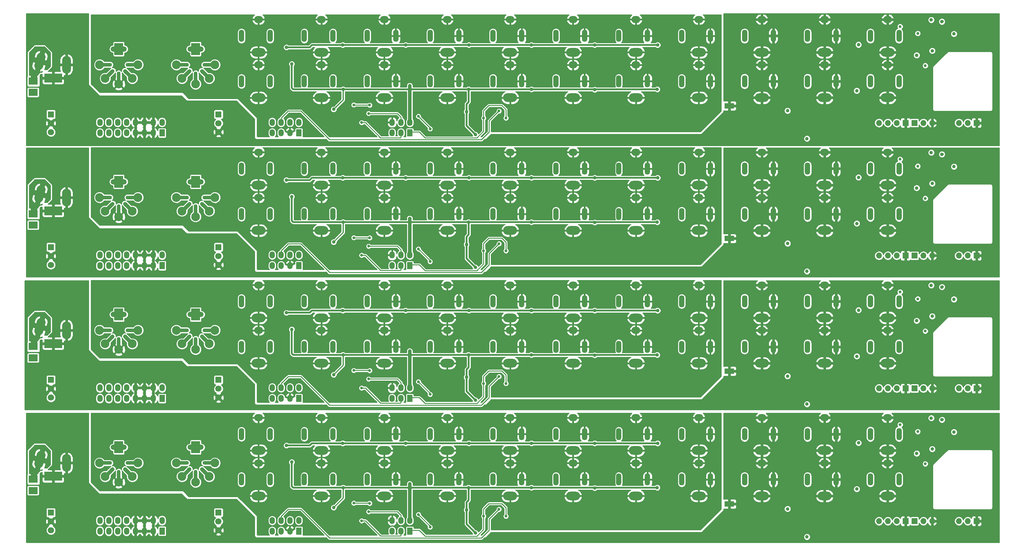
<source format=gtl>
G04 #@! TF.FileFunction,Copper,L1,Top,Signal*
%FSLAX46Y46*%
G04 Gerber Fmt 4.6, Leading zero omitted, Abs format (unit mm)*
G04 Created by KiCad (PCBNEW 4.0.2-stable) date 2020-03-03 5:11:40 PM*
%MOMM*%
G01*
G04 APERTURE LIST*
%ADD10C,0.200000*%
%ADD11R,1.700000X1.700000*%
%ADD12O,1.700000X1.700000*%
%ADD13R,2.800000X1.600000*%
%ADD14R,1.800000X1.800000*%
%ADD15C,1.800000*%
%ADD16O,1.500000X2.000000*%
%ADD17R,1.500000X2.000000*%
%ADD18R,2.600000X2.000000*%
%ADD19O,4.000000X2.500000*%
%ADD20O,2.500000X2.000000*%
%ADD21O,1.500000X3.500000*%
%ADD22R,5.080000X2.540000*%
%ADD23O,2.540000X5.080000*%
%ADD24C,2.540000*%
%ADD25C,2.500000*%
%ADD26R,2.500000X3.500000*%
%ADD27O,4.600000X1.450000*%
%ADD28O,4.300000X1.100000*%
%ADD29O,1.100000X4.300000*%
%ADD30C,1.100000*%
%ADD31C,1.000000*%
%ADD32C,0.800000*%
%ADD33C,0.350000*%
%ADD34C,0.500000*%
%ADD35C,1.000000*%
%ADD36C,0.800000*%
%ADD37C,0.250000*%
%ADD38C,0.254000*%
G04 APERTURE END LIST*
D10*
D11*
X264160000Y-202900000D03*
D12*
X261620000Y-202900000D03*
X259080000Y-202900000D03*
X256540000Y-202900000D03*
D11*
X266700000Y-202900000D03*
D12*
X269240000Y-202900000D03*
X271780000Y-202900000D03*
D11*
X284480000Y-202900000D03*
D12*
X281940000Y-202900000D03*
X279400000Y-202900000D03*
D13*
X213750000Y-160000000D03*
X213750000Y-198000000D03*
D11*
X264160000Y-164900000D03*
D12*
X261620000Y-164900000D03*
X259080000Y-164900000D03*
X256540000Y-164900000D03*
D11*
X266700000Y-164900000D03*
D12*
X269240000Y-164900000D03*
X271780000Y-164900000D03*
D11*
X284480000Y-164900000D03*
D12*
X281940000Y-164900000D03*
X279400000Y-164900000D03*
D14*
X67530000Y-200460000D03*
D15*
X67530000Y-203000000D03*
X67530000Y-205540000D03*
D14*
X67530000Y-162460000D03*
D15*
X67530000Y-165000000D03*
X67530000Y-167540000D03*
D16*
X82920000Y-202730000D03*
X82920000Y-205770000D03*
D17*
X90540000Y-205770000D03*
D16*
X90540000Y-202730000D03*
X88000000Y-205770000D03*
X88000000Y-202730000D03*
X85460000Y-205770000D03*
X85460000Y-202730000D03*
X82920000Y-164730000D03*
X82920000Y-167770000D03*
D17*
X90540000Y-167770000D03*
D16*
X90540000Y-164730000D03*
X88000000Y-167770000D03*
X88000000Y-164730000D03*
X85460000Y-167770000D03*
X85460000Y-164730000D03*
D17*
X122290000Y-205770000D03*
D16*
X122290000Y-202730000D03*
X119750000Y-205770000D03*
X119750000Y-202730000D03*
X117210000Y-205770000D03*
X117210000Y-202730000D03*
D17*
X122290000Y-167770000D03*
D16*
X122290000Y-164730000D03*
X119750000Y-167770000D03*
X119750000Y-164730000D03*
X117210000Y-167770000D03*
X117210000Y-164730000D03*
D14*
X19580000Y-200460000D03*
D15*
X19580000Y-203000000D03*
X19580000Y-205540000D03*
D18*
X14500000Y-190900000D03*
X14500000Y-194140000D03*
X14500000Y-152900000D03*
X14500000Y-156140000D03*
D14*
X19580000Y-162460000D03*
D15*
X19580000Y-165000000D03*
X19580000Y-167540000D03*
D16*
X33610000Y-202730000D03*
X33610000Y-205770000D03*
X36150000Y-205770000D03*
X36150000Y-202730000D03*
X38690000Y-202730000D03*
X38690000Y-205770000D03*
X41230000Y-205770000D03*
X41230000Y-202730000D03*
X43770000Y-202730000D03*
X43770000Y-205770000D03*
D17*
X51390000Y-205770000D03*
D16*
X51390000Y-202730000D03*
X48850000Y-205770000D03*
X48850000Y-202730000D03*
X46310000Y-205770000D03*
X46310000Y-202730000D03*
X33610000Y-164730000D03*
X33610000Y-167770000D03*
X36150000Y-167770000D03*
X36150000Y-164730000D03*
X38690000Y-164730000D03*
X38690000Y-167770000D03*
X41230000Y-167770000D03*
X41230000Y-164730000D03*
X43770000Y-164730000D03*
X43770000Y-167770000D03*
D17*
X51390000Y-167770000D03*
D16*
X51390000Y-164730000D03*
X48850000Y-167770000D03*
X48850000Y-164730000D03*
X46310000Y-167770000D03*
X46310000Y-164730000D03*
D19*
X79000000Y-195700000D03*
D20*
X79000000Y-186300000D03*
D21*
X74100000Y-191000000D03*
X82300000Y-191000000D03*
D22*
X20250000Y-190060000D03*
D23*
X24060000Y-186250000D03*
D24*
X16768700Y-184023274D02*
X16111300Y-186476726D01*
D25*
X33500000Y-186250000D03*
X44500000Y-186250000D03*
X39000000Y-191750000D03*
D26*
X39000000Y-181750000D03*
D25*
X35110000Y-190140000D03*
X42890000Y-190140000D03*
D27*
X39000000Y-181750000D03*
D28*
X34900000Y-186250000D03*
X43100000Y-186250000D03*
D29*
X39000000Y-190350000D03*
D30*
X34968629Y-190281371D02*
X37231371Y-188018629D01*
X40768629Y-188018629D02*
X43031371Y-190281371D01*
D25*
X55500000Y-186250000D03*
X66500000Y-186250000D03*
X61000000Y-191750000D03*
D26*
X61000000Y-181750000D03*
D25*
X57110000Y-190140000D03*
X64890000Y-190140000D03*
D27*
X61000000Y-181750000D03*
D28*
X56900000Y-186250000D03*
X65100000Y-186250000D03*
D29*
X61000000Y-190350000D03*
D30*
X56968629Y-190281371D02*
X59231371Y-188018629D01*
X62768629Y-188018629D02*
X65031371Y-190281371D01*
D19*
X79000000Y-182700000D03*
D20*
X79000000Y-173300000D03*
D21*
X74100000Y-178000000D03*
X82300000Y-178000000D03*
D19*
X97000000Y-157700000D03*
D20*
X97000000Y-148300000D03*
D21*
X92100000Y-153000000D03*
X100300000Y-153000000D03*
D19*
X97000000Y-144700000D03*
D20*
X97000000Y-135300000D03*
D21*
X92100000Y-140000000D03*
X100300000Y-140000000D03*
D19*
X133000000Y-144700000D03*
D20*
X133000000Y-135300000D03*
D21*
X128100000Y-140000000D03*
X136300000Y-140000000D03*
D19*
X133000000Y-157700000D03*
D20*
X133000000Y-148300000D03*
D21*
X128100000Y-153000000D03*
X136300000Y-153000000D03*
D19*
X115000000Y-157700000D03*
D20*
X115000000Y-148300000D03*
D21*
X110100000Y-153000000D03*
X118300000Y-153000000D03*
D19*
X115000000Y-144700000D03*
D20*
X115000000Y-135300000D03*
D21*
X110100000Y-140000000D03*
X118300000Y-140000000D03*
D19*
X133000000Y-182700000D03*
D20*
X133000000Y-173300000D03*
D21*
X128100000Y-178000000D03*
X136300000Y-178000000D03*
D19*
X133000000Y-195700000D03*
D20*
X133000000Y-186300000D03*
D21*
X128100000Y-191000000D03*
X136300000Y-191000000D03*
D19*
X97000000Y-182700000D03*
D20*
X97000000Y-173300000D03*
D21*
X92100000Y-178000000D03*
X100300000Y-178000000D03*
D19*
X115000000Y-195700000D03*
D20*
X115000000Y-186300000D03*
D21*
X110100000Y-191000000D03*
X118300000Y-191000000D03*
D19*
X115000000Y-182700000D03*
D20*
X115000000Y-173300000D03*
D21*
X110100000Y-178000000D03*
X118300000Y-178000000D03*
D19*
X97000000Y-195700000D03*
D20*
X97000000Y-186300000D03*
D21*
X92100000Y-191000000D03*
X100300000Y-191000000D03*
D22*
X20250000Y-152060000D03*
D23*
X24060000Y-148250000D03*
D24*
X16768700Y-146023274D02*
X16111300Y-148476726D01*
D25*
X33500000Y-148250000D03*
X44500000Y-148250000D03*
X39000000Y-153750000D03*
D26*
X39000000Y-143750000D03*
D25*
X35110000Y-152140000D03*
X42890000Y-152140000D03*
D27*
X39000000Y-143750000D03*
D28*
X34900000Y-148250000D03*
X43100000Y-148250000D03*
D29*
X39000000Y-152350000D03*
D30*
X34968629Y-152281371D02*
X37231371Y-150018629D01*
X40768629Y-150018629D02*
X43031371Y-152281371D01*
D25*
X55500000Y-148250000D03*
X66500000Y-148250000D03*
X61000000Y-153750000D03*
D26*
X61000000Y-143750000D03*
D25*
X57110000Y-152140000D03*
X64890000Y-152140000D03*
D27*
X61000000Y-143750000D03*
D28*
X56900000Y-148250000D03*
X65100000Y-148250000D03*
D29*
X61000000Y-152350000D03*
D30*
X56968629Y-152281371D02*
X59231371Y-150018629D01*
X62768629Y-150018629D02*
X65031371Y-152281371D01*
D19*
X79000000Y-144700000D03*
D20*
X79000000Y-135300000D03*
D21*
X74100000Y-140000000D03*
X82300000Y-140000000D03*
D19*
X79000000Y-157700000D03*
D20*
X79000000Y-148300000D03*
D21*
X74100000Y-153000000D03*
X82300000Y-153000000D03*
D19*
X241000000Y-144700000D03*
D20*
X241000000Y-135300000D03*
D21*
X236100000Y-140000000D03*
X244300000Y-140000000D03*
D19*
X259000000Y-144700000D03*
D20*
X259000000Y-135300000D03*
D21*
X254100000Y-140000000D03*
X262300000Y-140000000D03*
D19*
X223000000Y-144700000D03*
D20*
X223000000Y-135300000D03*
D21*
X218100000Y-140000000D03*
X226300000Y-140000000D03*
D19*
X259000000Y-157700000D03*
D20*
X259000000Y-148300000D03*
D21*
X254100000Y-153000000D03*
X262300000Y-153000000D03*
D19*
X223000000Y-157700000D03*
D20*
X223000000Y-148300000D03*
D21*
X218100000Y-153000000D03*
X226300000Y-153000000D03*
D19*
X169000000Y-144700000D03*
D20*
X169000000Y-135300000D03*
D21*
X164100000Y-140000000D03*
X172300000Y-140000000D03*
D19*
X205000000Y-144700000D03*
D20*
X205000000Y-135300000D03*
D21*
X200100000Y-140000000D03*
X208300000Y-140000000D03*
D19*
X187000000Y-157700000D03*
D20*
X187000000Y-148300000D03*
D21*
X182100000Y-153000000D03*
X190300000Y-153000000D03*
D19*
X187000000Y-144700000D03*
D20*
X187000000Y-135300000D03*
D21*
X182100000Y-140000000D03*
X190300000Y-140000000D03*
D19*
X169000000Y-157700000D03*
D20*
X169000000Y-148300000D03*
D21*
X164100000Y-153000000D03*
X172300000Y-153000000D03*
D19*
X223000000Y-182700000D03*
D20*
X223000000Y-173300000D03*
D21*
X218100000Y-178000000D03*
X226300000Y-178000000D03*
D19*
X187000000Y-195700000D03*
D20*
X187000000Y-186300000D03*
D21*
X182100000Y-191000000D03*
X190300000Y-191000000D03*
D19*
X205000000Y-182700000D03*
D20*
X205000000Y-173300000D03*
D21*
X200100000Y-178000000D03*
X208300000Y-178000000D03*
D19*
X187000000Y-182700000D03*
D20*
X187000000Y-173300000D03*
D21*
X182100000Y-178000000D03*
X190300000Y-178000000D03*
D19*
X205000000Y-195700000D03*
D20*
X205000000Y-186300000D03*
D21*
X200100000Y-191000000D03*
X208300000Y-191000000D03*
D19*
X223000000Y-195700000D03*
D20*
X223000000Y-186300000D03*
D21*
X218100000Y-191000000D03*
X226300000Y-191000000D03*
D19*
X205000000Y-157700000D03*
D20*
X205000000Y-148300000D03*
D21*
X200100000Y-153000000D03*
X208300000Y-153000000D03*
D19*
X169000000Y-182700000D03*
D20*
X169000000Y-173300000D03*
D21*
X164100000Y-178000000D03*
X172300000Y-178000000D03*
D19*
X151000000Y-144700000D03*
D20*
X151000000Y-135300000D03*
D21*
X146100000Y-140000000D03*
X154300000Y-140000000D03*
D19*
X151000000Y-182700000D03*
D20*
X151000000Y-173300000D03*
D21*
X146100000Y-178000000D03*
X154300000Y-178000000D03*
D19*
X169000000Y-195700000D03*
D20*
X169000000Y-186300000D03*
D21*
X164100000Y-191000000D03*
X172300000Y-191000000D03*
D19*
X151000000Y-195700000D03*
D20*
X151000000Y-186300000D03*
D21*
X146100000Y-191000000D03*
X154300000Y-191000000D03*
D19*
X151000000Y-157700000D03*
D20*
X151000000Y-148300000D03*
D21*
X146100000Y-153000000D03*
X154300000Y-153000000D03*
D19*
X259000000Y-195700000D03*
D20*
X259000000Y-186300000D03*
D21*
X254100000Y-191000000D03*
X262300000Y-191000000D03*
D19*
X241000000Y-195700000D03*
D20*
X241000000Y-186300000D03*
D21*
X236100000Y-191000000D03*
X244300000Y-191000000D03*
D19*
X241000000Y-182700000D03*
D20*
X241000000Y-173300000D03*
D21*
X236100000Y-178000000D03*
X244300000Y-178000000D03*
D19*
X259000000Y-182700000D03*
D20*
X259000000Y-173300000D03*
D21*
X254100000Y-178000000D03*
X262300000Y-178000000D03*
D19*
X241000000Y-157700000D03*
D20*
X241000000Y-148300000D03*
D21*
X236100000Y-153000000D03*
X244300000Y-153000000D03*
D18*
X14500000Y-114900000D03*
X14500000Y-118140000D03*
D14*
X19580000Y-124460000D03*
D15*
X19580000Y-127000000D03*
X19580000Y-129540000D03*
D16*
X33610000Y-126730000D03*
X33610000Y-129770000D03*
X36150000Y-129770000D03*
X36150000Y-126730000D03*
X38690000Y-126730000D03*
X38690000Y-129770000D03*
X41230000Y-129770000D03*
X41230000Y-126730000D03*
X43770000Y-126730000D03*
X43770000Y-129770000D03*
D17*
X51390000Y-129770000D03*
D16*
X51390000Y-126730000D03*
X48850000Y-129770000D03*
X48850000Y-126730000D03*
X46310000Y-129770000D03*
X46310000Y-126730000D03*
D14*
X67530000Y-124460000D03*
D15*
X67530000Y-127000000D03*
X67530000Y-129540000D03*
D16*
X82920000Y-126730000D03*
X82920000Y-129770000D03*
D17*
X90540000Y-129770000D03*
D16*
X90540000Y-126730000D03*
X88000000Y-129770000D03*
X88000000Y-126730000D03*
X85460000Y-129770000D03*
X85460000Y-126730000D03*
D17*
X122290000Y-129770000D03*
D16*
X122290000Y-126730000D03*
X119750000Y-129770000D03*
X119750000Y-126730000D03*
X117210000Y-129770000D03*
X117210000Y-126730000D03*
D13*
X213750000Y-122000000D03*
D11*
X264160000Y-126900000D03*
D12*
X261620000Y-126900000D03*
X259080000Y-126900000D03*
X256540000Y-126900000D03*
D11*
X266700000Y-126900000D03*
D12*
X269240000Y-126900000D03*
X271780000Y-126900000D03*
D11*
X284480000Y-126900000D03*
D12*
X281940000Y-126900000D03*
X279400000Y-126900000D03*
D19*
X205000000Y-119700000D03*
D20*
X205000000Y-110300000D03*
D21*
X200100000Y-115000000D03*
X208300000Y-115000000D03*
D19*
X205000000Y-106700000D03*
D20*
X205000000Y-97300000D03*
D21*
X200100000Y-102000000D03*
X208300000Y-102000000D03*
D19*
X187000000Y-119700000D03*
D20*
X187000000Y-110300000D03*
D21*
X182100000Y-115000000D03*
X190300000Y-115000000D03*
D19*
X187000000Y-106700000D03*
D20*
X187000000Y-97300000D03*
D21*
X182100000Y-102000000D03*
X190300000Y-102000000D03*
D19*
X169000000Y-119700000D03*
D20*
X169000000Y-110300000D03*
D21*
X164100000Y-115000000D03*
X172300000Y-115000000D03*
D19*
X169000000Y-106700000D03*
D20*
X169000000Y-97300000D03*
D21*
X164100000Y-102000000D03*
X172300000Y-102000000D03*
D19*
X115000000Y-106700000D03*
D20*
X115000000Y-97300000D03*
D21*
X110100000Y-102000000D03*
X118300000Y-102000000D03*
D19*
X133000000Y-106700000D03*
D20*
X133000000Y-97300000D03*
D21*
X128100000Y-102000000D03*
X136300000Y-102000000D03*
D19*
X151000000Y-106700000D03*
D20*
X151000000Y-97300000D03*
D21*
X146100000Y-102000000D03*
X154300000Y-102000000D03*
D19*
X133000000Y-119700000D03*
D20*
X133000000Y-110300000D03*
D21*
X128100000Y-115000000D03*
X136300000Y-115000000D03*
D19*
X115000000Y-119700000D03*
D20*
X115000000Y-110300000D03*
D21*
X110100000Y-115000000D03*
X118300000Y-115000000D03*
D19*
X151000000Y-119700000D03*
D20*
X151000000Y-110300000D03*
D21*
X146100000Y-115000000D03*
X154300000Y-115000000D03*
D25*
X55500000Y-110250000D03*
X66500000Y-110250000D03*
X61000000Y-115750000D03*
D26*
X61000000Y-105750000D03*
D25*
X57110000Y-114140000D03*
X64890000Y-114140000D03*
D27*
X61000000Y-105750000D03*
D28*
X56900000Y-110250000D03*
X65100000Y-110250000D03*
D29*
X61000000Y-114350000D03*
D30*
X56968629Y-114281371D02*
X59231371Y-112018629D01*
X62768629Y-112018629D02*
X65031371Y-114281371D01*
D19*
X79000000Y-106700000D03*
D20*
X79000000Y-97300000D03*
D21*
X74100000Y-102000000D03*
X82300000Y-102000000D03*
D19*
X97000000Y-119700000D03*
D20*
X97000000Y-110300000D03*
D21*
X92100000Y-115000000D03*
X100300000Y-115000000D03*
D19*
X97000000Y-106700000D03*
D20*
X97000000Y-97300000D03*
D21*
X92100000Y-102000000D03*
X100300000Y-102000000D03*
D19*
X79000000Y-119700000D03*
D20*
X79000000Y-110300000D03*
D21*
X74100000Y-115000000D03*
X82300000Y-115000000D03*
D22*
X20250000Y-114060000D03*
D23*
X24060000Y-110250000D03*
D24*
X16768700Y-108023274D02*
X16111300Y-110476726D01*
D25*
X33500000Y-110250000D03*
X44500000Y-110250000D03*
X39000000Y-115750000D03*
D26*
X39000000Y-105750000D03*
D25*
X35110000Y-114140000D03*
X42890000Y-114140000D03*
D27*
X39000000Y-105750000D03*
D28*
X34900000Y-110250000D03*
X43100000Y-110250000D03*
D29*
X39000000Y-114350000D03*
D30*
X34968629Y-114281371D02*
X37231371Y-112018629D01*
X40768629Y-112018629D02*
X43031371Y-114281371D01*
D19*
X259000000Y-106700000D03*
D20*
X259000000Y-97300000D03*
D21*
X254100000Y-102000000D03*
X262300000Y-102000000D03*
D19*
X241000000Y-119700000D03*
D20*
X241000000Y-110300000D03*
D21*
X236100000Y-115000000D03*
X244300000Y-115000000D03*
D19*
X241000000Y-106700000D03*
D20*
X241000000Y-97300000D03*
D21*
X236100000Y-102000000D03*
X244300000Y-102000000D03*
D19*
X223000000Y-119700000D03*
D20*
X223000000Y-110300000D03*
D21*
X218100000Y-115000000D03*
X226300000Y-115000000D03*
D19*
X223000000Y-106700000D03*
D20*
X223000000Y-97300000D03*
D21*
X218100000Y-102000000D03*
X226300000Y-102000000D03*
D19*
X259000000Y-119700000D03*
D20*
X259000000Y-110300000D03*
D21*
X254100000Y-115000000D03*
X262300000Y-115000000D03*
D22*
X20250000Y-76060000D03*
D23*
X24060000Y-72250000D03*
D24*
X16768700Y-70023274D02*
X16111300Y-72476726D01*
D17*
X122290000Y-91770000D03*
D16*
X122290000Y-88730000D03*
X119750000Y-91770000D03*
X119750000Y-88730000D03*
X117210000Y-91770000D03*
X117210000Y-88730000D03*
D19*
X79000000Y-81700000D03*
D20*
X79000000Y-72300000D03*
D21*
X74100000Y-77000000D03*
X82300000Y-77000000D03*
D19*
X79000000Y-68700000D03*
D20*
X79000000Y-59300000D03*
D21*
X74100000Y-64000000D03*
X82300000Y-64000000D03*
D19*
X97000000Y-68700000D03*
D20*
X97000000Y-59300000D03*
D21*
X92100000Y-64000000D03*
X100300000Y-64000000D03*
D19*
X97000000Y-81700000D03*
D20*
X97000000Y-72300000D03*
D21*
X92100000Y-77000000D03*
X100300000Y-77000000D03*
D19*
X115000000Y-68700000D03*
D20*
X115000000Y-59300000D03*
D21*
X110100000Y-64000000D03*
X118300000Y-64000000D03*
D19*
X115000000Y-81700000D03*
D20*
X115000000Y-72300000D03*
D21*
X110100000Y-77000000D03*
X118300000Y-77000000D03*
D19*
X133000000Y-68700000D03*
D20*
X133000000Y-59300000D03*
D21*
X128100000Y-64000000D03*
X136300000Y-64000000D03*
D19*
X133000000Y-81700000D03*
D20*
X133000000Y-72300000D03*
D21*
X128100000Y-77000000D03*
X136300000Y-77000000D03*
D19*
X151000000Y-68700000D03*
D20*
X151000000Y-59300000D03*
D21*
X146100000Y-64000000D03*
X154300000Y-64000000D03*
D19*
X151000000Y-81700000D03*
D20*
X151000000Y-72300000D03*
D21*
X146100000Y-77000000D03*
X154300000Y-77000000D03*
D19*
X169000000Y-68700000D03*
D20*
X169000000Y-59300000D03*
D21*
X164100000Y-64000000D03*
X172300000Y-64000000D03*
D19*
X169000000Y-81700000D03*
D20*
X169000000Y-72300000D03*
D21*
X164100000Y-77000000D03*
X172300000Y-77000000D03*
D19*
X187000000Y-68700000D03*
D20*
X187000000Y-59300000D03*
D21*
X182100000Y-64000000D03*
X190300000Y-64000000D03*
D19*
X187000000Y-81700000D03*
D20*
X187000000Y-72300000D03*
D21*
X182100000Y-77000000D03*
X190300000Y-77000000D03*
D19*
X205000000Y-68700000D03*
D20*
X205000000Y-59300000D03*
D21*
X200100000Y-64000000D03*
X208300000Y-64000000D03*
D19*
X205000000Y-81700000D03*
D20*
X205000000Y-72300000D03*
D21*
X200100000Y-77000000D03*
X208300000Y-77000000D03*
D19*
X223000000Y-68700000D03*
D20*
X223000000Y-59300000D03*
D21*
X218100000Y-64000000D03*
X226300000Y-64000000D03*
D19*
X223000000Y-81700000D03*
D20*
X223000000Y-72300000D03*
D21*
X218100000Y-77000000D03*
X226300000Y-77000000D03*
D19*
X241000000Y-68700000D03*
D20*
X241000000Y-59300000D03*
D21*
X236100000Y-64000000D03*
X244300000Y-64000000D03*
D19*
X241000000Y-81700000D03*
D20*
X241000000Y-72300000D03*
D21*
X236100000Y-77000000D03*
X244300000Y-77000000D03*
D19*
X259000000Y-81700000D03*
D20*
X259000000Y-72300000D03*
D21*
X254100000Y-77000000D03*
X262300000Y-77000000D03*
D19*
X259000000Y-68700000D03*
D20*
X259000000Y-59300000D03*
D21*
X254100000Y-64000000D03*
X262300000Y-64000000D03*
D18*
X14500000Y-76900000D03*
X14500000Y-80140000D03*
D11*
X284480000Y-88900000D03*
D12*
X281940000Y-88900000D03*
X279400000Y-88900000D03*
D13*
X213750000Y-84000000D03*
D25*
X33500000Y-72250000D03*
X44500000Y-72250000D03*
X39000000Y-77750000D03*
D26*
X39000000Y-67750000D03*
D25*
X35110000Y-76140000D03*
X42890000Y-76140000D03*
D27*
X39000000Y-67750000D03*
D28*
X34900000Y-72250000D03*
X43100000Y-72250000D03*
D29*
X39000000Y-76350000D03*
D30*
X34968629Y-76281371D02*
X37231371Y-74018629D01*
X40768629Y-74018629D02*
X43031371Y-76281371D01*
D25*
X55500000Y-72250000D03*
X66500000Y-72250000D03*
X61000000Y-77750000D03*
D26*
X61000000Y-67750000D03*
D25*
X57110000Y-76140000D03*
X64890000Y-76140000D03*
D27*
X61000000Y-67750000D03*
D28*
X56900000Y-72250000D03*
X65100000Y-72250000D03*
D29*
X61000000Y-76350000D03*
D30*
X56968629Y-76281371D02*
X59231371Y-74018629D01*
X62768629Y-74018629D02*
X65031371Y-76281371D01*
D14*
X67530000Y-86460000D03*
D15*
X67530000Y-89000000D03*
X67530000Y-91540000D03*
D14*
X19580000Y-86460000D03*
D15*
X19580000Y-89000000D03*
X19580000Y-91540000D03*
D11*
X264160000Y-88900000D03*
D12*
X261620000Y-88900000D03*
X259080000Y-88900000D03*
X256540000Y-88900000D03*
D11*
X266700000Y-88900000D03*
D12*
X269240000Y-88900000D03*
X271780000Y-88900000D03*
D16*
X33610000Y-88730000D03*
X33610000Y-91770000D03*
X36150000Y-91770000D03*
X36150000Y-88730000D03*
X38690000Y-88730000D03*
X38690000Y-91770000D03*
X41230000Y-91770000D03*
X41230000Y-88730000D03*
X43770000Y-88730000D03*
X43770000Y-91770000D03*
D17*
X51390000Y-91770000D03*
D16*
X51390000Y-88730000D03*
X48850000Y-91770000D03*
X48850000Y-88730000D03*
X46310000Y-91770000D03*
X46310000Y-88730000D03*
X82920000Y-88730000D03*
X82920000Y-91770000D03*
D17*
X90540000Y-91770000D03*
D16*
X90540000Y-88730000D03*
X88000000Y-91770000D03*
X88000000Y-88730000D03*
X85460000Y-91770000D03*
X85460000Y-88730000D03*
D31*
X231406705Y-165195709D03*
X237700000Y-166900000D03*
X234600000Y-164500000D03*
X231406705Y-203195709D03*
X237700000Y-204900000D03*
X234600000Y-202500000D03*
X266100000Y-178100000D03*
X266100000Y-140100000D03*
X14500000Y-196800000D03*
X16700000Y-196800000D03*
X20700000Y-196800000D03*
X18800000Y-196800000D03*
X28600000Y-160300000D03*
X39000000Y-159300000D03*
X28600000Y-159300000D03*
X30400000Y-161300000D03*
X28600000Y-161300000D03*
X28600000Y-198300000D03*
X30400000Y-199300000D03*
X28600000Y-197300000D03*
X28600000Y-199300000D03*
X39000000Y-197300000D03*
X16700000Y-158800000D03*
X18800000Y-158800000D03*
X20700000Y-158800000D03*
X14500000Y-158800000D03*
X266100000Y-102100000D03*
X234600000Y-126500000D03*
X231406705Y-127195709D03*
X237700000Y-128900000D03*
X14500000Y-120800000D03*
X18800000Y-120800000D03*
X16700000Y-120800000D03*
X20700000Y-120800000D03*
X28600000Y-121300000D03*
X28600000Y-123300000D03*
X28600000Y-122300000D03*
X39000000Y-121300000D03*
X30400000Y-123300000D03*
X39000000Y-83300000D03*
X237700000Y-90900000D03*
X266100000Y-64100000D03*
X231406705Y-89195709D03*
X234600000Y-88500000D03*
X16700000Y-82800000D03*
X18800000Y-82800000D03*
X20700000Y-82800000D03*
X14500000Y-82800000D03*
X28600000Y-84300000D03*
X28600000Y-85300000D03*
X30400000Y-85300000D03*
X28600000Y-83300000D03*
X157100004Y-193300000D03*
X157100000Y-180600000D03*
X175199994Y-180600000D03*
X175199996Y-193400000D03*
X193100000Y-193299998D03*
X193199992Y-180600000D03*
X139200000Y-142600004D03*
X121100000Y-142600000D03*
X141048912Y-168269981D03*
X193100000Y-155299998D03*
X193199992Y-142600000D03*
X157100004Y-155300000D03*
X175199996Y-155400000D03*
X157100000Y-142600000D03*
X175199994Y-142600000D03*
X139100000Y-155300000D03*
X122250000Y-192250000D03*
X138500000Y-199700000D03*
X139100000Y-193300000D03*
X141048912Y-206269981D03*
X139200000Y-180600004D03*
X122250000Y-154250000D03*
X138500000Y-161700000D03*
X121100000Y-180600000D03*
X87000000Y-143250000D03*
X88500000Y-148000000D03*
X103199998Y-155300000D03*
X103100000Y-142600008D03*
X100500000Y-161000000D03*
X103100000Y-180600008D03*
X100500000Y-199000000D03*
X103199998Y-193300000D03*
X88500000Y-186000000D03*
X87000000Y-181250000D03*
X157100000Y-104600000D03*
X193199992Y-104600000D03*
X157100004Y-117300000D03*
X193100000Y-117299998D03*
X175199996Y-117400000D03*
X175199994Y-104600000D03*
X103100000Y-104600008D03*
X100500000Y-123000000D03*
X88500000Y-110000000D03*
X103199998Y-117300000D03*
X87000000Y-105250000D03*
X122250000Y-116250000D03*
X139200000Y-104600004D03*
X139100000Y-117300000D03*
X121100000Y-104600000D03*
X138500000Y-123700000D03*
X141048912Y-130269981D03*
X138500000Y-85700000D03*
X141048912Y-92269981D03*
X175199996Y-79400000D03*
X193100000Y-79299998D03*
X157100004Y-79300000D03*
X139100000Y-79300000D03*
X103199998Y-79300000D03*
X193199992Y-66600000D03*
X175199994Y-66600000D03*
X157100000Y-66600000D03*
X139200000Y-66600004D03*
X121100000Y-66600000D03*
X103100000Y-66600008D03*
X87000000Y-67250000D03*
X100500000Y-85000000D03*
X88500000Y-72000000D03*
X122250000Y-78250000D03*
X250200006Y-155700000D03*
X235950000Y-169400000D03*
X274550000Y-173900000D03*
X271500002Y-173400000D03*
X235950000Y-207400000D03*
X250200006Y-193700000D03*
X271500002Y-135400000D03*
X274550000Y-135900000D03*
X274550000Y-97900000D03*
X271500002Y-97400000D03*
X250200006Y-117700000D03*
X235950000Y-131400000D03*
X250200006Y-79700000D03*
X271500002Y-59400000D03*
X235950000Y-93400000D03*
X274550000Y-59900000D03*
X230400000Y-161400000D03*
X278000000Y-177400000D03*
X271800000Y-182249402D03*
X230400000Y-199400000D03*
X267324980Y-183530678D03*
X250699998Y-180500000D03*
X278000000Y-139400000D03*
X271800000Y-144249402D03*
X250699998Y-142500000D03*
X267324980Y-145530678D03*
X278000000Y-101400000D03*
X271800000Y-106249402D03*
X267324980Y-107530678D03*
X250699998Y-104500000D03*
X230400000Y-123400000D03*
X250699998Y-66500000D03*
X230400000Y-85400000D03*
X278000000Y-63400000D03*
X267324980Y-69530678D03*
X271800000Y-68249402D03*
D32*
X143400000Y-201500000D03*
X149800000Y-201500000D03*
X143400000Y-163500000D03*
X149800000Y-163500000D03*
X143400000Y-125500000D03*
X149800000Y-125500000D03*
X149800000Y-87500000D03*
X143400000Y-87500000D03*
X108500000Y-164800013D03*
X108500000Y-202800013D03*
X108500000Y-126800013D03*
X108500000Y-88800013D03*
X128100000Y-166600000D03*
X128100000Y-204600000D03*
X124750000Y-201000000D03*
X110500000Y-162200002D03*
X110500000Y-200200002D03*
X124750000Y-163000000D03*
X110500000Y-124200002D03*
X124750000Y-125000000D03*
X128100000Y-128600000D03*
X128100000Y-90600000D03*
X110500000Y-86200002D03*
X124750000Y-87000000D03*
X147800000Y-161500000D03*
X147800000Y-199500000D03*
X147800000Y-123500000D03*
X147800000Y-85500000D03*
X262600000Y-175300000D03*
X262600000Y-137300000D03*
X262600000Y-99300000D03*
X262600000Y-61300000D03*
X110800000Y-159800000D03*
X106250000Y-159750000D03*
X106250000Y-197750000D03*
X110800000Y-197800000D03*
X110800000Y-121800000D03*
X106250000Y-121750000D03*
X110800000Y-83800000D03*
X106250000Y-83750000D03*
X267637228Y-177277366D03*
X269800000Y-186500000D03*
X269800000Y-148500000D03*
X267637228Y-139277366D03*
X269800000Y-110500000D03*
X267637228Y-101277366D03*
X267637228Y-63277366D03*
X269800000Y-72500000D03*
D31*
X135700000Y-166300000D03*
X129750000Y-163750000D03*
D32*
X139899998Y-163400000D03*
D31*
X144000000Y-156500000D03*
X129750000Y-201750000D03*
D32*
X139899998Y-201400000D03*
D31*
X135700000Y-204300000D03*
X144000000Y-194500000D03*
D32*
X148500000Y-201500000D03*
D31*
X108234288Y-168127290D03*
X108234288Y-206127290D03*
D32*
X148500000Y-163500000D03*
X85800000Y-147100000D03*
D31*
X104000000Y-160750000D03*
X104000000Y-198750000D03*
D32*
X85800000Y-185100000D03*
D31*
X104000000Y-122750000D03*
D32*
X85800000Y-109100000D03*
D31*
X108234288Y-130127290D03*
X144000000Y-118500000D03*
D32*
X148500000Y-125500000D03*
D31*
X129750000Y-125750000D03*
D32*
X139899998Y-125400000D03*
D31*
X135700000Y-128300000D03*
D32*
X85800000Y-71100000D03*
X139899998Y-87400000D03*
X148500000Y-87500000D03*
D31*
X108234288Y-92127290D03*
X104000000Y-84750000D03*
X135700000Y-90300000D03*
X144000000Y-80500000D03*
X129750000Y-87750000D03*
D33*
X14500000Y-196800000D02*
X20700000Y-196800000D01*
X30400000Y-199300000D02*
X28600000Y-199300000D01*
X14500000Y-158800000D02*
X20700000Y-158800000D01*
X30400000Y-161300000D02*
X28600000Y-161300000D01*
X30400000Y-123300000D02*
X28600000Y-123300000D01*
X14500000Y-120800000D02*
X20700000Y-120800000D01*
X14500000Y-82800000D02*
X20700000Y-82800000D01*
X30400000Y-85300000D02*
X28600000Y-85300000D01*
D34*
X139200000Y-142600004D02*
X157099996Y-142600004D01*
X139100000Y-155300000D02*
X157100004Y-155300000D01*
X175099996Y-155300000D02*
X175199996Y-155400000D01*
X175299998Y-155299998D02*
X175199996Y-155400000D01*
X193100000Y-155299998D02*
X175299998Y-155299998D01*
X175199994Y-142600000D02*
X193199992Y-142600000D01*
D33*
X103199998Y-158300002D02*
X100500000Y-161000000D01*
D34*
X157100004Y-155300000D02*
X175099996Y-155300000D01*
X157100000Y-142600000D02*
X175199994Y-142600000D01*
X157099996Y-142600004D02*
X157100000Y-142600000D01*
X138500000Y-159500000D02*
X138500000Y-161700000D01*
X138500000Y-162300000D02*
X138500000Y-165721069D01*
X138500000Y-161700000D02*
X138500000Y-162300000D01*
X103907104Y-193300000D02*
X103199998Y-193300000D01*
X102492892Y-193300000D02*
X103199998Y-193300000D01*
D33*
X103199998Y-193300000D02*
X103199998Y-196300002D01*
D34*
X122200000Y-193300000D02*
X103907104Y-193300000D01*
D33*
X103199998Y-196300002D02*
X100500000Y-199000000D01*
D34*
X102392894Y-180600008D02*
X103100000Y-180600008D01*
X103100000Y-180600008D02*
X121099992Y-180600008D01*
D35*
X122290000Y-164980000D02*
X122250000Y-164940000D01*
D34*
X139100000Y-193300000D02*
X157100004Y-193300000D01*
X157100000Y-180600000D02*
X175199994Y-180600000D01*
X157099996Y-180600004D02*
X157100000Y-180600000D01*
X175099996Y-193300000D02*
X175199996Y-193400000D01*
X139200000Y-180600004D02*
X157099996Y-180600004D01*
X157100004Y-193300000D02*
X175099996Y-193300000D01*
X175299998Y-193299998D02*
X175199996Y-193400000D01*
X139100000Y-155300000D02*
X139100000Y-158900000D01*
D35*
X122250000Y-155250000D02*
X122250000Y-154250000D01*
X122250000Y-164940000D02*
X122250000Y-155250000D01*
D34*
X139100000Y-158900000D02*
X138500000Y-159500000D01*
D33*
X103199998Y-155300000D02*
X103199998Y-158300002D01*
D34*
X122250000Y-155250000D02*
X122200000Y-155300000D01*
X122200000Y-155300000D02*
X103907104Y-155300000D01*
X122250000Y-155250000D02*
X122300000Y-155300000D01*
X121099992Y-142600008D02*
X121100000Y-142600000D01*
X138392894Y-155300000D02*
X139100000Y-155300000D01*
X121100000Y-142600000D02*
X139199996Y-142600000D01*
X122300000Y-155300000D02*
X138392894Y-155300000D01*
X139199996Y-142600000D02*
X139200000Y-142600004D01*
X102392894Y-142600008D02*
X103100000Y-142600008D01*
X102492892Y-155300000D02*
X103199998Y-155300000D01*
X103907104Y-155300000D02*
X103199998Y-155300000D01*
X103100000Y-142600008D02*
X121099992Y-142600008D01*
X87000000Y-181250000D02*
X93650000Y-181250000D01*
X97467781Y-180600000D02*
X97467789Y-180600008D01*
X94300000Y-180600000D02*
X97467781Y-180600000D01*
X97467789Y-180600008D02*
X102392894Y-180600008D01*
X93650000Y-181250000D02*
X94300000Y-180600000D01*
X88500000Y-186000000D02*
X88500000Y-192900000D01*
X88900000Y-193300000D02*
X102492892Y-193300000D01*
X88500000Y-192900000D02*
X88900000Y-193300000D01*
X88500000Y-148000000D02*
X88500000Y-154900000D01*
X88900000Y-155300000D02*
X102492892Y-155300000D01*
X88500000Y-154900000D02*
X88900000Y-155300000D01*
X97467789Y-142600008D02*
X102392894Y-142600008D01*
X94300000Y-142600000D02*
X97467781Y-142600000D01*
X97467781Y-142600000D02*
X97467789Y-142600008D01*
X93650000Y-143250000D02*
X94300000Y-142600000D01*
X87000000Y-143250000D02*
X93650000Y-143250000D01*
X140548913Y-167769982D02*
X141048912Y-168269981D01*
X138500000Y-165721069D02*
X140548913Y-167769982D01*
X139100000Y-193300000D02*
X139100000Y-196900000D01*
X138500000Y-197500000D02*
X138500000Y-199700000D01*
X138500000Y-200300000D02*
X138500000Y-203721069D01*
X139100000Y-196900000D02*
X138500000Y-197500000D01*
X138500000Y-199700000D02*
X138500000Y-200300000D01*
X140548913Y-205769982D02*
X141048912Y-206269981D01*
X138500000Y-203721069D02*
X140548913Y-205769982D01*
D35*
X122290000Y-202980000D02*
X122250000Y-202940000D01*
D34*
X122250000Y-193250000D02*
X122300000Y-193300000D01*
D35*
X122250000Y-202940000D02*
X122250000Y-193250000D01*
D34*
X122250000Y-193250000D02*
X122200000Y-193300000D01*
X139199996Y-180600000D02*
X139200000Y-180600004D01*
X138392894Y-193300000D02*
X139100000Y-193300000D01*
X121100000Y-180600000D02*
X139199996Y-180600000D01*
X122300000Y-193300000D02*
X138392894Y-193300000D01*
D35*
X122250000Y-193250000D02*
X122250000Y-192250000D01*
D34*
X121099992Y-180600008D02*
X121100000Y-180600000D01*
X193100000Y-193299998D02*
X175299998Y-193299998D01*
X175199994Y-180600000D02*
X193199992Y-180600000D01*
X102392894Y-104600008D02*
X103100000Y-104600008D01*
X93650000Y-105250000D02*
X94300000Y-104600000D01*
X94300000Y-104600000D02*
X97467781Y-104600000D01*
X97467789Y-104600008D02*
X102392894Y-104600008D01*
X97467781Y-104600000D02*
X97467789Y-104600008D01*
X88500000Y-110000000D02*
X88500000Y-116900000D01*
X87000000Y-105250000D02*
X93650000Y-105250000D01*
X88500000Y-116900000D02*
X88900000Y-117300000D01*
X175099996Y-117300000D02*
X175199996Y-117400000D01*
X193100000Y-117299998D02*
X175299998Y-117299998D01*
X175299998Y-117299998D02*
X175199996Y-117400000D01*
X157100004Y-117300000D02*
X175099996Y-117300000D01*
X157099996Y-104600004D02*
X157100000Y-104600000D01*
X157100000Y-104600000D02*
X175199994Y-104600000D01*
X139200000Y-104600004D02*
X157099996Y-104600004D01*
X139199996Y-104600000D02*
X139200000Y-104600004D01*
X139100000Y-117300000D02*
X157100004Y-117300000D01*
X175199994Y-104600000D02*
X193199992Y-104600000D01*
D35*
X122290000Y-126980000D02*
X122250000Y-126940000D01*
D34*
X88900000Y-117300000D02*
X102492892Y-117300000D01*
D33*
X103199998Y-120300002D02*
X100500000Y-123000000D01*
D34*
X122200000Y-117300000D02*
X103907104Y-117300000D01*
X103907104Y-117300000D02*
X103199998Y-117300000D01*
D33*
X103199998Y-117300000D02*
X103199998Y-120300002D01*
D34*
X102492892Y-117300000D02*
X103199998Y-117300000D01*
X138500000Y-127721069D02*
X140548913Y-129769982D01*
X138500000Y-123700000D02*
X138500000Y-124300000D01*
X138500000Y-121500000D02*
X138500000Y-123700000D01*
X138500000Y-124300000D02*
X138500000Y-127721069D01*
X138392894Y-117300000D02*
X139100000Y-117300000D01*
X122250000Y-117250000D02*
X122200000Y-117300000D01*
X122300000Y-117300000D02*
X138392894Y-117300000D01*
X122250000Y-117250000D02*
X122300000Y-117300000D01*
X139100000Y-120900000D02*
X138500000Y-121500000D01*
X139100000Y-117300000D02*
X139100000Y-120900000D01*
X140548913Y-129769982D02*
X141048912Y-130269981D01*
D35*
X122250000Y-117250000D02*
X122250000Y-116250000D01*
X122250000Y-126940000D02*
X122250000Y-117250000D01*
D34*
X103100000Y-104600008D02*
X121099992Y-104600008D01*
X121100000Y-104600000D02*
X139199996Y-104600000D01*
X121099992Y-104600008D02*
X121100000Y-104600000D01*
X138500000Y-83500000D02*
X138500000Y-85700000D01*
X138500000Y-85700000D02*
X138500000Y-86300000D01*
X138500000Y-89721069D02*
X140548913Y-91769982D01*
X138500000Y-86300000D02*
X138500000Y-89721069D01*
X140548913Y-91769982D02*
X141048912Y-92269981D01*
X139100000Y-79300000D02*
X139100000Y-82900000D01*
X139100000Y-82900000D02*
X138500000Y-83500000D01*
X175299998Y-79299998D02*
X175199996Y-79400000D01*
X193100000Y-79299998D02*
X175299998Y-79299998D01*
X175099996Y-79300000D02*
X175199996Y-79400000D01*
X157100004Y-79300000D02*
X175099996Y-79300000D01*
X87000000Y-67250000D02*
X93650000Y-67250000D01*
X93650000Y-67250000D02*
X94300000Y-66600000D01*
X94300000Y-66600000D02*
X97467781Y-66600000D01*
X97467781Y-66600000D02*
X97467789Y-66600008D01*
X97467789Y-66600008D02*
X102392894Y-66600008D01*
X102392894Y-66600008D02*
X103100000Y-66600008D01*
X88500000Y-72000000D02*
X88500000Y-78900000D01*
X88500000Y-78900000D02*
X88900000Y-79300000D01*
X88900000Y-79300000D02*
X102492892Y-79300000D01*
X102492892Y-79300000D02*
X103199998Y-79300000D01*
D33*
X103199998Y-79300000D02*
X103199998Y-82300002D01*
X103199998Y-82300002D02*
X100500000Y-85000000D01*
D34*
X139100000Y-79300000D02*
X157100004Y-79300000D01*
X122250000Y-79250000D02*
X122300000Y-79300000D01*
X122300000Y-79300000D02*
X138392894Y-79300000D01*
X138392894Y-79300000D02*
X139100000Y-79300000D01*
X103907104Y-79300000D02*
X103199998Y-79300000D01*
X122200000Y-79300000D02*
X103907104Y-79300000D01*
X122250000Y-79250000D02*
X122200000Y-79300000D01*
X175199994Y-66600000D02*
X193199992Y-66600000D01*
X157100000Y-66600000D02*
X175199994Y-66600000D01*
X157099996Y-66600004D02*
X157100000Y-66600000D01*
X139200000Y-66600004D02*
X157099996Y-66600004D01*
X139199996Y-66600000D02*
X139200000Y-66600004D01*
X121100000Y-66600000D02*
X139199996Y-66600000D01*
X121099992Y-66600008D02*
X121100000Y-66600000D01*
X103100000Y-66600008D02*
X121099992Y-66600008D01*
D35*
X122250000Y-88940000D02*
X122250000Y-79250000D01*
X122250000Y-79250000D02*
X122250000Y-78250000D01*
X122290000Y-88980000D02*
X122250000Y-88940000D01*
D36*
X274650000Y-173800000D02*
X274550000Y-173900000D01*
X274650000Y-135800000D02*
X274550000Y-135900000D01*
X274650000Y-97800000D02*
X274550000Y-97900000D01*
X274650000Y-59800000D02*
X274550000Y-59900000D01*
X51390000Y-164980000D02*
X51500000Y-164870000D01*
X51390000Y-202980000D02*
X51500000Y-202870000D01*
X51390000Y-126980000D02*
X51500000Y-126870000D01*
X51390000Y-88980000D02*
X51500000Y-88870000D01*
D35*
X15200000Y-191000000D02*
X15200000Y-189100000D01*
X15200000Y-153000000D02*
X15200000Y-151100000D01*
X15200000Y-115000000D02*
X15200000Y-113100000D01*
X15200000Y-77000000D02*
X15200000Y-75100000D01*
D37*
X143400000Y-167262798D02*
X143400000Y-164065685D01*
X149800000Y-161100000D02*
X148600000Y-159900000D01*
X149800000Y-163500000D02*
X149800000Y-161100000D01*
X148600000Y-159900000D02*
X144900000Y-159900000D01*
X144900000Y-159900000D02*
X143400000Y-161400000D01*
X143400000Y-164065685D02*
X143400000Y-163500000D01*
X143400000Y-161400000D02*
X143400000Y-163500000D01*
X122290000Y-167520000D02*
X125020000Y-167520000D01*
X149800000Y-201500000D02*
X149800000Y-199100000D01*
X148600000Y-197900000D02*
X144900000Y-197900000D01*
X149800000Y-199100000D02*
X148600000Y-197900000D01*
X144900000Y-197900000D02*
X143400000Y-199400000D01*
X125020000Y-167520000D02*
X126693884Y-169193884D01*
X141468914Y-169193884D02*
X143400000Y-167262798D01*
X126693884Y-169193884D02*
X141468914Y-169193884D01*
X143400000Y-199400000D02*
X143400000Y-201500000D01*
X143400000Y-202065685D02*
X143400000Y-201500000D01*
X141468914Y-207193884D02*
X143400000Y-205262798D01*
X126693884Y-207193884D02*
X141468914Y-207193884D01*
X143400000Y-205262798D02*
X143400000Y-202065685D01*
X122290000Y-205520000D02*
X125020000Y-205520000D01*
X125020000Y-205520000D02*
X126693884Y-207193884D01*
X149800000Y-125500000D02*
X149800000Y-123100000D01*
X148600000Y-121900000D02*
X144900000Y-121900000D01*
X149800000Y-123100000D02*
X148600000Y-121900000D01*
X144900000Y-121900000D02*
X143400000Y-123400000D01*
X141468914Y-131193884D02*
X143400000Y-129262798D01*
X122290000Y-129520000D02*
X125020000Y-129520000D01*
X143400000Y-123400000D02*
X143400000Y-125500000D01*
X143400000Y-126065685D02*
X143400000Y-125500000D01*
X143400000Y-129262798D02*
X143400000Y-126065685D01*
X126693884Y-131193884D02*
X141468914Y-131193884D01*
X125020000Y-129520000D02*
X126693884Y-131193884D01*
X122290000Y-91520000D02*
X125020000Y-91520000D01*
X125020000Y-91520000D02*
X126693884Y-93193884D01*
X126693884Y-93193884D02*
X141468914Y-93193884D01*
X141468914Y-93193884D02*
X143400000Y-91262798D01*
X143400000Y-91262798D02*
X143400000Y-88065685D01*
X143400000Y-88065685D02*
X143400000Y-87500000D01*
X149800000Y-87500000D02*
X149800000Y-85100000D01*
X149800000Y-85100000D02*
X148600000Y-83900000D01*
X148600000Y-83900000D02*
X144900000Y-83900000D01*
X144900000Y-83900000D02*
X143400000Y-85400000D01*
X143400000Y-85400000D02*
X143400000Y-87500000D01*
X109600013Y-202800013D02*
X109065685Y-202800013D01*
X109065685Y-202800013D02*
X108500000Y-202800013D01*
X119750000Y-167520000D02*
X119750000Y-168950000D01*
X119750000Y-168950000D02*
X119554990Y-169145010D01*
X119554990Y-169145010D02*
X113945010Y-169145010D01*
X109065685Y-164800013D02*
X108500000Y-164800013D01*
X109600013Y-164800013D02*
X109065685Y-164800013D01*
X113945010Y-169145010D02*
X109600013Y-164800013D01*
X113945010Y-207145010D02*
X109600013Y-202800013D01*
X119554990Y-207145010D02*
X113945010Y-207145010D01*
X119750000Y-206950000D02*
X119554990Y-207145010D01*
X119750000Y-205520000D02*
X119750000Y-206950000D01*
X119750000Y-130950000D02*
X119554990Y-131145010D01*
X119750000Y-129520000D02*
X119750000Y-130950000D01*
X119554990Y-131145010D02*
X113945010Y-131145010D01*
X109065685Y-126800013D02*
X108500000Y-126800013D01*
X109600013Y-126800013D02*
X109065685Y-126800013D01*
X113945010Y-131145010D02*
X109600013Y-126800013D01*
X119750000Y-91520000D02*
X119750000Y-92950000D01*
X119750000Y-92950000D02*
X119554990Y-93145010D01*
X119554990Y-93145010D02*
X113945010Y-93145010D01*
X113945010Y-93145010D02*
X109600013Y-88800013D01*
X109600013Y-88800013D02*
X109065685Y-88800013D01*
X109065685Y-88800013D02*
X108500000Y-88800013D01*
X118700002Y-200200002D02*
X111065685Y-200200002D01*
X119750000Y-202000000D02*
X119750000Y-202980000D01*
X111065685Y-200200002D02*
X110500000Y-200200002D01*
X119750000Y-164980000D02*
X119750000Y-163250000D01*
X119750000Y-164000000D02*
X119750000Y-164980000D01*
X119750000Y-163250000D02*
X118700002Y-162200002D01*
X124750000Y-163000000D02*
X128100000Y-166350000D01*
X111065685Y-162200002D02*
X110500000Y-162200002D01*
X118700002Y-162200002D02*
X111065685Y-162200002D01*
X128100000Y-166350000D02*
X128100000Y-166600000D01*
X124750000Y-201000000D02*
X128100000Y-204350000D01*
X128100000Y-204350000D02*
X128100000Y-204600000D01*
X119750000Y-201250000D02*
X118700002Y-200200002D01*
X119750000Y-202980000D02*
X119750000Y-201250000D01*
X119750000Y-126000000D02*
X119750000Y-126980000D01*
X119750000Y-126980000D02*
X119750000Y-125250000D01*
X119750000Y-125250000D02*
X118700002Y-124200002D01*
X118700002Y-124200002D02*
X111065685Y-124200002D01*
X111065685Y-124200002D02*
X110500000Y-124200002D01*
X124750000Y-125000000D02*
X128100000Y-128350000D01*
X128100000Y-128350000D02*
X128100000Y-128600000D01*
X124750000Y-87000000D02*
X128100000Y-90350000D01*
X128100000Y-90350000D02*
X128100000Y-90600000D01*
X119750000Y-88980000D02*
X119750000Y-87250000D01*
X119750000Y-87250000D02*
X118700002Y-86200002D01*
X118700002Y-86200002D02*
X111065685Y-86200002D01*
X111065685Y-86200002D02*
X110500000Y-86200002D01*
X119750000Y-88000000D02*
X119750000Y-88980000D01*
X145000000Y-164300000D02*
X145000000Y-167500000D01*
X142800000Y-169700000D02*
X99300000Y-169700000D01*
X145000000Y-167500000D02*
X142800000Y-169700000D01*
X99300000Y-169700000D02*
X91100000Y-161500000D01*
X91100000Y-161500000D02*
X87500000Y-161500000D01*
X87500000Y-161500000D02*
X85460000Y-163540000D01*
X147800000Y-161500000D02*
X145000000Y-164300000D01*
X91100000Y-199500000D02*
X87500000Y-199500000D01*
X85460000Y-163540000D02*
X85460000Y-164980000D01*
X85460000Y-201540000D02*
X85460000Y-202980000D01*
X87500000Y-199500000D02*
X85460000Y-201540000D01*
X145000000Y-202300000D02*
X145000000Y-205500000D01*
X147800000Y-199500000D02*
X145000000Y-202300000D01*
X99300000Y-207700000D02*
X91100000Y-199500000D01*
X142800000Y-207700000D02*
X99300000Y-207700000D01*
X145000000Y-205500000D02*
X142800000Y-207700000D01*
X99300000Y-131700000D02*
X91100000Y-123500000D01*
X142800000Y-131700000D02*
X99300000Y-131700000D01*
X145000000Y-129500000D02*
X142800000Y-131700000D01*
X147800000Y-123500000D02*
X145000000Y-126300000D01*
X145000000Y-126300000D02*
X145000000Y-129500000D01*
X91100000Y-123500000D02*
X87500000Y-123500000D01*
X87500000Y-123500000D02*
X85460000Y-125540000D01*
X85460000Y-125540000D02*
X85460000Y-126980000D01*
X147800000Y-85500000D02*
X145000000Y-88300000D01*
X145000000Y-88300000D02*
X145000000Y-91500000D01*
X85460000Y-87540000D02*
X85460000Y-88980000D01*
X145000000Y-91500000D02*
X142800000Y-93700000D01*
X87500000Y-85500000D02*
X85460000Y-87540000D01*
X142800000Y-93700000D02*
X99300000Y-93700000D01*
X99300000Y-93700000D02*
X91100000Y-85500000D01*
X91100000Y-85500000D02*
X87500000Y-85500000D01*
X106250000Y-197750000D02*
X110750000Y-197750000D01*
X110750000Y-197750000D02*
X110800000Y-197800000D01*
X110750000Y-159750000D02*
X110800000Y-159800000D01*
X106250000Y-159750000D02*
X110750000Y-159750000D01*
X110750000Y-121750000D02*
X110800000Y-121800000D01*
X106250000Y-121750000D02*
X110750000Y-121750000D01*
X106250000Y-83750000D02*
X110750000Y-83750000D01*
X110750000Y-83750000D02*
X110800000Y-83800000D01*
D34*
X88000000Y-167520000D02*
X87020000Y-167520000D01*
X87020000Y-167520000D02*
X86710010Y-167210010D01*
X88000000Y-167520000D02*
X88780000Y-167520000D01*
X88000000Y-167520000D02*
X88000000Y-166230010D01*
X88780000Y-205520000D02*
X89200000Y-205100000D01*
X88780000Y-167520000D02*
X89200000Y-167100000D01*
X88000000Y-205520000D02*
X88780000Y-205520000D01*
X88000000Y-205520000D02*
X88000000Y-204230010D01*
X88000000Y-205520000D02*
X87020000Y-205520000D01*
X87020000Y-205520000D02*
X86710010Y-205210010D01*
D37*
X70700000Y-182700000D02*
X63700000Y-175700000D01*
X79000000Y-182700000D02*
X70700000Y-182700000D01*
X63374998Y-175700000D02*
X48700000Y-190374998D01*
X63700000Y-175700000D02*
X63374998Y-175700000D01*
X40500000Y-193300000D02*
X39729081Y-192529081D01*
X43400000Y-193300000D02*
X40500000Y-193300000D01*
X48700000Y-190374998D02*
X46325002Y-190374998D01*
X46325002Y-190374998D02*
X43400000Y-193300000D01*
X43400000Y-155300000D02*
X40500000Y-155300000D01*
X40500000Y-155300000D02*
X39729081Y-154529081D01*
X46325002Y-152374998D02*
X43400000Y-155300000D01*
X48700000Y-152374998D02*
X46325002Y-152374998D01*
X70700000Y-144700000D02*
X63700000Y-137700000D01*
X63374998Y-137700000D02*
X48700000Y-152374998D01*
X63700000Y-137700000D02*
X63374998Y-137700000D01*
X79000000Y-144700000D02*
X70700000Y-144700000D01*
X63374998Y-99700000D02*
X48700000Y-114374998D01*
X48700000Y-114374998D02*
X46325002Y-114374998D01*
X46325002Y-114374998D02*
X43400000Y-117300000D01*
X43400000Y-117300000D02*
X40500000Y-117300000D01*
X40500000Y-117300000D02*
X39729081Y-116529081D01*
X79000000Y-106700000D02*
X70700000Y-106700000D01*
X63700000Y-99700000D02*
X63374998Y-99700000D01*
X70700000Y-106700000D02*
X63700000Y-99700000D01*
D34*
X88000000Y-129520000D02*
X88000000Y-128230010D01*
X87020000Y-129520000D02*
X86710010Y-129210010D01*
X88000000Y-129520000D02*
X88780000Y-129520000D01*
X88780000Y-129520000D02*
X89200000Y-129100000D01*
X88000000Y-129520000D02*
X87020000Y-129520000D01*
X88780000Y-91520000D02*
X89200000Y-91100000D01*
X88000000Y-91520000D02*
X88780000Y-91520000D01*
X87020000Y-91520000D02*
X86710010Y-91210010D01*
X88000000Y-91520000D02*
X87020000Y-91520000D01*
X88000000Y-91520000D02*
X88000000Y-90230010D01*
D37*
X40500000Y-79300000D02*
X39729081Y-78529081D01*
X43400000Y-79300000D02*
X40500000Y-79300000D01*
X46325002Y-76374998D02*
X43400000Y-79300000D01*
X48700000Y-76374998D02*
X46325002Y-76374998D01*
X63700000Y-61700000D02*
X63374998Y-61700000D01*
X63374998Y-61700000D02*
X48700000Y-76374998D01*
X70700000Y-68700000D02*
X63700000Y-61700000D01*
X79000000Y-68700000D02*
X70700000Y-68700000D01*
D38*
G36*
X19373000Y-68802606D02*
X19373000Y-72697394D01*
X18447394Y-73623000D01*
X17750000Y-73623000D01*
X17737318Y-73625568D01*
X17790144Y-73571548D01*
X18118844Y-72344822D01*
X16880528Y-72013016D01*
X16290851Y-74213721D01*
X16542710Y-74332234D01*
X17168048Y-74152346D01*
X16947394Y-74373000D01*
X16500000Y-74373000D01*
X16450590Y-74383006D01*
X16410197Y-74410197D01*
X15910197Y-74910197D01*
X15882334Y-74952211D01*
X15873000Y-75000000D01*
X15873000Y-75265000D01*
X15281750Y-75265000D01*
X15123000Y-75423750D01*
X15123000Y-76400000D01*
X15143000Y-76400000D01*
X15143000Y-77400000D01*
X15123000Y-77400000D01*
X15123000Y-77543000D01*
X13877000Y-77543000D01*
X13877000Y-77400000D01*
X13857000Y-77400000D01*
X13857000Y-76400000D01*
X13877000Y-76400000D01*
X13877000Y-75423750D01*
X13718250Y-75265000D01*
X13415102Y-75265000D01*
X13399432Y-72585447D01*
X14109967Y-72585447D01*
X14303915Y-73343048D01*
X14809934Y-73867938D01*
X15087307Y-73891232D01*
X15676984Y-71690528D01*
X14438667Y-71358722D01*
X14109967Y-72585447D01*
X13399432Y-72585447D01*
X13389047Y-70809472D01*
X17203016Y-70809472D01*
X18441333Y-71141278D01*
X18770033Y-69914553D01*
X18576085Y-69156952D01*
X18070066Y-68632062D01*
X17792693Y-68608768D01*
X17203016Y-70809472D01*
X13389047Y-70809472D01*
X13385220Y-70155178D01*
X14761156Y-70155178D01*
X15999472Y-70486984D01*
X16589149Y-68286279D01*
X16337290Y-68167766D01*
X15636620Y-68369324D01*
X15089856Y-68928452D01*
X14761156Y-70155178D01*
X13385220Y-70155178D01*
X13377308Y-68802298D01*
X15052606Y-67127000D01*
X17697394Y-67127000D01*
X19373000Y-68802606D01*
X19373000Y-68802606D01*
G37*
X19373000Y-68802606D02*
X19373000Y-72697394D01*
X18447394Y-73623000D01*
X17750000Y-73623000D01*
X17737318Y-73625568D01*
X17790144Y-73571548D01*
X18118844Y-72344822D01*
X16880528Y-72013016D01*
X16290851Y-74213721D01*
X16542710Y-74332234D01*
X17168048Y-74152346D01*
X16947394Y-74373000D01*
X16500000Y-74373000D01*
X16450590Y-74383006D01*
X16410197Y-74410197D01*
X15910197Y-74910197D01*
X15882334Y-74952211D01*
X15873000Y-75000000D01*
X15873000Y-75265000D01*
X15281750Y-75265000D01*
X15123000Y-75423750D01*
X15123000Y-76400000D01*
X15143000Y-76400000D01*
X15143000Y-77400000D01*
X15123000Y-77400000D01*
X15123000Y-77543000D01*
X13877000Y-77543000D01*
X13877000Y-77400000D01*
X13857000Y-77400000D01*
X13857000Y-76400000D01*
X13877000Y-76400000D01*
X13877000Y-75423750D01*
X13718250Y-75265000D01*
X13415102Y-75265000D01*
X13399432Y-72585447D01*
X14109967Y-72585447D01*
X14303915Y-73343048D01*
X14809934Y-73867938D01*
X15087307Y-73891232D01*
X15676984Y-71690528D01*
X14438667Y-71358722D01*
X14109967Y-72585447D01*
X13399432Y-72585447D01*
X13389047Y-70809472D01*
X17203016Y-70809472D01*
X18441333Y-71141278D01*
X18770033Y-69914553D01*
X18576085Y-69156952D01*
X18070066Y-68632062D01*
X17792693Y-68608768D01*
X17203016Y-70809472D01*
X13389047Y-70809472D01*
X13385220Y-70155178D01*
X14761156Y-70155178D01*
X15999472Y-70486984D01*
X16589149Y-68286279D01*
X16337290Y-68167766D01*
X15636620Y-68369324D01*
X15089856Y-68928452D01*
X14761156Y-70155178D01*
X13385220Y-70155178D01*
X13377308Y-68802298D01*
X15052606Y-67127000D01*
X17697394Y-67127000D01*
X19373000Y-68802606D01*
G36*
X77495702Y-58236663D02*
X77184258Y-58797604D01*
X77159876Y-58919566D01*
X77279223Y-59173000D01*
X78873000Y-59173000D01*
X78873000Y-59153000D01*
X79127000Y-59153000D01*
X79127000Y-59173000D01*
X80720777Y-59173000D01*
X80840124Y-58919566D01*
X80815742Y-58797604D01*
X80504298Y-58236663D01*
X80177391Y-57977000D01*
X95822609Y-57977000D01*
X95495702Y-58236663D01*
X95184258Y-58797604D01*
X95159876Y-58919566D01*
X95279223Y-59173000D01*
X96873000Y-59173000D01*
X96873000Y-59153000D01*
X97127000Y-59153000D01*
X97127000Y-59173000D01*
X98720777Y-59173000D01*
X98840124Y-58919566D01*
X98815742Y-58797604D01*
X98504298Y-58236663D01*
X98177391Y-57977000D01*
X113822609Y-57977000D01*
X113495702Y-58236663D01*
X113184258Y-58797604D01*
X113159876Y-58919566D01*
X113279223Y-59173000D01*
X114873000Y-59173000D01*
X114873000Y-59153000D01*
X115127000Y-59153000D01*
X115127000Y-59173000D01*
X116720777Y-59173000D01*
X116840124Y-58919566D01*
X116815742Y-58797604D01*
X116504298Y-58236663D01*
X116177391Y-57977000D01*
X131822609Y-57977000D01*
X131495702Y-58236663D01*
X131184258Y-58797604D01*
X131159876Y-58919566D01*
X131279223Y-59173000D01*
X132873000Y-59173000D01*
X132873000Y-59153000D01*
X133127000Y-59153000D01*
X133127000Y-59173000D01*
X134720777Y-59173000D01*
X134840124Y-58919566D01*
X134815742Y-58797604D01*
X134504298Y-58236663D01*
X134177391Y-57977000D01*
X149822609Y-57977000D01*
X149495702Y-58236663D01*
X149184258Y-58797604D01*
X149159876Y-58919566D01*
X149279223Y-59173000D01*
X150873000Y-59173000D01*
X150873000Y-59153000D01*
X151127000Y-59153000D01*
X151127000Y-59173000D01*
X152720777Y-59173000D01*
X152840124Y-58919566D01*
X152815742Y-58797604D01*
X152504298Y-58236663D01*
X152177391Y-57977000D01*
X167822609Y-57977000D01*
X167495702Y-58236663D01*
X167184258Y-58797604D01*
X167159876Y-58919566D01*
X167279223Y-59173000D01*
X168873000Y-59173000D01*
X168873000Y-59153000D01*
X169127000Y-59153000D01*
X169127000Y-59173000D01*
X170720777Y-59173000D01*
X170840124Y-58919566D01*
X170815742Y-58797604D01*
X170504298Y-58236663D01*
X170177391Y-57977000D01*
X185822609Y-57977000D01*
X185495702Y-58236663D01*
X185184258Y-58797604D01*
X185159876Y-58919566D01*
X185279223Y-59173000D01*
X186873000Y-59173000D01*
X186873000Y-59153000D01*
X187127000Y-59153000D01*
X187127000Y-59173000D01*
X188720777Y-59173000D01*
X188840124Y-58919566D01*
X188815742Y-58797604D01*
X188504298Y-58236663D01*
X188177391Y-57977000D01*
X203822609Y-57977000D01*
X203495702Y-58236663D01*
X203184258Y-58797604D01*
X203159876Y-58919566D01*
X203279223Y-59173000D01*
X204873000Y-59173000D01*
X204873000Y-59153000D01*
X205127000Y-59153000D01*
X205127000Y-59173000D01*
X206720777Y-59173000D01*
X206840124Y-58919566D01*
X206815742Y-58797604D01*
X206504298Y-58236663D01*
X206177391Y-57977000D01*
X211373000Y-57977000D01*
X211373000Y-85447394D01*
X205447394Y-91373000D01*
X145552000Y-91373000D01*
X145552000Y-88528646D01*
X147753686Y-86326960D01*
X147963779Y-86327143D01*
X148267846Y-86201505D01*
X148500688Y-85969070D01*
X148626856Y-85665222D01*
X148627143Y-85336221D01*
X148501505Y-85032154D01*
X148269070Y-84799312D01*
X147965222Y-84673144D01*
X147636221Y-84672857D01*
X147332154Y-84798495D01*
X147099312Y-85030930D01*
X146973144Y-85334778D01*
X146972959Y-85546395D01*
X144609677Y-87909677D01*
X144490018Y-88088758D01*
X144490018Y-88088759D01*
X144448000Y-88300000D01*
X144448000Y-91271354D01*
X142846354Y-92873000D01*
X142570444Y-92873000D01*
X143790323Y-91653121D01*
X143909982Y-91474040D01*
X143952000Y-91262798D01*
X143952000Y-88117498D01*
X144100688Y-87969070D01*
X144226856Y-87665222D01*
X144227143Y-87336221D01*
X144101505Y-87032154D01*
X143952000Y-86882387D01*
X143952000Y-85628646D01*
X145128646Y-84452000D01*
X148371354Y-84452000D01*
X149248000Y-85328646D01*
X149248000Y-86882502D01*
X149099312Y-87030930D01*
X148973144Y-87334778D01*
X148972857Y-87663779D01*
X149098495Y-87967846D01*
X149330930Y-88200688D01*
X149634778Y-88326856D01*
X149963779Y-88327143D01*
X150267846Y-88201505D01*
X150500688Y-87969070D01*
X150626856Y-87665222D01*
X150627143Y-87336221D01*
X150501505Y-87032154D01*
X150352000Y-86882387D01*
X150352000Y-85100000D01*
X150309982Y-84888759D01*
X150190323Y-84709677D01*
X148990323Y-83509677D01*
X148811242Y-83390018D01*
X148600000Y-83348000D01*
X144900000Y-83348000D01*
X144688759Y-83390018D01*
X144548729Y-83483583D01*
X144509677Y-83509677D01*
X143009677Y-85009677D01*
X142890018Y-85188758D01*
X142890018Y-85188759D01*
X142848000Y-85400000D01*
X142848000Y-86882502D01*
X142699312Y-87030930D01*
X142573144Y-87334778D01*
X142572857Y-87663779D01*
X142698495Y-87967846D01*
X142848000Y-88117613D01*
X142848000Y-91034152D01*
X141923351Y-91958801D01*
X141835243Y-91745564D01*
X141574701Y-91484567D01*
X141234113Y-91343142D01*
X141079360Y-91343007D01*
X141027627Y-91291274D01*
X141027625Y-91291271D01*
X139177000Y-89440647D01*
X139177000Y-86334014D01*
X139285414Y-86225789D01*
X139426839Y-85885201D01*
X139427161Y-85516417D01*
X139286331Y-85175583D01*
X139177000Y-85066061D01*
X139177000Y-83780422D01*
X139578711Y-83378711D01*
X139670778Y-83240923D01*
X139725466Y-83159077D01*
X139777000Y-82900000D01*
X139777000Y-82119645D01*
X148412305Y-82119645D01*
X148459886Y-82304026D01*
X148827301Y-82943094D01*
X149411309Y-83392912D01*
X150123000Y-83585000D01*
X150873000Y-83585000D01*
X150873000Y-81827000D01*
X151127000Y-81827000D01*
X151127000Y-83585000D01*
X151877000Y-83585000D01*
X152588691Y-83392912D01*
X153172699Y-82943094D01*
X153540114Y-82304026D01*
X153587695Y-82119645D01*
X166412305Y-82119645D01*
X166459886Y-82304026D01*
X166827301Y-82943094D01*
X167411309Y-83392912D01*
X168123000Y-83585000D01*
X168873000Y-83585000D01*
X168873000Y-81827000D01*
X169127000Y-81827000D01*
X169127000Y-83585000D01*
X169877000Y-83585000D01*
X170588691Y-83392912D01*
X171172699Y-82943094D01*
X171540114Y-82304026D01*
X171587695Y-82119645D01*
X184412305Y-82119645D01*
X184459886Y-82304026D01*
X184827301Y-82943094D01*
X185411309Y-83392912D01*
X186123000Y-83585000D01*
X186873000Y-83585000D01*
X186873000Y-81827000D01*
X187127000Y-81827000D01*
X187127000Y-83585000D01*
X187877000Y-83585000D01*
X188588691Y-83392912D01*
X189172699Y-82943094D01*
X189540114Y-82304026D01*
X189587695Y-82119645D01*
X202412305Y-82119645D01*
X202459886Y-82304026D01*
X202827301Y-82943094D01*
X203411309Y-83392912D01*
X204123000Y-83585000D01*
X204873000Y-83585000D01*
X204873000Y-81827000D01*
X205127000Y-81827000D01*
X205127000Y-83585000D01*
X205877000Y-83585000D01*
X206588691Y-83392912D01*
X207172699Y-82943094D01*
X207540114Y-82304026D01*
X207587695Y-82119645D01*
X207471572Y-81827000D01*
X205127000Y-81827000D01*
X204873000Y-81827000D01*
X202528428Y-81827000D01*
X202412305Y-82119645D01*
X189587695Y-82119645D01*
X189471572Y-81827000D01*
X187127000Y-81827000D01*
X186873000Y-81827000D01*
X184528428Y-81827000D01*
X184412305Y-82119645D01*
X171587695Y-82119645D01*
X171471572Y-81827000D01*
X169127000Y-81827000D01*
X168873000Y-81827000D01*
X166528428Y-81827000D01*
X166412305Y-82119645D01*
X153587695Y-82119645D01*
X153471572Y-81827000D01*
X151127000Y-81827000D01*
X150873000Y-81827000D01*
X148528428Y-81827000D01*
X148412305Y-82119645D01*
X139777000Y-82119645D01*
X139777000Y-79977000D01*
X149522786Y-79977000D01*
X149411309Y-80007088D01*
X148827301Y-80456906D01*
X148459886Y-81095974D01*
X148412305Y-81280355D01*
X148528428Y-81573000D01*
X150873000Y-81573000D01*
X150873000Y-81553000D01*
X151127000Y-81553000D01*
X151127000Y-81573000D01*
X153471572Y-81573000D01*
X153587695Y-81280355D01*
X153540114Y-81095974D01*
X153172699Y-80456906D01*
X152588691Y-80007088D01*
X152477214Y-79977000D01*
X156465990Y-79977000D01*
X156574215Y-80085414D01*
X156914803Y-80226839D01*
X157283587Y-80227161D01*
X157624421Y-80086331D01*
X157733943Y-79977000D01*
X167522786Y-79977000D01*
X167411309Y-80007088D01*
X166827301Y-80456906D01*
X166459886Y-81095974D01*
X166412305Y-81280355D01*
X166528428Y-81573000D01*
X168873000Y-81573000D01*
X168873000Y-81553000D01*
X169127000Y-81553000D01*
X169127000Y-81573000D01*
X171471572Y-81573000D01*
X171587695Y-81280355D01*
X171540114Y-81095974D01*
X171172699Y-80456906D01*
X170588691Y-80007088D01*
X170477214Y-79977000D01*
X174466156Y-79977000D01*
X174674207Y-80185414D01*
X175014795Y-80326839D01*
X175383579Y-80327161D01*
X175724413Y-80186331D01*
X175934112Y-79976998D01*
X185522793Y-79976998D01*
X185411309Y-80007088D01*
X184827301Y-80456906D01*
X184459886Y-81095974D01*
X184412305Y-81280355D01*
X184528428Y-81573000D01*
X186873000Y-81573000D01*
X186873000Y-81553000D01*
X187127000Y-81553000D01*
X187127000Y-81573000D01*
X189471572Y-81573000D01*
X189587695Y-81280355D01*
X202412305Y-81280355D01*
X202528428Y-81573000D01*
X204873000Y-81573000D01*
X204873000Y-79815000D01*
X205127000Y-79815000D01*
X205127000Y-81573000D01*
X207471572Y-81573000D01*
X207587695Y-81280355D01*
X207540114Y-81095974D01*
X207172699Y-80456906D01*
X206588691Y-80007088D01*
X205877000Y-79815000D01*
X205127000Y-79815000D01*
X204873000Y-79815000D01*
X204123000Y-79815000D01*
X203411309Y-80007088D01*
X202827301Y-80456906D01*
X202459886Y-81095974D01*
X202412305Y-81280355D01*
X189587695Y-81280355D01*
X189540114Y-81095974D01*
X189172699Y-80456906D01*
X188588691Y-80007088D01*
X188477207Y-79976998D01*
X192465986Y-79976998D01*
X192574211Y-80085412D01*
X192914799Y-80226837D01*
X193283583Y-80227159D01*
X193624417Y-80086329D01*
X193885414Y-79825787D01*
X194026839Y-79485199D01*
X194027161Y-79116415D01*
X193886331Y-78775581D01*
X193625789Y-78514584D01*
X193285201Y-78373159D01*
X192916417Y-78372837D01*
X192575583Y-78513667D01*
X192466061Y-78622998D01*
X191538180Y-78622998D01*
X191685000Y-78127000D01*
X191685000Y-77127000D01*
X190427000Y-77127000D01*
X190427000Y-77147000D01*
X190173000Y-77147000D01*
X190173000Y-77127000D01*
X188915000Y-77127000D01*
X188915000Y-78127000D01*
X189061820Y-78622998D01*
X183100590Y-78622998D01*
X183187406Y-78493068D01*
X183277000Y-78042650D01*
X183277000Y-75957350D01*
X183260222Y-75873000D01*
X188915000Y-75873000D01*
X188915000Y-76873000D01*
X190173000Y-76873000D01*
X190173000Y-74780344D01*
X190427000Y-74780344D01*
X190427000Y-76873000D01*
X191685000Y-76873000D01*
X191685000Y-75957350D01*
X198923000Y-75957350D01*
X198923000Y-78042650D01*
X199012594Y-78493068D01*
X199267735Y-78874915D01*
X199649582Y-79130056D01*
X200100000Y-79219650D01*
X200550418Y-79130056D01*
X200932265Y-78874915D01*
X201187406Y-78493068D01*
X201277000Y-78042650D01*
X201277000Y-77127000D01*
X206915000Y-77127000D01*
X206915000Y-78127000D01*
X207069028Y-78647349D01*
X207410460Y-79069145D01*
X207887316Y-79328173D01*
X207958815Y-79342318D01*
X208173000Y-79219656D01*
X208173000Y-77127000D01*
X208427000Y-77127000D01*
X208427000Y-79219656D01*
X208641185Y-79342318D01*
X208712684Y-79328173D01*
X209189540Y-79069145D01*
X209530972Y-78647349D01*
X209685000Y-78127000D01*
X209685000Y-77127000D01*
X208427000Y-77127000D01*
X208173000Y-77127000D01*
X206915000Y-77127000D01*
X201277000Y-77127000D01*
X201277000Y-75957350D01*
X201260222Y-75873000D01*
X206915000Y-75873000D01*
X206915000Y-76873000D01*
X208173000Y-76873000D01*
X208173000Y-74780344D01*
X208427000Y-74780344D01*
X208427000Y-76873000D01*
X209685000Y-76873000D01*
X209685000Y-75873000D01*
X209530972Y-75352651D01*
X209189540Y-74930855D01*
X208712684Y-74671827D01*
X208641185Y-74657682D01*
X208427000Y-74780344D01*
X208173000Y-74780344D01*
X207958815Y-74657682D01*
X207887316Y-74671827D01*
X207410460Y-74930855D01*
X207069028Y-75352651D01*
X206915000Y-75873000D01*
X201260222Y-75873000D01*
X201187406Y-75506932D01*
X200932265Y-75125085D01*
X200550418Y-74869944D01*
X200100000Y-74780350D01*
X199649582Y-74869944D01*
X199267735Y-75125085D01*
X199012594Y-75506932D01*
X198923000Y-75957350D01*
X191685000Y-75957350D01*
X191685000Y-75873000D01*
X191530972Y-75352651D01*
X191189540Y-74930855D01*
X190712684Y-74671827D01*
X190641185Y-74657682D01*
X190427000Y-74780344D01*
X190173000Y-74780344D01*
X189958815Y-74657682D01*
X189887316Y-74671827D01*
X189410460Y-74930855D01*
X189069028Y-75352651D01*
X188915000Y-75873000D01*
X183260222Y-75873000D01*
X183187406Y-75506932D01*
X182932265Y-75125085D01*
X182550418Y-74869944D01*
X182100000Y-74780350D01*
X181649582Y-74869944D01*
X181267735Y-75125085D01*
X181012594Y-75506932D01*
X180923000Y-75957350D01*
X180923000Y-78042650D01*
X181012594Y-78493068D01*
X181099410Y-78622998D01*
X175734182Y-78622998D01*
X175725785Y-78614586D01*
X175385197Y-78473161D01*
X175016413Y-78472839D01*
X174675579Y-78613669D01*
X174666232Y-78623000D01*
X173538180Y-78623000D01*
X173685000Y-78127000D01*
X173685000Y-77127000D01*
X172427000Y-77127000D01*
X172427000Y-77147000D01*
X172173000Y-77147000D01*
X172173000Y-77127000D01*
X170915000Y-77127000D01*
X170915000Y-78127000D01*
X171061820Y-78623000D01*
X165100589Y-78623000D01*
X165187406Y-78493068D01*
X165277000Y-78042650D01*
X165277000Y-75957350D01*
X165260222Y-75873000D01*
X170915000Y-75873000D01*
X170915000Y-76873000D01*
X172173000Y-76873000D01*
X172173000Y-74780344D01*
X172427000Y-74780344D01*
X172427000Y-76873000D01*
X173685000Y-76873000D01*
X173685000Y-75873000D01*
X173530972Y-75352651D01*
X173189540Y-74930855D01*
X172712684Y-74671827D01*
X172641185Y-74657682D01*
X172427000Y-74780344D01*
X172173000Y-74780344D01*
X171958815Y-74657682D01*
X171887316Y-74671827D01*
X171410460Y-74930855D01*
X171069028Y-75352651D01*
X170915000Y-75873000D01*
X165260222Y-75873000D01*
X165187406Y-75506932D01*
X164932265Y-75125085D01*
X164550418Y-74869944D01*
X164100000Y-74780350D01*
X163649582Y-74869944D01*
X163267735Y-75125085D01*
X163012594Y-75506932D01*
X162923000Y-75957350D01*
X162923000Y-78042650D01*
X163012594Y-78493068D01*
X163099411Y-78623000D01*
X157734018Y-78623000D01*
X157625793Y-78514586D01*
X157285205Y-78373161D01*
X156916421Y-78372839D01*
X156575587Y-78513669D01*
X156466065Y-78623000D01*
X155538180Y-78623000D01*
X155685000Y-78127000D01*
X155685000Y-77127000D01*
X154427000Y-77127000D01*
X154427000Y-77147000D01*
X154173000Y-77147000D01*
X154173000Y-77127000D01*
X152915000Y-77127000D01*
X152915000Y-78127000D01*
X153061820Y-78623000D01*
X147100589Y-78623000D01*
X147187406Y-78493068D01*
X147277000Y-78042650D01*
X147277000Y-75957350D01*
X147260222Y-75873000D01*
X152915000Y-75873000D01*
X152915000Y-76873000D01*
X154173000Y-76873000D01*
X154173000Y-74780344D01*
X154427000Y-74780344D01*
X154427000Y-76873000D01*
X155685000Y-76873000D01*
X155685000Y-75873000D01*
X155530972Y-75352651D01*
X155189540Y-74930855D01*
X154712684Y-74671827D01*
X154641185Y-74657682D01*
X154427000Y-74780344D01*
X154173000Y-74780344D01*
X153958815Y-74657682D01*
X153887316Y-74671827D01*
X153410460Y-74930855D01*
X153069028Y-75352651D01*
X152915000Y-75873000D01*
X147260222Y-75873000D01*
X147187406Y-75506932D01*
X146932265Y-75125085D01*
X146550418Y-74869944D01*
X146100000Y-74780350D01*
X145649582Y-74869944D01*
X145267735Y-75125085D01*
X145012594Y-75506932D01*
X144923000Y-75957350D01*
X144923000Y-78042650D01*
X145012594Y-78493068D01*
X145099411Y-78623000D01*
X139734014Y-78623000D01*
X139625789Y-78514586D01*
X139285201Y-78373161D01*
X138916417Y-78372839D01*
X138575583Y-78513669D01*
X138466061Y-78623000D01*
X137538180Y-78623000D01*
X137685000Y-78127000D01*
X137685000Y-77127000D01*
X136427000Y-77127000D01*
X136427000Y-77147000D01*
X136173000Y-77147000D01*
X136173000Y-77127000D01*
X134915000Y-77127000D01*
X134915000Y-78127000D01*
X135061820Y-78623000D01*
X129100589Y-78623000D01*
X129187406Y-78493068D01*
X129277000Y-78042650D01*
X129277000Y-75957350D01*
X129260222Y-75873000D01*
X134915000Y-75873000D01*
X134915000Y-76873000D01*
X136173000Y-76873000D01*
X136173000Y-74780344D01*
X136427000Y-74780344D01*
X136427000Y-76873000D01*
X137685000Y-76873000D01*
X137685000Y-75873000D01*
X137530972Y-75352651D01*
X137189540Y-74930855D01*
X136712684Y-74671827D01*
X136641185Y-74657682D01*
X136427000Y-74780344D01*
X136173000Y-74780344D01*
X135958815Y-74657682D01*
X135887316Y-74671827D01*
X135410460Y-74930855D01*
X135069028Y-75352651D01*
X134915000Y-75873000D01*
X129260222Y-75873000D01*
X129187406Y-75506932D01*
X128932265Y-75125085D01*
X128550418Y-74869944D01*
X128100000Y-74780350D01*
X127649582Y-74869944D01*
X127267735Y-75125085D01*
X127012594Y-75506932D01*
X126923000Y-75957350D01*
X126923000Y-78042650D01*
X127012594Y-78493068D01*
X127099411Y-78623000D01*
X123177000Y-78623000D01*
X123177000Y-78250809D01*
X123177161Y-78066417D01*
X123036331Y-77725583D01*
X122775789Y-77464586D01*
X122435201Y-77323161D01*
X122066417Y-77322839D01*
X121725583Y-77463669D01*
X121464586Y-77724211D01*
X121323161Y-78064799D01*
X121322839Y-78433583D01*
X121323000Y-78433973D01*
X121323000Y-78623000D01*
X119538180Y-78623000D01*
X119685000Y-78127000D01*
X119685000Y-77127000D01*
X118427000Y-77127000D01*
X118427000Y-77147000D01*
X118173000Y-77147000D01*
X118173000Y-77127000D01*
X116915000Y-77127000D01*
X116915000Y-78127000D01*
X117061820Y-78623000D01*
X111100589Y-78623000D01*
X111187406Y-78493068D01*
X111277000Y-78042650D01*
X111277000Y-75957350D01*
X111260222Y-75873000D01*
X116915000Y-75873000D01*
X116915000Y-76873000D01*
X118173000Y-76873000D01*
X118173000Y-74780344D01*
X118427000Y-74780344D01*
X118427000Y-76873000D01*
X119685000Y-76873000D01*
X119685000Y-75873000D01*
X119530972Y-75352651D01*
X119189540Y-74930855D01*
X118712684Y-74671827D01*
X118641185Y-74657682D01*
X118427000Y-74780344D01*
X118173000Y-74780344D01*
X117958815Y-74657682D01*
X117887316Y-74671827D01*
X117410460Y-74930855D01*
X117069028Y-75352651D01*
X116915000Y-75873000D01*
X111260222Y-75873000D01*
X111187406Y-75506932D01*
X110932265Y-75125085D01*
X110550418Y-74869944D01*
X110100000Y-74780350D01*
X109649582Y-74869944D01*
X109267735Y-75125085D01*
X109012594Y-75506932D01*
X108923000Y-75957350D01*
X108923000Y-78042650D01*
X109012594Y-78493068D01*
X109099411Y-78623000D01*
X103834012Y-78623000D01*
X103725787Y-78514586D01*
X103385199Y-78373161D01*
X103016415Y-78372839D01*
X102675581Y-78513669D01*
X102566059Y-78623000D01*
X101300589Y-78623000D01*
X101387406Y-78493068D01*
X101477000Y-78042650D01*
X101477000Y-75957350D01*
X101387406Y-75506932D01*
X101132265Y-75125085D01*
X100750418Y-74869944D01*
X100300000Y-74780350D01*
X99849582Y-74869944D01*
X99467735Y-75125085D01*
X99212594Y-75506932D01*
X99123000Y-75957350D01*
X99123000Y-78042650D01*
X99212594Y-78493068D01*
X99299411Y-78623000D01*
X93100589Y-78623000D01*
X93187406Y-78493068D01*
X93277000Y-78042650D01*
X93277000Y-75957350D01*
X93187406Y-75506932D01*
X92932265Y-75125085D01*
X92550418Y-74869944D01*
X92100000Y-74780350D01*
X91649582Y-74869944D01*
X91267735Y-75125085D01*
X91012594Y-75506932D01*
X90923000Y-75957350D01*
X90923000Y-78042650D01*
X91012594Y-78493068D01*
X91099411Y-78623000D01*
X89180423Y-78623000D01*
X89177000Y-78619578D01*
X89177000Y-72680434D01*
X95159876Y-72680434D01*
X95184258Y-72802396D01*
X95495702Y-73363337D01*
X95998101Y-73762394D01*
X96614970Y-73938815D01*
X96873000Y-73781012D01*
X96873000Y-72427000D01*
X97127000Y-72427000D01*
X97127000Y-73781012D01*
X97385030Y-73938815D01*
X98001899Y-73762394D01*
X98504298Y-73363337D01*
X98815742Y-72802396D01*
X98840124Y-72680434D01*
X113159876Y-72680434D01*
X113184258Y-72802396D01*
X113495702Y-73363337D01*
X113998101Y-73762394D01*
X114614970Y-73938815D01*
X114873000Y-73781012D01*
X114873000Y-72427000D01*
X115127000Y-72427000D01*
X115127000Y-73781012D01*
X115385030Y-73938815D01*
X116001899Y-73762394D01*
X116504298Y-73363337D01*
X116815742Y-72802396D01*
X116840124Y-72680434D01*
X131159876Y-72680434D01*
X131184258Y-72802396D01*
X131495702Y-73363337D01*
X131998101Y-73762394D01*
X132614970Y-73938815D01*
X132873000Y-73781012D01*
X132873000Y-72427000D01*
X133127000Y-72427000D01*
X133127000Y-73781012D01*
X133385030Y-73938815D01*
X134001899Y-73762394D01*
X134504298Y-73363337D01*
X134815742Y-72802396D01*
X134840124Y-72680434D01*
X149159876Y-72680434D01*
X149184258Y-72802396D01*
X149495702Y-73363337D01*
X149998101Y-73762394D01*
X150614970Y-73938815D01*
X150873000Y-73781012D01*
X150873000Y-72427000D01*
X151127000Y-72427000D01*
X151127000Y-73781012D01*
X151385030Y-73938815D01*
X152001899Y-73762394D01*
X152504298Y-73363337D01*
X152815742Y-72802396D01*
X152840124Y-72680434D01*
X167159876Y-72680434D01*
X167184258Y-72802396D01*
X167495702Y-73363337D01*
X167998101Y-73762394D01*
X168614970Y-73938815D01*
X168873000Y-73781012D01*
X168873000Y-72427000D01*
X169127000Y-72427000D01*
X169127000Y-73781012D01*
X169385030Y-73938815D01*
X170001899Y-73762394D01*
X170504298Y-73363337D01*
X170815742Y-72802396D01*
X170840124Y-72680434D01*
X185159876Y-72680434D01*
X185184258Y-72802396D01*
X185495702Y-73363337D01*
X185998101Y-73762394D01*
X186614970Y-73938815D01*
X186873000Y-73781012D01*
X186873000Y-72427000D01*
X187127000Y-72427000D01*
X187127000Y-73781012D01*
X187385030Y-73938815D01*
X188001899Y-73762394D01*
X188504298Y-73363337D01*
X188815742Y-72802396D01*
X188840124Y-72680434D01*
X203159876Y-72680434D01*
X203184258Y-72802396D01*
X203495702Y-73363337D01*
X203998101Y-73762394D01*
X204614970Y-73938815D01*
X204873000Y-73781012D01*
X204873000Y-72427000D01*
X205127000Y-72427000D01*
X205127000Y-73781012D01*
X205385030Y-73938815D01*
X206001899Y-73762394D01*
X206504298Y-73363337D01*
X206815742Y-72802396D01*
X206840124Y-72680434D01*
X206720777Y-72427000D01*
X205127000Y-72427000D01*
X204873000Y-72427000D01*
X203279223Y-72427000D01*
X203159876Y-72680434D01*
X188840124Y-72680434D01*
X188720777Y-72427000D01*
X187127000Y-72427000D01*
X186873000Y-72427000D01*
X185279223Y-72427000D01*
X185159876Y-72680434D01*
X170840124Y-72680434D01*
X170720777Y-72427000D01*
X169127000Y-72427000D01*
X168873000Y-72427000D01*
X167279223Y-72427000D01*
X167159876Y-72680434D01*
X152840124Y-72680434D01*
X152720777Y-72427000D01*
X151127000Y-72427000D01*
X150873000Y-72427000D01*
X149279223Y-72427000D01*
X149159876Y-72680434D01*
X134840124Y-72680434D01*
X134720777Y-72427000D01*
X133127000Y-72427000D01*
X132873000Y-72427000D01*
X131279223Y-72427000D01*
X131159876Y-72680434D01*
X116840124Y-72680434D01*
X116720777Y-72427000D01*
X115127000Y-72427000D01*
X114873000Y-72427000D01*
X113279223Y-72427000D01*
X113159876Y-72680434D01*
X98840124Y-72680434D01*
X98720777Y-72427000D01*
X97127000Y-72427000D01*
X96873000Y-72427000D01*
X95279223Y-72427000D01*
X95159876Y-72680434D01*
X89177000Y-72680434D01*
X89177000Y-72634014D01*
X89285414Y-72525789D01*
X89426839Y-72185201D01*
X89427070Y-71919566D01*
X95159876Y-71919566D01*
X95279223Y-72173000D01*
X96873000Y-72173000D01*
X96873000Y-70818988D01*
X97127000Y-70818988D01*
X97127000Y-72173000D01*
X98720777Y-72173000D01*
X98840124Y-71919566D01*
X113159876Y-71919566D01*
X113279223Y-72173000D01*
X114873000Y-72173000D01*
X114873000Y-70818988D01*
X115127000Y-70818988D01*
X115127000Y-72173000D01*
X116720777Y-72173000D01*
X116840124Y-71919566D01*
X131159876Y-71919566D01*
X131279223Y-72173000D01*
X132873000Y-72173000D01*
X132873000Y-70818988D01*
X133127000Y-70818988D01*
X133127000Y-72173000D01*
X134720777Y-72173000D01*
X134840124Y-71919566D01*
X149159876Y-71919566D01*
X149279223Y-72173000D01*
X150873000Y-72173000D01*
X150873000Y-70818988D01*
X151127000Y-70818988D01*
X151127000Y-72173000D01*
X152720777Y-72173000D01*
X152840124Y-71919566D01*
X167159876Y-71919566D01*
X167279223Y-72173000D01*
X168873000Y-72173000D01*
X168873000Y-70818988D01*
X169127000Y-70818988D01*
X169127000Y-72173000D01*
X170720777Y-72173000D01*
X170840124Y-71919566D01*
X185159876Y-71919566D01*
X185279223Y-72173000D01*
X186873000Y-72173000D01*
X186873000Y-70818988D01*
X187127000Y-70818988D01*
X187127000Y-72173000D01*
X188720777Y-72173000D01*
X188840124Y-71919566D01*
X203159876Y-71919566D01*
X203279223Y-72173000D01*
X204873000Y-72173000D01*
X204873000Y-70818988D01*
X205127000Y-70818988D01*
X205127000Y-72173000D01*
X206720777Y-72173000D01*
X206840124Y-71919566D01*
X206815742Y-71797604D01*
X206504298Y-71236663D01*
X206001899Y-70837606D01*
X205385030Y-70661185D01*
X205127000Y-70818988D01*
X204873000Y-70818988D01*
X204614970Y-70661185D01*
X203998101Y-70837606D01*
X203495702Y-71236663D01*
X203184258Y-71797604D01*
X203159876Y-71919566D01*
X188840124Y-71919566D01*
X188815742Y-71797604D01*
X188504298Y-71236663D01*
X188001899Y-70837606D01*
X187385030Y-70661185D01*
X187127000Y-70818988D01*
X186873000Y-70818988D01*
X186614970Y-70661185D01*
X185998101Y-70837606D01*
X185495702Y-71236663D01*
X185184258Y-71797604D01*
X185159876Y-71919566D01*
X170840124Y-71919566D01*
X170815742Y-71797604D01*
X170504298Y-71236663D01*
X170001899Y-70837606D01*
X169385030Y-70661185D01*
X169127000Y-70818988D01*
X168873000Y-70818988D01*
X168614970Y-70661185D01*
X167998101Y-70837606D01*
X167495702Y-71236663D01*
X167184258Y-71797604D01*
X167159876Y-71919566D01*
X152840124Y-71919566D01*
X152815742Y-71797604D01*
X152504298Y-71236663D01*
X152001899Y-70837606D01*
X151385030Y-70661185D01*
X151127000Y-70818988D01*
X150873000Y-70818988D01*
X150614970Y-70661185D01*
X149998101Y-70837606D01*
X149495702Y-71236663D01*
X149184258Y-71797604D01*
X149159876Y-71919566D01*
X134840124Y-71919566D01*
X134815742Y-71797604D01*
X134504298Y-71236663D01*
X134001899Y-70837606D01*
X133385030Y-70661185D01*
X133127000Y-70818988D01*
X132873000Y-70818988D01*
X132614970Y-70661185D01*
X131998101Y-70837606D01*
X131495702Y-71236663D01*
X131184258Y-71797604D01*
X131159876Y-71919566D01*
X116840124Y-71919566D01*
X116815742Y-71797604D01*
X116504298Y-71236663D01*
X116001899Y-70837606D01*
X115385030Y-70661185D01*
X115127000Y-70818988D01*
X114873000Y-70818988D01*
X114614970Y-70661185D01*
X113998101Y-70837606D01*
X113495702Y-71236663D01*
X113184258Y-71797604D01*
X113159876Y-71919566D01*
X98840124Y-71919566D01*
X98815742Y-71797604D01*
X98504298Y-71236663D01*
X98001899Y-70837606D01*
X97385030Y-70661185D01*
X97127000Y-70818988D01*
X96873000Y-70818988D01*
X96614970Y-70661185D01*
X95998101Y-70837606D01*
X95495702Y-71236663D01*
X95184258Y-71797604D01*
X95159876Y-71919566D01*
X89427070Y-71919566D01*
X89427161Y-71816417D01*
X89286331Y-71475583D01*
X89025789Y-71214586D01*
X88685201Y-71073161D01*
X88316417Y-71072839D01*
X87975583Y-71213669D01*
X87714586Y-71474211D01*
X87573161Y-71814799D01*
X87572839Y-72183583D01*
X87713669Y-72524417D01*
X87823000Y-72633939D01*
X87823000Y-78900000D01*
X87874534Y-79159077D01*
X87915008Y-79219650D01*
X88021289Y-79378711D01*
X88421288Y-79778711D01*
X88491743Y-79825787D01*
X88640923Y-79925466D01*
X88900000Y-79977000D01*
X95522786Y-79977000D01*
X95411309Y-80007088D01*
X94827301Y-80456906D01*
X94459886Y-81095974D01*
X94412305Y-81280355D01*
X94528428Y-81573000D01*
X96873000Y-81573000D01*
X96873000Y-81553000D01*
X97127000Y-81553000D01*
X97127000Y-81573000D01*
X99471572Y-81573000D01*
X99587695Y-81280355D01*
X99540114Y-81095974D01*
X99172699Y-80456906D01*
X98588691Y-80007088D01*
X98477214Y-79977000D01*
X102565984Y-79977000D01*
X102597998Y-80009070D01*
X102597998Y-82050646D01*
X100575579Y-84073065D01*
X100316417Y-84072839D01*
X99975583Y-84213669D01*
X99714586Y-84474211D01*
X99573161Y-84814799D01*
X99572839Y-85183583D01*
X99713669Y-85524417D01*
X99974211Y-85785414D01*
X100314799Y-85926839D01*
X100683583Y-85927161D01*
X101024417Y-85786331D01*
X101285414Y-85525789D01*
X101426839Y-85185201D01*
X101427067Y-84924289D01*
X102437577Y-83913779D01*
X105422857Y-83913779D01*
X105548495Y-84217846D01*
X105780930Y-84450688D01*
X106084778Y-84576856D01*
X106413779Y-84577143D01*
X106717846Y-84451505D01*
X106867613Y-84302000D01*
X110132589Y-84302000D01*
X110330930Y-84500688D01*
X110634778Y-84626856D01*
X110963779Y-84627143D01*
X111267846Y-84501505D01*
X111500688Y-84269070D01*
X111626856Y-83965222D01*
X111627143Y-83636221D01*
X111501505Y-83332154D01*
X111269070Y-83099312D01*
X110965222Y-82973144D01*
X110636221Y-82972857D01*
X110332154Y-83098495D01*
X110232475Y-83198000D01*
X106867498Y-83198000D01*
X106719070Y-83049312D01*
X106415222Y-82923144D01*
X106086221Y-82922857D01*
X105782154Y-83048495D01*
X105549312Y-83280930D01*
X105423144Y-83584778D01*
X105422857Y-83913779D01*
X102437577Y-83913779D01*
X103625676Y-82725680D01*
X103756173Y-82530377D01*
X103801998Y-82300002D01*
X103801998Y-82119645D01*
X112412305Y-82119645D01*
X112459886Y-82304026D01*
X112827301Y-82943094D01*
X113411309Y-83392912D01*
X114123000Y-83585000D01*
X114873000Y-83585000D01*
X114873000Y-81827000D01*
X115127000Y-81827000D01*
X115127000Y-83585000D01*
X115877000Y-83585000D01*
X116588691Y-83392912D01*
X117172699Y-82943094D01*
X117540114Y-82304026D01*
X117587695Y-82119645D01*
X117471572Y-81827000D01*
X115127000Y-81827000D01*
X114873000Y-81827000D01*
X112528428Y-81827000D01*
X112412305Y-82119645D01*
X103801998Y-82119645D01*
X103801998Y-80008883D01*
X103833937Y-79977000D01*
X113522786Y-79977000D01*
X113411309Y-80007088D01*
X112827301Y-80456906D01*
X112459886Y-81095974D01*
X112412305Y-81280355D01*
X112528428Y-81573000D01*
X114873000Y-81573000D01*
X114873000Y-81553000D01*
X115127000Y-81553000D01*
X115127000Y-81573000D01*
X117471572Y-81573000D01*
X117587695Y-81280355D01*
X117540114Y-81095974D01*
X117172699Y-80456906D01*
X116588691Y-80007088D01*
X116477214Y-79977000D01*
X121323000Y-79977000D01*
X121323000Y-87821424D01*
X121202594Y-88001625D01*
X121113000Y-88452043D01*
X121113000Y-89007957D01*
X121202594Y-89458375D01*
X121457735Y-89840222D01*
X121839582Y-90095363D01*
X122290000Y-90184957D01*
X122740418Y-90095363D01*
X123122265Y-89840222D01*
X123377406Y-89458375D01*
X123467000Y-89007957D01*
X123467000Y-88452043D01*
X123377406Y-88001625D01*
X123177000Y-87701695D01*
X123177000Y-87163779D01*
X123922857Y-87163779D01*
X124048495Y-87467846D01*
X124280930Y-87700688D01*
X124584778Y-87826856D01*
X124796395Y-87827041D01*
X127311576Y-90342222D01*
X127273144Y-90434778D01*
X127272857Y-90763779D01*
X127398495Y-91067846D01*
X127630930Y-91300688D01*
X127934778Y-91426856D01*
X128263779Y-91427143D01*
X128567846Y-91301505D01*
X128800688Y-91069070D01*
X128926856Y-90765222D01*
X128927143Y-90436221D01*
X128801505Y-90132154D01*
X128569070Y-89899312D01*
X128331177Y-89800531D01*
X125576960Y-87046314D01*
X125577143Y-86836221D01*
X125451505Y-86532154D01*
X125219070Y-86299312D01*
X124915222Y-86173144D01*
X124586221Y-86172857D01*
X124282154Y-86298495D01*
X124049312Y-86530930D01*
X123923144Y-86834778D01*
X123922857Y-87163779D01*
X123177000Y-87163779D01*
X123177000Y-82119645D01*
X130412305Y-82119645D01*
X130459886Y-82304026D01*
X130827301Y-82943094D01*
X131411309Y-83392912D01*
X132123000Y-83585000D01*
X132873000Y-83585000D01*
X132873000Y-81827000D01*
X133127000Y-81827000D01*
X133127000Y-83585000D01*
X133877000Y-83585000D01*
X134588691Y-83392912D01*
X135172699Y-82943094D01*
X135540114Y-82304026D01*
X135587695Y-82119645D01*
X135471572Y-81827000D01*
X133127000Y-81827000D01*
X132873000Y-81827000D01*
X130528428Y-81827000D01*
X130412305Y-82119645D01*
X123177000Y-82119645D01*
X123177000Y-79977000D01*
X131522786Y-79977000D01*
X131411309Y-80007088D01*
X130827301Y-80456906D01*
X130459886Y-81095974D01*
X130412305Y-81280355D01*
X130528428Y-81573000D01*
X132873000Y-81573000D01*
X132873000Y-81553000D01*
X133127000Y-81553000D01*
X133127000Y-81573000D01*
X135471572Y-81573000D01*
X135587695Y-81280355D01*
X135540114Y-81095974D01*
X135172699Y-80456906D01*
X134588691Y-80007088D01*
X134477214Y-79977000D01*
X138423000Y-79977000D01*
X138423000Y-82619578D01*
X138021289Y-83021289D01*
X137874534Y-83240923D01*
X137823000Y-83500000D01*
X137823000Y-85065986D01*
X137714586Y-85174211D01*
X137573161Y-85514799D01*
X137572839Y-85883583D01*
X137713669Y-86224417D01*
X137823000Y-86333939D01*
X137823000Y-89721069D01*
X137874534Y-89980146D01*
X137980516Y-90138759D01*
X138021289Y-90199780D01*
X140070202Y-92248694D01*
X140070205Y-92248696D01*
X140121885Y-92300376D01*
X140121751Y-92453564D01*
X140199563Y-92641884D01*
X126922530Y-92641884D01*
X125410323Y-91129677D01*
X125231242Y-91010018D01*
X125020000Y-90968000D01*
X123475365Y-90968000D01*
X123475365Y-90770000D01*
X123445591Y-90611763D01*
X123352073Y-90466433D01*
X123209381Y-90368936D01*
X123040000Y-90334635D01*
X121540000Y-90334635D01*
X121381763Y-90364409D01*
X121236433Y-90457927D01*
X121138936Y-90600619D01*
X121104635Y-90770000D01*
X121104635Y-92770000D01*
X121124016Y-92873000D01*
X120587091Y-92873000D01*
X120837406Y-92498375D01*
X120927000Y-92047957D01*
X120927000Y-91492043D01*
X120837406Y-91041625D01*
X120582265Y-90659778D01*
X120200418Y-90404637D01*
X119750000Y-90315043D01*
X119299582Y-90404637D01*
X118917735Y-90659778D01*
X118662594Y-91041625D01*
X118573000Y-91492043D01*
X118573000Y-92047957D01*
X118662594Y-92498375D01*
X118725827Y-92593010D01*
X118234173Y-92593010D01*
X118297406Y-92498375D01*
X118387000Y-92047957D01*
X118387000Y-91492043D01*
X118297406Y-91041625D01*
X118042265Y-90659778D01*
X117660418Y-90404637D01*
X117337002Y-90340305D01*
X117337002Y-90199657D01*
X117551185Y-90322318D01*
X117654235Y-90303481D01*
X118126894Y-90032736D01*
X118459964Y-89601721D01*
X118593391Y-89110471D01*
X118662594Y-89458375D01*
X118917735Y-89840222D01*
X119299582Y-90095363D01*
X119750000Y-90184957D01*
X120200418Y-90095363D01*
X120582265Y-89840222D01*
X120837406Y-89458375D01*
X120927000Y-89007957D01*
X120927000Y-88452043D01*
X120837406Y-88001625D01*
X120582265Y-87619778D01*
X120302000Y-87432512D01*
X120302000Y-87250000D01*
X120259982Y-87038759D01*
X120140323Y-86859677D01*
X119090325Y-85809679D01*
X118911244Y-85690020D01*
X118700002Y-85648002D01*
X111117498Y-85648002D01*
X110969070Y-85499314D01*
X110665222Y-85373146D01*
X110336221Y-85372859D01*
X110032154Y-85498497D01*
X109799312Y-85730932D01*
X109673144Y-86034780D01*
X109672857Y-86363781D01*
X109798495Y-86667848D01*
X110030930Y-86900690D01*
X110334778Y-87026858D01*
X110663779Y-87027145D01*
X110967846Y-86901507D01*
X111117613Y-86752002D01*
X118471356Y-86752002D01*
X119170344Y-87450990D01*
X118917735Y-87619778D01*
X118662594Y-88001625D01*
X118593391Y-88349529D01*
X118459964Y-87858279D01*
X118126894Y-87427264D01*
X117654235Y-87156519D01*
X117551185Y-87137682D01*
X117337000Y-87260344D01*
X117337000Y-88603000D01*
X117357000Y-88603000D01*
X117357000Y-88857000D01*
X117337000Y-88857000D01*
X117337000Y-88877000D01*
X117083000Y-88877000D01*
X117083000Y-88857000D01*
X115978132Y-88857000D01*
X115817261Y-89076055D01*
X115960036Y-89601721D01*
X116293106Y-90032736D01*
X116765765Y-90303481D01*
X116868815Y-90322318D01*
X117082998Y-90199657D01*
X117082998Y-90340305D01*
X116759582Y-90404637D01*
X116377735Y-90659778D01*
X116122594Y-91041625D01*
X116033000Y-91492043D01*
X116033000Y-92047957D01*
X116122594Y-92498375D01*
X116185827Y-92593010D01*
X114173656Y-92593010D01*
X109990336Y-88409690D01*
X109951807Y-88383945D01*
X115817261Y-88383945D01*
X115978132Y-88603000D01*
X117083000Y-88603000D01*
X117083000Y-87260344D01*
X116868815Y-87137682D01*
X116765765Y-87156519D01*
X116293106Y-87427264D01*
X115960036Y-87858279D01*
X115817261Y-88383945D01*
X109951807Y-88383945D01*
X109811255Y-88290031D01*
X109600013Y-88248013D01*
X109117498Y-88248013D01*
X108969070Y-88099325D01*
X108665222Y-87973157D01*
X108336221Y-87972870D01*
X108032154Y-88098508D01*
X107799312Y-88330943D01*
X107673144Y-88634791D01*
X107672857Y-88963792D01*
X107798495Y-89267859D01*
X108030930Y-89500701D01*
X108334778Y-89626869D01*
X108663779Y-89627156D01*
X108967846Y-89501518D01*
X109117613Y-89352013D01*
X109371367Y-89352013D01*
X112892354Y-92873000D01*
X99253646Y-92873000D01*
X91490323Y-85109677D01*
X91311242Y-84990018D01*
X91100000Y-84948000D01*
X87500000Y-84948000D01*
X87288758Y-84990018D01*
X87109677Y-85109677D01*
X85069677Y-87149677D01*
X84950018Y-87328758D01*
X84950018Y-87328759D01*
X84932658Y-87416036D01*
X84627735Y-87619778D01*
X84372594Y-88001625D01*
X84283000Y-88452043D01*
X84283000Y-89007957D01*
X84372594Y-89458375D01*
X84627735Y-89840222D01*
X85009582Y-90095363D01*
X85460000Y-90184957D01*
X85910418Y-90095363D01*
X86292265Y-89840222D01*
X86547406Y-89458375D01*
X86637000Y-89007957D01*
X86637000Y-88452043D01*
X86547406Y-88001625D01*
X86292265Y-87619778D01*
X86213498Y-87567148D01*
X87728646Y-86052000D01*
X90871354Y-86052000D01*
X97692354Y-92873000D01*
X91704507Y-92873000D01*
X91725365Y-92770000D01*
X91725365Y-90770000D01*
X91695591Y-90611763D01*
X91602073Y-90466433D01*
X91459381Y-90368936D01*
X91290000Y-90334635D01*
X89790000Y-90334635D01*
X89631763Y-90364409D01*
X89486433Y-90457927D01*
X89388936Y-90600619D01*
X89354635Y-90770000D01*
X89354635Y-91283654D01*
X89249964Y-90898279D01*
X88916894Y-90467264D01*
X88444235Y-90196519D01*
X88341185Y-90177682D01*
X88127002Y-90300343D01*
X88127002Y-90159695D01*
X88450418Y-90095363D01*
X88832265Y-89840222D01*
X89087406Y-89458375D01*
X89177000Y-89007957D01*
X89177000Y-88452043D01*
X89363000Y-88452043D01*
X89363000Y-89007957D01*
X89452594Y-89458375D01*
X89707735Y-89840222D01*
X90089582Y-90095363D01*
X90540000Y-90184957D01*
X90990418Y-90095363D01*
X91372265Y-89840222D01*
X91627406Y-89458375D01*
X91717000Y-89007957D01*
X91717000Y-88452043D01*
X91627406Y-88001625D01*
X91372265Y-87619778D01*
X90990418Y-87364637D01*
X90540000Y-87275043D01*
X90089582Y-87364637D01*
X89707735Y-87619778D01*
X89452594Y-88001625D01*
X89363000Y-88452043D01*
X89177000Y-88452043D01*
X89087406Y-88001625D01*
X88832265Y-87619778D01*
X88450418Y-87364637D01*
X88000000Y-87275043D01*
X87549582Y-87364637D01*
X87167735Y-87619778D01*
X86912594Y-88001625D01*
X86823000Y-88452043D01*
X86823000Y-89007957D01*
X86912594Y-89458375D01*
X87167735Y-89840222D01*
X87549582Y-90095363D01*
X87872998Y-90159695D01*
X87872998Y-90300343D01*
X87658815Y-90177682D01*
X87555765Y-90196519D01*
X87083106Y-90467264D01*
X86750036Y-90898279D01*
X86616609Y-91389529D01*
X86547406Y-91041625D01*
X86292265Y-90659778D01*
X85910418Y-90404637D01*
X85460000Y-90315043D01*
X85009582Y-90404637D01*
X84627735Y-90659778D01*
X84372594Y-91041625D01*
X84283000Y-91492043D01*
X84283000Y-92047957D01*
X84372594Y-92498375D01*
X84622909Y-92873000D01*
X83757091Y-92873000D01*
X84007406Y-92498375D01*
X84097000Y-92047957D01*
X84097000Y-91492043D01*
X84007406Y-91041625D01*
X83752265Y-90659778D01*
X83370418Y-90404637D01*
X82920000Y-90315043D01*
X82469582Y-90404637D01*
X82087735Y-90659778D01*
X81832594Y-91041625D01*
X81743000Y-91492043D01*
X81743000Y-92047957D01*
X81832594Y-92498375D01*
X82082909Y-92873000D01*
X78802606Y-92873000D01*
X78627000Y-92697394D01*
X78627000Y-88452043D01*
X81743000Y-88452043D01*
X81743000Y-89007957D01*
X81832594Y-89458375D01*
X82087735Y-89840222D01*
X82469582Y-90095363D01*
X82920000Y-90184957D01*
X83370418Y-90095363D01*
X83752265Y-89840222D01*
X84007406Y-89458375D01*
X84097000Y-89007957D01*
X84097000Y-88452043D01*
X84007406Y-88001625D01*
X83752265Y-87619778D01*
X83370418Y-87364637D01*
X82920000Y-87275043D01*
X82469582Y-87364637D01*
X82087735Y-87619778D01*
X81832594Y-88001625D01*
X81743000Y-88452043D01*
X78627000Y-88452043D01*
X78627000Y-87500000D01*
X78616994Y-87450590D01*
X78589803Y-87410197D01*
X73299251Y-82119645D01*
X76412305Y-82119645D01*
X76459886Y-82304026D01*
X76827301Y-82943094D01*
X77411309Y-83392912D01*
X78123000Y-83585000D01*
X78873000Y-83585000D01*
X78873000Y-81827000D01*
X79127000Y-81827000D01*
X79127000Y-83585000D01*
X79877000Y-83585000D01*
X80588691Y-83392912D01*
X81172699Y-82943094D01*
X81540114Y-82304026D01*
X81587695Y-82119645D01*
X94412305Y-82119645D01*
X94459886Y-82304026D01*
X94827301Y-82943094D01*
X95411309Y-83392912D01*
X96123000Y-83585000D01*
X96873000Y-83585000D01*
X96873000Y-81827000D01*
X97127000Y-81827000D01*
X97127000Y-83585000D01*
X97877000Y-83585000D01*
X98588691Y-83392912D01*
X99172699Y-82943094D01*
X99540114Y-82304026D01*
X99587695Y-82119645D01*
X99471572Y-81827000D01*
X97127000Y-81827000D01*
X96873000Y-81827000D01*
X94528428Y-81827000D01*
X94412305Y-82119645D01*
X81587695Y-82119645D01*
X81471572Y-81827000D01*
X79127000Y-81827000D01*
X78873000Y-81827000D01*
X76528428Y-81827000D01*
X76412305Y-82119645D01*
X73299251Y-82119645D01*
X73089803Y-81910197D01*
X73047789Y-81882334D01*
X73000000Y-81873000D01*
X59052606Y-81873000D01*
X58459961Y-81280355D01*
X76412305Y-81280355D01*
X76528428Y-81573000D01*
X78873000Y-81573000D01*
X78873000Y-79815000D01*
X79127000Y-79815000D01*
X79127000Y-81573000D01*
X81471572Y-81573000D01*
X81587695Y-81280355D01*
X81540114Y-81095974D01*
X81172699Y-80456906D01*
X80588691Y-80007088D01*
X79877000Y-79815000D01*
X79127000Y-79815000D01*
X78873000Y-79815000D01*
X78123000Y-79815000D01*
X77411309Y-80007088D01*
X76827301Y-80456906D01*
X76459886Y-81095974D01*
X76412305Y-81280355D01*
X58459961Y-81280355D01*
X57389803Y-80210197D01*
X57347789Y-80182334D01*
X57300000Y-80173000D01*
X33552606Y-80173000D01*
X31127000Y-77747394D01*
X31127000Y-72582112D01*
X31822710Y-72582112D01*
X32077480Y-73198703D01*
X32548816Y-73670862D01*
X33164961Y-73926708D01*
X33832112Y-73927290D01*
X34448703Y-73672520D01*
X34895001Y-73227000D01*
X36550486Y-73227000D01*
X36725837Y-73192120D01*
X36576226Y-73292087D01*
X35405056Y-74463257D01*
X34777888Y-74462710D01*
X34161297Y-74717480D01*
X33689138Y-75188816D01*
X33433292Y-75804961D01*
X33432710Y-76472112D01*
X33687480Y-77088703D01*
X34158816Y-77560862D01*
X34774961Y-77816708D01*
X35442112Y-77817290D01*
X36058703Y-77562520D01*
X36530862Y-77091184D01*
X36786708Y-76475039D01*
X36787258Y-75844428D01*
X37957913Y-74673774D01*
X38057880Y-74524163D01*
X38023000Y-74699514D01*
X38023000Y-76104216D01*
X37975533Y-76123877D01*
X37846285Y-76416680D01*
X38023000Y-76593395D01*
X38023000Y-76952605D01*
X37666680Y-76596285D01*
X37373877Y-76725533D01*
X37105612Y-77425806D01*
X37125750Y-78175435D01*
X37373877Y-78774467D01*
X37666680Y-78903715D01*
X38136886Y-78433509D01*
X38280766Y-78648839D01*
X37846285Y-79083320D01*
X37975533Y-79376123D01*
X38675806Y-79644388D01*
X39425435Y-79624250D01*
X40024467Y-79376123D01*
X40153715Y-79083320D01*
X39719234Y-78648839D01*
X39863114Y-78433509D01*
X40333320Y-78903715D01*
X40626123Y-78774467D01*
X40894388Y-78074194D01*
X40874250Y-77324565D01*
X40626123Y-76725533D01*
X40333320Y-76596285D01*
X39977000Y-76952605D01*
X39977000Y-76593395D01*
X40153715Y-76416680D01*
X40024467Y-76123877D01*
X39977000Y-76105693D01*
X39977000Y-74699514D01*
X39942120Y-74524162D01*
X40042087Y-74673773D01*
X41213257Y-75844944D01*
X41212710Y-76472112D01*
X41467480Y-77088703D01*
X41938816Y-77560862D01*
X42554961Y-77816708D01*
X43222112Y-77817290D01*
X43838703Y-77562520D01*
X44310862Y-77091184D01*
X44566708Y-76475039D01*
X44567290Y-75807888D01*
X44312520Y-75191297D01*
X43841184Y-74719138D01*
X43225039Y-74463292D01*
X42594428Y-74462742D01*
X41423773Y-73292087D01*
X41274162Y-73192120D01*
X41449514Y-73227000D01*
X43105728Y-73227000D01*
X43548816Y-73670862D01*
X44164961Y-73926708D01*
X44832112Y-73927290D01*
X45448703Y-73672520D01*
X45920862Y-73201184D01*
X46176708Y-72585039D01*
X46176710Y-72582112D01*
X53822710Y-72582112D01*
X54077480Y-73198703D01*
X54548816Y-73670862D01*
X55164961Y-73926708D01*
X55832112Y-73927290D01*
X56448703Y-73672520D01*
X56895001Y-73227000D01*
X58550486Y-73227000D01*
X58725837Y-73192120D01*
X58576226Y-73292087D01*
X57405056Y-74463257D01*
X56777888Y-74462710D01*
X56161297Y-74717480D01*
X55689138Y-75188816D01*
X55433292Y-75804961D01*
X55432710Y-76472112D01*
X55687480Y-77088703D01*
X56158816Y-77560862D01*
X56774961Y-77816708D01*
X57442112Y-77817290D01*
X58058703Y-77562520D01*
X58530862Y-77091184D01*
X58786708Y-76475039D01*
X58787258Y-75844428D01*
X59957913Y-74673774D01*
X60057880Y-74524163D01*
X60023000Y-74699514D01*
X60023000Y-76355728D01*
X59579138Y-76798816D01*
X59323292Y-77414961D01*
X59322710Y-78082112D01*
X59577480Y-78698703D01*
X60048816Y-79170862D01*
X60664961Y-79426708D01*
X61332112Y-79427290D01*
X61948703Y-79172520D01*
X62420862Y-78701184D01*
X62676708Y-78085039D01*
X62677290Y-77417888D01*
X62422520Y-76801297D01*
X61977000Y-76354999D01*
X61977000Y-74699514D01*
X61942120Y-74524162D01*
X62042087Y-74673773D01*
X63213257Y-75844944D01*
X63212710Y-76472112D01*
X63467480Y-77088703D01*
X63938816Y-77560862D01*
X64554961Y-77816708D01*
X65222112Y-77817290D01*
X65838703Y-77562520D01*
X66310862Y-77091184D01*
X66566708Y-76475039D01*
X66567159Y-75957350D01*
X72923000Y-75957350D01*
X72923000Y-78042650D01*
X73012594Y-78493068D01*
X73267735Y-78874915D01*
X73649582Y-79130056D01*
X74100000Y-79219650D01*
X74550418Y-79130056D01*
X74932265Y-78874915D01*
X75187406Y-78493068D01*
X75277000Y-78042650D01*
X75277000Y-75957350D01*
X81123000Y-75957350D01*
X81123000Y-78042650D01*
X81212594Y-78493068D01*
X81467735Y-78874915D01*
X81849582Y-79130056D01*
X82300000Y-79219650D01*
X82750418Y-79130056D01*
X83132265Y-78874915D01*
X83387406Y-78493068D01*
X83477000Y-78042650D01*
X83477000Y-75957350D01*
X83387406Y-75506932D01*
X83132265Y-75125085D01*
X82750418Y-74869944D01*
X82300000Y-74780350D01*
X81849582Y-74869944D01*
X81467735Y-75125085D01*
X81212594Y-75506932D01*
X81123000Y-75957350D01*
X75277000Y-75957350D01*
X75187406Y-75506932D01*
X74932265Y-75125085D01*
X74550418Y-74869944D01*
X74100000Y-74780350D01*
X73649582Y-74869944D01*
X73267735Y-75125085D01*
X73012594Y-75506932D01*
X72923000Y-75957350D01*
X66567159Y-75957350D01*
X66567290Y-75807888D01*
X66312520Y-75191297D01*
X65841184Y-74719138D01*
X65225039Y-74463292D01*
X64594428Y-74462742D01*
X63423773Y-73292087D01*
X63274162Y-73192120D01*
X63449514Y-73227000D01*
X65105728Y-73227000D01*
X65548816Y-73670862D01*
X66164961Y-73926708D01*
X66832112Y-73927290D01*
X67448703Y-73672520D01*
X67920862Y-73201184D01*
X68137096Y-72680434D01*
X77159876Y-72680434D01*
X77184258Y-72802396D01*
X77495702Y-73363337D01*
X77998101Y-73762394D01*
X78614970Y-73938815D01*
X78873000Y-73781012D01*
X78873000Y-72427000D01*
X79127000Y-72427000D01*
X79127000Y-73781012D01*
X79385030Y-73938815D01*
X80001899Y-73762394D01*
X80504298Y-73363337D01*
X80815742Y-72802396D01*
X80840124Y-72680434D01*
X80720777Y-72427000D01*
X79127000Y-72427000D01*
X78873000Y-72427000D01*
X77279223Y-72427000D01*
X77159876Y-72680434D01*
X68137096Y-72680434D01*
X68176708Y-72585039D01*
X68177288Y-71919566D01*
X77159876Y-71919566D01*
X77279223Y-72173000D01*
X78873000Y-72173000D01*
X78873000Y-70818988D01*
X79127000Y-70818988D01*
X79127000Y-72173000D01*
X80720777Y-72173000D01*
X80840124Y-71919566D01*
X80815742Y-71797604D01*
X80504298Y-71236663D01*
X80001899Y-70837606D01*
X79385030Y-70661185D01*
X79127000Y-70818988D01*
X78873000Y-70818988D01*
X78614970Y-70661185D01*
X77998101Y-70837606D01*
X77495702Y-71236663D01*
X77184258Y-71797604D01*
X77159876Y-71919566D01*
X68177288Y-71919566D01*
X68177290Y-71917888D01*
X67922520Y-71301297D01*
X67451184Y-70829138D01*
X66835039Y-70573292D01*
X66167888Y-70572710D01*
X65551297Y-70827480D01*
X65104999Y-71273000D01*
X63449514Y-71273000D01*
X63075632Y-71347370D01*
X62758671Y-71559157D01*
X62546884Y-71876118D01*
X62472514Y-72250000D01*
X62546884Y-72623882D01*
X62758671Y-72940843D01*
X62908282Y-73040810D01*
X62732930Y-73005930D01*
X62359049Y-73080300D01*
X62042087Y-73292087D01*
X61830300Y-73609049D01*
X61755930Y-73982930D01*
X61790810Y-74158282D01*
X61690843Y-74008671D01*
X61373882Y-73796884D01*
X61000000Y-73722514D01*
X60626118Y-73796884D01*
X60309157Y-74008671D01*
X60209190Y-74158283D01*
X60244069Y-73982930D01*
X60169700Y-73609049D01*
X59957913Y-73292087D01*
X59640951Y-73080300D01*
X59267070Y-73005931D01*
X59091717Y-73040810D01*
X59241329Y-72940843D01*
X59453116Y-72623882D01*
X59527486Y-72250000D01*
X59453116Y-71876118D01*
X59241329Y-71559157D01*
X58924368Y-71347370D01*
X58550486Y-71273000D01*
X56894272Y-71273000D01*
X56451184Y-70829138D01*
X55835039Y-70573292D01*
X55167888Y-70572710D01*
X54551297Y-70827480D01*
X54079138Y-71298816D01*
X53823292Y-71914961D01*
X53822710Y-72582112D01*
X46176710Y-72582112D01*
X46177290Y-71917888D01*
X45922520Y-71301297D01*
X45451184Y-70829138D01*
X44835039Y-70573292D01*
X44167888Y-70572710D01*
X43551297Y-70827480D01*
X43104999Y-71273000D01*
X41449514Y-71273000D01*
X41075632Y-71347370D01*
X40758671Y-71559157D01*
X40546884Y-71876118D01*
X40472514Y-72250000D01*
X40546884Y-72623882D01*
X40758671Y-72940843D01*
X40908282Y-73040810D01*
X40732930Y-73005930D01*
X40359049Y-73080300D01*
X40042087Y-73292087D01*
X39830300Y-73609049D01*
X39755930Y-73982930D01*
X39790810Y-74158282D01*
X39690843Y-74008671D01*
X39373882Y-73796884D01*
X39000000Y-73722514D01*
X38626118Y-73796884D01*
X38309157Y-74008671D01*
X38209190Y-74158283D01*
X38244069Y-73982930D01*
X38169700Y-73609049D01*
X37957913Y-73292087D01*
X37640951Y-73080300D01*
X37267070Y-73005931D01*
X37091717Y-73040810D01*
X37241329Y-72940843D01*
X37453116Y-72623882D01*
X37527486Y-72250000D01*
X37453116Y-71876118D01*
X37241329Y-71559157D01*
X36924368Y-71347370D01*
X36550486Y-71273000D01*
X34894272Y-71273000D01*
X34451184Y-70829138D01*
X33835039Y-70573292D01*
X33167888Y-70572710D01*
X32551297Y-70827480D01*
X32079138Y-71298816D01*
X31823292Y-71914961D01*
X31822710Y-72582112D01*
X31127000Y-72582112D01*
X31127000Y-67750000D01*
X36219575Y-67750000D01*
X36307266Y-68190851D01*
X36556988Y-68564587D01*
X36930724Y-68814309D01*
X37314635Y-68890674D01*
X37314635Y-69500000D01*
X37344409Y-69658237D01*
X37437927Y-69803567D01*
X37580619Y-69901064D01*
X37750000Y-69935365D01*
X40250000Y-69935365D01*
X40408237Y-69905591D01*
X40553567Y-69812073D01*
X40651064Y-69669381D01*
X40685365Y-69500000D01*
X40685365Y-68890674D01*
X41069276Y-68814309D01*
X41443012Y-68564587D01*
X41692734Y-68190851D01*
X41780425Y-67750000D01*
X58219575Y-67750000D01*
X58307266Y-68190851D01*
X58556988Y-68564587D01*
X58930724Y-68814309D01*
X59314635Y-68890674D01*
X59314635Y-69500000D01*
X59344409Y-69658237D01*
X59437927Y-69803567D01*
X59580619Y-69901064D01*
X59750000Y-69935365D01*
X62250000Y-69935365D01*
X62408237Y-69905591D01*
X62553567Y-69812073D01*
X62651064Y-69669381D01*
X62685365Y-69500000D01*
X62685365Y-69119645D01*
X76412305Y-69119645D01*
X76459886Y-69304026D01*
X76827301Y-69943094D01*
X77411309Y-70392912D01*
X78123000Y-70585000D01*
X78873000Y-70585000D01*
X78873000Y-68827000D01*
X79127000Y-68827000D01*
X79127000Y-70585000D01*
X79877000Y-70585000D01*
X80588691Y-70392912D01*
X81172699Y-69943094D01*
X81540114Y-69304026D01*
X81587695Y-69119645D01*
X94412305Y-69119645D01*
X94459886Y-69304026D01*
X94827301Y-69943094D01*
X95411309Y-70392912D01*
X96123000Y-70585000D01*
X96873000Y-70585000D01*
X96873000Y-68827000D01*
X97127000Y-68827000D01*
X97127000Y-70585000D01*
X97877000Y-70585000D01*
X98588691Y-70392912D01*
X99172699Y-69943094D01*
X99540114Y-69304026D01*
X99587695Y-69119645D01*
X112412305Y-69119645D01*
X112459886Y-69304026D01*
X112827301Y-69943094D01*
X113411309Y-70392912D01*
X114123000Y-70585000D01*
X114873000Y-70585000D01*
X114873000Y-68827000D01*
X115127000Y-68827000D01*
X115127000Y-70585000D01*
X115877000Y-70585000D01*
X116588691Y-70392912D01*
X117172699Y-69943094D01*
X117540114Y-69304026D01*
X117587695Y-69119645D01*
X130412305Y-69119645D01*
X130459886Y-69304026D01*
X130827301Y-69943094D01*
X131411309Y-70392912D01*
X132123000Y-70585000D01*
X132873000Y-70585000D01*
X132873000Y-68827000D01*
X133127000Y-68827000D01*
X133127000Y-70585000D01*
X133877000Y-70585000D01*
X134588691Y-70392912D01*
X135172699Y-69943094D01*
X135540114Y-69304026D01*
X135587695Y-69119645D01*
X148412305Y-69119645D01*
X148459886Y-69304026D01*
X148827301Y-69943094D01*
X149411309Y-70392912D01*
X150123000Y-70585000D01*
X150873000Y-70585000D01*
X150873000Y-68827000D01*
X151127000Y-68827000D01*
X151127000Y-70585000D01*
X151877000Y-70585000D01*
X152588691Y-70392912D01*
X153172699Y-69943094D01*
X153540114Y-69304026D01*
X153587695Y-69119645D01*
X166412305Y-69119645D01*
X166459886Y-69304026D01*
X166827301Y-69943094D01*
X167411309Y-70392912D01*
X168123000Y-70585000D01*
X168873000Y-70585000D01*
X168873000Y-68827000D01*
X169127000Y-68827000D01*
X169127000Y-70585000D01*
X169877000Y-70585000D01*
X170588691Y-70392912D01*
X171172699Y-69943094D01*
X171540114Y-69304026D01*
X171587695Y-69119645D01*
X184412305Y-69119645D01*
X184459886Y-69304026D01*
X184827301Y-69943094D01*
X185411309Y-70392912D01*
X186123000Y-70585000D01*
X186873000Y-70585000D01*
X186873000Y-68827000D01*
X187127000Y-68827000D01*
X187127000Y-70585000D01*
X187877000Y-70585000D01*
X188588691Y-70392912D01*
X189172699Y-69943094D01*
X189540114Y-69304026D01*
X189587695Y-69119645D01*
X202412305Y-69119645D01*
X202459886Y-69304026D01*
X202827301Y-69943094D01*
X203411309Y-70392912D01*
X204123000Y-70585000D01*
X204873000Y-70585000D01*
X204873000Y-68827000D01*
X205127000Y-68827000D01*
X205127000Y-70585000D01*
X205877000Y-70585000D01*
X206588691Y-70392912D01*
X207172699Y-69943094D01*
X207540114Y-69304026D01*
X207587695Y-69119645D01*
X207471572Y-68827000D01*
X205127000Y-68827000D01*
X204873000Y-68827000D01*
X202528428Y-68827000D01*
X202412305Y-69119645D01*
X189587695Y-69119645D01*
X189471572Y-68827000D01*
X187127000Y-68827000D01*
X186873000Y-68827000D01*
X184528428Y-68827000D01*
X184412305Y-69119645D01*
X171587695Y-69119645D01*
X171471572Y-68827000D01*
X169127000Y-68827000D01*
X168873000Y-68827000D01*
X166528428Y-68827000D01*
X166412305Y-69119645D01*
X153587695Y-69119645D01*
X153471572Y-68827000D01*
X151127000Y-68827000D01*
X150873000Y-68827000D01*
X148528428Y-68827000D01*
X148412305Y-69119645D01*
X135587695Y-69119645D01*
X135471572Y-68827000D01*
X133127000Y-68827000D01*
X132873000Y-68827000D01*
X130528428Y-68827000D01*
X130412305Y-69119645D01*
X117587695Y-69119645D01*
X117471572Y-68827000D01*
X115127000Y-68827000D01*
X114873000Y-68827000D01*
X112528428Y-68827000D01*
X112412305Y-69119645D01*
X99587695Y-69119645D01*
X99471572Y-68827000D01*
X97127000Y-68827000D01*
X96873000Y-68827000D01*
X94528428Y-68827000D01*
X94412305Y-69119645D01*
X81587695Y-69119645D01*
X81471572Y-68827000D01*
X79127000Y-68827000D01*
X78873000Y-68827000D01*
X76528428Y-68827000D01*
X76412305Y-69119645D01*
X62685365Y-69119645D01*
X62685365Y-68890674D01*
X63069276Y-68814309D01*
X63443012Y-68564587D01*
X63632929Y-68280355D01*
X76412305Y-68280355D01*
X76528428Y-68573000D01*
X78873000Y-68573000D01*
X78873000Y-66815000D01*
X79127000Y-66815000D01*
X79127000Y-68573000D01*
X81471572Y-68573000D01*
X81587695Y-68280355D01*
X81540114Y-68095974D01*
X81172699Y-67456906D01*
X81142419Y-67433583D01*
X86072839Y-67433583D01*
X86213669Y-67774417D01*
X86474211Y-68035414D01*
X86814799Y-68176839D01*
X87183583Y-68177161D01*
X87524417Y-68036331D01*
X87633939Y-67927000D01*
X93650000Y-67927000D01*
X93909077Y-67875466D01*
X94128711Y-67728711D01*
X94580422Y-67277000D01*
X95060877Y-67277000D01*
X94827301Y-67456906D01*
X94459886Y-68095974D01*
X94412305Y-68280355D01*
X94528428Y-68573000D01*
X96873000Y-68573000D01*
X96873000Y-68553000D01*
X97127000Y-68553000D01*
X97127000Y-68573000D01*
X99471572Y-68573000D01*
X99587695Y-68280355D01*
X99540114Y-68095974D01*
X99172699Y-67456906D01*
X98939134Y-67277008D01*
X102465986Y-67277008D01*
X102574211Y-67385422D01*
X102914799Y-67526847D01*
X103283583Y-67527169D01*
X103624417Y-67386339D01*
X103733939Y-67277008D01*
X113060866Y-67277008D01*
X112827301Y-67456906D01*
X112459886Y-68095974D01*
X112412305Y-68280355D01*
X112528428Y-68573000D01*
X114873000Y-68573000D01*
X114873000Y-68553000D01*
X115127000Y-68553000D01*
X115127000Y-68573000D01*
X117471572Y-68573000D01*
X117587695Y-68280355D01*
X117540114Y-68095974D01*
X117172699Y-67456906D01*
X116939134Y-67277008D01*
X120465994Y-67277008D01*
X120574211Y-67385414D01*
X120914799Y-67526839D01*
X121283583Y-67527161D01*
X121624417Y-67386331D01*
X121733939Y-67277000D01*
X131060877Y-67277000D01*
X130827301Y-67456906D01*
X130459886Y-68095974D01*
X130412305Y-68280355D01*
X130528428Y-68573000D01*
X132873000Y-68573000D01*
X132873000Y-68553000D01*
X133127000Y-68553000D01*
X133127000Y-68573000D01*
X135471572Y-68573000D01*
X135587695Y-68280355D01*
X135540114Y-68095974D01*
X135172699Y-67456906D01*
X134939123Y-67277000D01*
X138565982Y-67277000D01*
X138674211Y-67385418D01*
X139014799Y-67526843D01*
X139383583Y-67527165D01*
X139724417Y-67386335D01*
X139833939Y-67277004D01*
X149060871Y-67277004D01*
X148827301Y-67456906D01*
X148459886Y-68095974D01*
X148412305Y-68280355D01*
X148528428Y-68573000D01*
X150873000Y-68573000D01*
X150873000Y-68553000D01*
X151127000Y-68553000D01*
X151127000Y-68573000D01*
X153471572Y-68573000D01*
X153587695Y-68280355D01*
X153540114Y-68095974D01*
X153172699Y-67456906D01*
X152939129Y-67277004D01*
X156465990Y-67277004D01*
X156574211Y-67385414D01*
X156914799Y-67526839D01*
X157283583Y-67527161D01*
X157624417Y-67386331D01*
X157733939Y-67277000D01*
X167060877Y-67277000D01*
X166827301Y-67456906D01*
X166459886Y-68095974D01*
X166412305Y-68280355D01*
X166528428Y-68573000D01*
X168873000Y-68573000D01*
X168873000Y-68553000D01*
X169127000Y-68553000D01*
X169127000Y-68573000D01*
X171471572Y-68573000D01*
X171587695Y-68280355D01*
X171540114Y-68095974D01*
X171172699Y-67456906D01*
X170939123Y-67277000D01*
X174565980Y-67277000D01*
X174674205Y-67385414D01*
X175014793Y-67526839D01*
X175383577Y-67527161D01*
X175724411Y-67386331D01*
X175833933Y-67277000D01*
X185060877Y-67277000D01*
X184827301Y-67456906D01*
X184459886Y-68095974D01*
X184412305Y-68280355D01*
X184528428Y-68573000D01*
X186873000Y-68573000D01*
X186873000Y-68553000D01*
X187127000Y-68553000D01*
X187127000Y-68573000D01*
X189471572Y-68573000D01*
X189587695Y-68280355D01*
X202412305Y-68280355D01*
X202528428Y-68573000D01*
X204873000Y-68573000D01*
X204873000Y-66815000D01*
X205127000Y-66815000D01*
X205127000Y-68573000D01*
X207471572Y-68573000D01*
X207587695Y-68280355D01*
X207540114Y-68095974D01*
X207172699Y-67456906D01*
X206588691Y-67007088D01*
X205877000Y-66815000D01*
X205127000Y-66815000D01*
X204873000Y-66815000D01*
X204123000Y-66815000D01*
X203411309Y-67007088D01*
X202827301Y-67456906D01*
X202459886Y-68095974D01*
X202412305Y-68280355D01*
X189587695Y-68280355D01*
X189540114Y-68095974D01*
X189172699Y-67456906D01*
X188939123Y-67277000D01*
X192565978Y-67277000D01*
X192674203Y-67385414D01*
X193014791Y-67526839D01*
X193383575Y-67527161D01*
X193724409Y-67386331D01*
X193985406Y-67125789D01*
X194126831Y-66785201D01*
X194127153Y-66416417D01*
X193986323Y-66075583D01*
X193725781Y-65814586D01*
X193385193Y-65673161D01*
X193016409Y-65672839D01*
X192675575Y-65813669D01*
X192566053Y-65923000D01*
X191307840Y-65923000D01*
X191530972Y-65647349D01*
X191685000Y-65127000D01*
X191685000Y-64127000D01*
X190427000Y-64127000D01*
X190427000Y-64147000D01*
X190173000Y-64147000D01*
X190173000Y-64127000D01*
X188915000Y-64127000D01*
X188915000Y-65127000D01*
X189069028Y-65647349D01*
X189292160Y-65923000D01*
X182860300Y-65923000D01*
X182932265Y-65874915D01*
X183187406Y-65493068D01*
X183277000Y-65042650D01*
X183277000Y-62957350D01*
X183260222Y-62873000D01*
X188915000Y-62873000D01*
X188915000Y-63873000D01*
X190173000Y-63873000D01*
X190173000Y-61780344D01*
X190427000Y-61780344D01*
X190427000Y-63873000D01*
X191685000Y-63873000D01*
X191685000Y-62957350D01*
X198923000Y-62957350D01*
X198923000Y-65042650D01*
X199012594Y-65493068D01*
X199267735Y-65874915D01*
X199649582Y-66130056D01*
X200100000Y-66219650D01*
X200550418Y-66130056D01*
X200932265Y-65874915D01*
X201187406Y-65493068D01*
X201277000Y-65042650D01*
X201277000Y-64127000D01*
X206915000Y-64127000D01*
X206915000Y-65127000D01*
X207069028Y-65647349D01*
X207410460Y-66069145D01*
X207887316Y-66328173D01*
X207958815Y-66342318D01*
X208173000Y-66219656D01*
X208173000Y-64127000D01*
X208427000Y-64127000D01*
X208427000Y-66219656D01*
X208641185Y-66342318D01*
X208712684Y-66328173D01*
X209189540Y-66069145D01*
X209530972Y-65647349D01*
X209685000Y-65127000D01*
X209685000Y-64127000D01*
X208427000Y-64127000D01*
X208173000Y-64127000D01*
X206915000Y-64127000D01*
X201277000Y-64127000D01*
X201277000Y-62957350D01*
X201260222Y-62873000D01*
X206915000Y-62873000D01*
X206915000Y-63873000D01*
X208173000Y-63873000D01*
X208173000Y-61780344D01*
X208427000Y-61780344D01*
X208427000Y-63873000D01*
X209685000Y-63873000D01*
X209685000Y-62873000D01*
X209530972Y-62352651D01*
X209189540Y-61930855D01*
X208712684Y-61671827D01*
X208641185Y-61657682D01*
X208427000Y-61780344D01*
X208173000Y-61780344D01*
X207958815Y-61657682D01*
X207887316Y-61671827D01*
X207410460Y-61930855D01*
X207069028Y-62352651D01*
X206915000Y-62873000D01*
X201260222Y-62873000D01*
X201187406Y-62506932D01*
X200932265Y-62125085D01*
X200550418Y-61869944D01*
X200100000Y-61780350D01*
X199649582Y-61869944D01*
X199267735Y-62125085D01*
X199012594Y-62506932D01*
X198923000Y-62957350D01*
X191685000Y-62957350D01*
X191685000Y-62873000D01*
X191530972Y-62352651D01*
X191189540Y-61930855D01*
X190712684Y-61671827D01*
X190641185Y-61657682D01*
X190427000Y-61780344D01*
X190173000Y-61780344D01*
X189958815Y-61657682D01*
X189887316Y-61671827D01*
X189410460Y-61930855D01*
X189069028Y-62352651D01*
X188915000Y-62873000D01*
X183260222Y-62873000D01*
X183187406Y-62506932D01*
X182932265Y-62125085D01*
X182550418Y-61869944D01*
X182100000Y-61780350D01*
X181649582Y-61869944D01*
X181267735Y-62125085D01*
X181012594Y-62506932D01*
X180923000Y-62957350D01*
X180923000Y-65042650D01*
X181012594Y-65493068D01*
X181267735Y-65874915D01*
X181339700Y-65923000D01*
X175834008Y-65923000D01*
X175725783Y-65814586D01*
X175385195Y-65673161D01*
X175016411Y-65672839D01*
X174675577Y-65813669D01*
X174566055Y-65923000D01*
X173307840Y-65923000D01*
X173530972Y-65647349D01*
X173685000Y-65127000D01*
X173685000Y-64127000D01*
X172427000Y-64127000D01*
X172427000Y-64147000D01*
X172173000Y-64147000D01*
X172173000Y-64127000D01*
X170915000Y-64127000D01*
X170915000Y-65127000D01*
X171069028Y-65647349D01*
X171292160Y-65923000D01*
X164860300Y-65923000D01*
X164932265Y-65874915D01*
X165187406Y-65493068D01*
X165277000Y-65042650D01*
X165277000Y-62957350D01*
X165260222Y-62873000D01*
X170915000Y-62873000D01*
X170915000Y-63873000D01*
X172173000Y-63873000D01*
X172173000Y-61780344D01*
X172427000Y-61780344D01*
X172427000Y-63873000D01*
X173685000Y-63873000D01*
X173685000Y-62873000D01*
X173530972Y-62352651D01*
X173189540Y-61930855D01*
X172712684Y-61671827D01*
X172641185Y-61657682D01*
X172427000Y-61780344D01*
X172173000Y-61780344D01*
X171958815Y-61657682D01*
X171887316Y-61671827D01*
X171410460Y-61930855D01*
X171069028Y-62352651D01*
X170915000Y-62873000D01*
X165260222Y-62873000D01*
X165187406Y-62506932D01*
X164932265Y-62125085D01*
X164550418Y-61869944D01*
X164100000Y-61780350D01*
X163649582Y-61869944D01*
X163267735Y-62125085D01*
X163012594Y-62506932D01*
X162923000Y-62957350D01*
X162923000Y-65042650D01*
X163012594Y-65493068D01*
X163267735Y-65874915D01*
X163339700Y-65923000D01*
X157734014Y-65923000D01*
X157625789Y-65814586D01*
X157285201Y-65673161D01*
X156916417Y-65672839D01*
X156575583Y-65813669D01*
X156466057Y-65923004D01*
X155307837Y-65923004D01*
X155530972Y-65647349D01*
X155685000Y-65127000D01*
X155685000Y-64127000D01*
X154427000Y-64127000D01*
X154427000Y-64147000D01*
X154173000Y-64147000D01*
X154173000Y-64127000D01*
X152915000Y-64127000D01*
X152915000Y-65127000D01*
X153069028Y-65647349D01*
X153292163Y-65923004D01*
X146860294Y-65923004D01*
X146932265Y-65874915D01*
X147187406Y-65493068D01*
X147277000Y-65042650D01*
X147277000Y-62957350D01*
X147260222Y-62873000D01*
X152915000Y-62873000D01*
X152915000Y-63873000D01*
X154173000Y-63873000D01*
X154173000Y-61780344D01*
X154427000Y-61780344D01*
X154427000Y-63873000D01*
X155685000Y-63873000D01*
X155685000Y-62873000D01*
X155530972Y-62352651D01*
X155189540Y-61930855D01*
X154712684Y-61671827D01*
X154641185Y-61657682D01*
X154427000Y-61780344D01*
X154173000Y-61780344D01*
X153958815Y-61657682D01*
X153887316Y-61671827D01*
X153410460Y-61930855D01*
X153069028Y-62352651D01*
X152915000Y-62873000D01*
X147260222Y-62873000D01*
X147187406Y-62506932D01*
X146932265Y-62125085D01*
X146550418Y-61869944D01*
X146100000Y-61780350D01*
X145649582Y-61869944D01*
X145267735Y-62125085D01*
X145012594Y-62506932D01*
X144923000Y-62957350D01*
X144923000Y-65042650D01*
X145012594Y-65493068D01*
X145267735Y-65874915D01*
X145339706Y-65923004D01*
X139834014Y-65923004D01*
X139725789Y-65814590D01*
X139385201Y-65673165D01*
X139016417Y-65672843D01*
X138675583Y-65813673D01*
X138566065Y-65923000D01*
X137307840Y-65923000D01*
X137530972Y-65647349D01*
X137685000Y-65127000D01*
X137685000Y-64127000D01*
X136427000Y-64127000D01*
X136427000Y-64147000D01*
X136173000Y-64147000D01*
X136173000Y-64127000D01*
X134915000Y-64127000D01*
X134915000Y-65127000D01*
X135069028Y-65647349D01*
X135292160Y-65923000D01*
X128860300Y-65923000D01*
X128932265Y-65874915D01*
X129187406Y-65493068D01*
X129277000Y-65042650D01*
X129277000Y-62957350D01*
X129260222Y-62873000D01*
X134915000Y-62873000D01*
X134915000Y-63873000D01*
X136173000Y-63873000D01*
X136173000Y-61780344D01*
X136427000Y-61780344D01*
X136427000Y-63873000D01*
X137685000Y-63873000D01*
X137685000Y-62873000D01*
X137530972Y-62352651D01*
X137189540Y-61930855D01*
X136712684Y-61671827D01*
X136641185Y-61657682D01*
X136427000Y-61780344D01*
X136173000Y-61780344D01*
X135958815Y-61657682D01*
X135887316Y-61671827D01*
X135410460Y-61930855D01*
X135069028Y-62352651D01*
X134915000Y-62873000D01*
X129260222Y-62873000D01*
X129187406Y-62506932D01*
X128932265Y-62125085D01*
X128550418Y-61869944D01*
X128100000Y-61780350D01*
X127649582Y-61869944D01*
X127267735Y-62125085D01*
X127012594Y-62506932D01*
X126923000Y-62957350D01*
X126923000Y-65042650D01*
X127012594Y-65493068D01*
X127267735Y-65874915D01*
X127339700Y-65923000D01*
X121734014Y-65923000D01*
X121625789Y-65814586D01*
X121285201Y-65673161D01*
X120916417Y-65672839D01*
X120575583Y-65813669D01*
X120466053Y-65923008D01*
X119307834Y-65923008D01*
X119530972Y-65647349D01*
X119685000Y-65127000D01*
X119685000Y-64127000D01*
X118427000Y-64127000D01*
X118427000Y-64147000D01*
X118173000Y-64147000D01*
X118173000Y-64127000D01*
X116915000Y-64127000D01*
X116915000Y-65127000D01*
X117069028Y-65647349D01*
X117292166Y-65923008D01*
X110860288Y-65923008D01*
X110932265Y-65874915D01*
X111187406Y-65493068D01*
X111277000Y-65042650D01*
X111277000Y-62957350D01*
X111260222Y-62873000D01*
X116915000Y-62873000D01*
X116915000Y-63873000D01*
X118173000Y-63873000D01*
X118173000Y-61780344D01*
X118427000Y-61780344D01*
X118427000Y-63873000D01*
X119685000Y-63873000D01*
X119685000Y-62873000D01*
X119530972Y-62352651D01*
X119189540Y-61930855D01*
X118712684Y-61671827D01*
X118641185Y-61657682D01*
X118427000Y-61780344D01*
X118173000Y-61780344D01*
X117958815Y-61657682D01*
X117887316Y-61671827D01*
X117410460Y-61930855D01*
X117069028Y-62352651D01*
X116915000Y-62873000D01*
X111260222Y-62873000D01*
X111187406Y-62506932D01*
X110932265Y-62125085D01*
X110550418Y-61869944D01*
X110100000Y-61780350D01*
X109649582Y-61869944D01*
X109267735Y-62125085D01*
X109012594Y-62506932D01*
X108923000Y-62957350D01*
X108923000Y-65042650D01*
X109012594Y-65493068D01*
X109267735Y-65874915D01*
X109339712Y-65923008D01*
X103734014Y-65923008D01*
X103625789Y-65814594D01*
X103285201Y-65673169D01*
X102916417Y-65672847D01*
X102575583Y-65813677D01*
X102466061Y-65923008D01*
X101060288Y-65923008D01*
X101132265Y-65874915D01*
X101387406Y-65493068D01*
X101477000Y-65042650D01*
X101477000Y-62957350D01*
X101387406Y-62506932D01*
X101132265Y-62125085D01*
X100750418Y-61869944D01*
X100300000Y-61780350D01*
X99849582Y-61869944D01*
X99467735Y-62125085D01*
X99212594Y-62506932D01*
X99123000Y-62957350D01*
X99123000Y-65042650D01*
X99212594Y-65493068D01*
X99467735Y-65874915D01*
X99539712Y-65923008D01*
X97467821Y-65923008D01*
X97467781Y-65923000D01*
X94300000Y-65923000D01*
X94040923Y-65974534D01*
X94002811Y-66000000D01*
X93821289Y-66121289D01*
X93369578Y-66573000D01*
X87634014Y-66573000D01*
X87525789Y-66464586D01*
X87185201Y-66323161D01*
X86816417Y-66322839D01*
X86475583Y-66463669D01*
X86214586Y-66724211D01*
X86073161Y-67064799D01*
X86072839Y-67433583D01*
X81142419Y-67433583D01*
X80588691Y-67007088D01*
X79877000Y-66815000D01*
X79127000Y-66815000D01*
X78873000Y-66815000D01*
X78123000Y-66815000D01*
X77411309Y-67007088D01*
X76827301Y-67456906D01*
X76459886Y-68095974D01*
X76412305Y-68280355D01*
X63632929Y-68280355D01*
X63692734Y-68190851D01*
X63780425Y-67750000D01*
X63692734Y-67309149D01*
X63443012Y-66935413D01*
X63069276Y-66685691D01*
X62685365Y-66609326D01*
X62685365Y-66000000D01*
X62655591Y-65841763D01*
X62562073Y-65696433D01*
X62419381Y-65598936D01*
X62250000Y-65564635D01*
X59750000Y-65564635D01*
X59591763Y-65594409D01*
X59446433Y-65687927D01*
X59348936Y-65830619D01*
X59314635Y-66000000D01*
X59314635Y-66609326D01*
X58930724Y-66685691D01*
X58556988Y-66935413D01*
X58307266Y-67309149D01*
X58219575Y-67750000D01*
X41780425Y-67750000D01*
X41692734Y-67309149D01*
X41443012Y-66935413D01*
X41069276Y-66685691D01*
X40685365Y-66609326D01*
X40685365Y-66000000D01*
X40655591Y-65841763D01*
X40562073Y-65696433D01*
X40419381Y-65598936D01*
X40250000Y-65564635D01*
X37750000Y-65564635D01*
X37591763Y-65594409D01*
X37446433Y-65687927D01*
X37348936Y-65830619D01*
X37314635Y-66000000D01*
X37314635Y-66609326D01*
X36930724Y-66685691D01*
X36556988Y-66935413D01*
X36307266Y-67309149D01*
X36219575Y-67750000D01*
X31127000Y-67750000D01*
X31127000Y-62957350D01*
X72923000Y-62957350D01*
X72923000Y-65042650D01*
X73012594Y-65493068D01*
X73267735Y-65874915D01*
X73649582Y-66130056D01*
X74100000Y-66219650D01*
X74550418Y-66130056D01*
X74932265Y-65874915D01*
X75187406Y-65493068D01*
X75277000Y-65042650D01*
X75277000Y-62957350D01*
X81123000Y-62957350D01*
X81123000Y-65042650D01*
X81212594Y-65493068D01*
X81467735Y-65874915D01*
X81849582Y-66130056D01*
X82300000Y-66219650D01*
X82750418Y-66130056D01*
X83132265Y-65874915D01*
X83387406Y-65493068D01*
X83477000Y-65042650D01*
X83477000Y-62957350D01*
X90923000Y-62957350D01*
X90923000Y-65042650D01*
X91012594Y-65493068D01*
X91267735Y-65874915D01*
X91649582Y-66130056D01*
X92100000Y-66219650D01*
X92550418Y-66130056D01*
X92932265Y-65874915D01*
X93187406Y-65493068D01*
X93277000Y-65042650D01*
X93277000Y-62957350D01*
X93187406Y-62506932D01*
X92932265Y-62125085D01*
X92550418Y-61869944D01*
X92100000Y-61780350D01*
X91649582Y-61869944D01*
X91267735Y-62125085D01*
X91012594Y-62506932D01*
X90923000Y-62957350D01*
X83477000Y-62957350D01*
X83387406Y-62506932D01*
X83132265Y-62125085D01*
X82750418Y-61869944D01*
X82300000Y-61780350D01*
X81849582Y-61869944D01*
X81467735Y-62125085D01*
X81212594Y-62506932D01*
X81123000Y-62957350D01*
X75277000Y-62957350D01*
X75187406Y-62506932D01*
X74932265Y-62125085D01*
X74550418Y-61869944D01*
X74100000Y-61780350D01*
X73649582Y-61869944D01*
X73267735Y-62125085D01*
X73012594Y-62506932D01*
X72923000Y-62957350D01*
X31127000Y-62957350D01*
X31127000Y-59680434D01*
X77159876Y-59680434D01*
X77184258Y-59802396D01*
X77495702Y-60363337D01*
X77998101Y-60762394D01*
X78614970Y-60938815D01*
X78873000Y-60781012D01*
X78873000Y-59427000D01*
X79127000Y-59427000D01*
X79127000Y-60781012D01*
X79385030Y-60938815D01*
X80001899Y-60762394D01*
X80504298Y-60363337D01*
X80815742Y-59802396D01*
X80840124Y-59680434D01*
X95159876Y-59680434D01*
X95184258Y-59802396D01*
X95495702Y-60363337D01*
X95998101Y-60762394D01*
X96614970Y-60938815D01*
X96873000Y-60781012D01*
X96873000Y-59427000D01*
X97127000Y-59427000D01*
X97127000Y-60781012D01*
X97385030Y-60938815D01*
X98001899Y-60762394D01*
X98504298Y-60363337D01*
X98815742Y-59802396D01*
X98840124Y-59680434D01*
X113159876Y-59680434D01*
X113184258Y-59802396D01*
X113495702Y-60363337D01*
X113998101Y-60762394D01*
X114614970Y-60938815D01*
X114873000Y-60781012D01*
X114873000Y-59427000D01*
X115127000Y-59427000D01*
X115127000Y-60781012D01*
X115385030Y-60938815D01*
X116001899Y-60762394D01*
X116504298Y-60363337D01*
X116815742Y-59802396D01*
X116840124Y-59680434D01*
X131159876Y-59680434D01*
X131184258Y-59802396D01*
X131495702Y-60363337D01*
X131998101Y-60762394D01*
X132614970Y-60938815D01*
X132873000Y-60781012D01*
X132873000Y-59427000D01*
X133127000Y-59427000D01*
X133127000Y-60781012D01*
X133385030Y-60938815D01*
X134001899Y-60762394D01*
X134504298Y-60363337D01*
X134815742Y-59802396D01*
X134840124Y-59680434D01*
X149159876Y-59680434D01*
X149184258Y-59802396D01*
X149495702Y-60363337D01*
X149998101Y-60762394D01*
X150614970Y-60938815D01*
X150873000Y-60781012D01*
X150873000Y-59427000D01*
X151127000Y-59427000D01*
X151127000Y-60781012D01*
X151385030Y-60938815D01*
X152001899Y-60762394D01*
X152504298Y-60363337D01*
X152815742Y-59802396D01*
X152840124Y-59680434D01*
X167159876Y-59680434D01*
X167184258Y-59802396D01*
X167495702Y-60363337D01*
X167998101Y-60762394D01*
X168614970Y-60938815D01*
X168873000Y-60781012D01*
X168873000Y-59427000D01*
X169127000Y-59427000D01*
X169127000Y-60781012D01*
X169385030Y-60938815D01*
X170001899Y-60762394D01*
X170504298Y-60363337D01*
X170815742Y-59802396D01*
X170840124Y-59680434D01*
X185159876Y-59680434D01*
X185184258Y-59802396D01*
X185495702Y-60363337D01*
X185998101Y-60762394D01*
X186614970Y-60938815D01*
X186873000Y-60781012D01*
X186873000Y-59427000D01*
X187127000Y-59427000D01*
X187127000Y-60781012D01*
X187385030Y-60938815D01*
X188001899Y-60762394D01*
X188504298Y-60363337D01*
X188815742Y-59802396D01*
X188840124Y-59680434D01*
X203159876Y-59680434D01*
X203184258Y-59802396D01*
X203495702Y-60363337D01*
X203998101Y-60762394D01*
X204614970Y-60938815D01*
X204873000Y-60781012D01*
X204873000Y-59427000D01*
X205127000Y-59427000D01*
X205127000Y-60781012D01*
X205385030Y-60938815D01*
X206001899Y-60762394D01*
X206504298Y-60363337D01*
X206815742Y-59802396D01*
X206840124Y-59680434D01*
X206720777Y-59427000D01*
X205127000Y-59427000D01*
X204873000Y-59427000D01*
X203279223Y-59427000D01*
X203159876Y-59680434D01*
X188840124Y-59680434D01*
X188720777Y-59427000D01*
X187127000Y-59427000D01*
X186873000Y-59427000D01*
X185279223Y-59427000D01*
X185159876Y-59680434D01*
X170840124Y-59680434D01*
X170720777Y-59427000D01*
X169127000Y-59427000D01*
X168873000Y-59427000D01*
X167279223Y-59427000D01*
X167159876Y-59680434D01*
X152840124Y-59680434D01*
X152720777Y-59427000D01*
X151127000Y-59427000D01*
X150873000Y-59427000D01*
X149279223Y-59427000D01*
X149159876Y-59680434D01*
X134840124Y-59680434D01*
X134720777Y-59427000D01*
X133127000Y-59427000D01*
X132873000Y-59427000D01*
X131279223Y-59427000D01*
X131159876Y-59680434D01*
X116840124Y-59680434D01*
X116720777Y-59427000D01*
X115127000Y-59427000D01*
X114873000Y-59427000D01*
X113279223Y-59427000D01*
X113159876Y-59680434D01*
X98840124Y-59680434D01*
X98720777Y-59427000D01*
X97127000Y-59427000D01*
X96873000Y-59427000D01*
X95279223Y-59427000D01*
X95159876Y-59680434D01*
X80840124Y-59680434D01*
X80720777Y-59427000D01*
X79127000Y-59427000D01*
X78873000Y-59427000D01*
X77279223Y-59427000D01*
X77159876Y-59680434D01*
X31127000Y-59680434D01*
X31127000Y-57977000D01*
X77822609Y-57977000D01*
X77495702Y-58236663D01*
X77495702Y-58236663D01*
G37*
X77495702Y-58236663D02*
X77184258Y-58797604D01*
X77159876Y-58919566D01*
X77279223Y-59173000D01*
X78873000Y-59173000D01*
X78873000Y-59153000D01*
X79127000Y-59153000D01*
X79127000Y-59173000D01*
X80720777Y-59173000D01*
X80840124Y-58919566D01*
X80815742Y-58797604D01*
X80504298Y-58236663D01*
X80177391Y-57977000D01*
X95822609Y-57977000D01*
X95495702Y-58236663D01*
X95184258Y-58797604D01*
X95159876Y-58919566D01*
X95279223Y-59173000D01*
X96873000Y-59173000D01*
X96873000Y-59153000D01*
X97127000Y-59153000D01*
X97127000Y-59173000D01*
X98720777Y-59173000D01*
X98840124Y-58919566D01*
X98815742Y-58797604D01*
X98504298Y-58236663D01*
X98177391Y-57977000D01*
X113822609Y-57977000D01*
X113495702Y-58236663D01*
X113184258Y-58797604D01*
X113159876Y-58919566D01*
X113279223Y-59173000D01*
X114873000Y-59173000D01*
X114873000Y-59153000D01*
X115127000Y-59153000D01*
X115127000Y-59173000D01*
X116720777Y-59173000D01*
X116840124Y-58919566D01*
X116815742Y-58797604D01*
X116504298Y-58236663D01*
X116177391Y-57977000D01*
X131822609Y-57977000D01*
X131495702Y-58236663D01*
X131184258Y-58797604D01*
X131159876Y-58919566D01*
X131279223Y-59173000D01*
X132873000Y-59173000D01*
X132873000Y-59153000D01*
X133127000Y-59153000D01*
X133127000Y-59173000D01*
X134720777Y-59173000D01*
X134840124Y-58919566D01*
X134815742Y-58797604D01*
X134504298Y-58236663D01*
X134177391Y-57977000D01*
X149822609Y-57977000D01*
X149495702Y-58236663D01*
X149184258Y-58797604D01*
X149159876Y-58919566D01*
X149279223Y-59173000D01*
X150873000Y-59173000D01*
X150873000Y-59153000D01*
X151127000Y-59153000D01*
X151127000Y-59173000D01*
X152720777Y-59173000D01*
X152840124Y-58919566D01*
X152815742Y-58797604D01*
X152504298Y-58236663D01*
X152177391Y-57977000D01*
X167822609Y-57977000D01*
X167495702Y-58236663D01*
X167184258Y-58797604D01*
X167159876Y-58919566D01*
X167279223Y-59173000D01*
X168873000Y-59173000D01*
X168873000Y-59153000D01*
X169127000Y-59153000D01*
X169127000Y-59173000D01*
X170720777Y-59173000D01*
X170840124Y-58919566D01*
X170815742Y-58797604D01*
X170504298Y-58236663D01*
X170177391Y-57977000D01*
X185822609Y-57977000D01*
X185495702Y-58236663D01*
X185184258Y-58797604D01*
X185159876Y-58919566D01*
X185279223Y-59173000D01*
X186873000Y-59173000D01*
X186873000Y-59153000D01*
X187127000Y-59153000D01*
X187127000Y-59173000D01*
X188720777Y-59173000D01*
X188840124Y-58919566D01*
X188815742Y-58797604D01*
X188504298Y-58236663D01*
X188177391Y-57977000D01*
X203822609Y-57977000D01*
X203495702Y-58236663D01*
X203184258Y-58797604D01*
X203159876Y-58919566D01*
X203279223Y-59173000D01*
X204873000Y-59173000D01*
X204873000Y-59153000D01*
X205127000Y-59153000D01*
X205127000Y-59173000D01*
X206720777Y-59173000D01*
X206840124Y-58919566D01*
X206815742Y-58797604D01*
X206504298Y-58236663D01*
X206177391Y-57977000D01*
X211373000Y-57977000D01*
X211373000Y-85447394D01*
X205447394Y-91373000D01*
X145552000Y-91373000D01*
X145552000Y-88528646D01*
X147753686Y-86326960D01*
X147963779Y-86327143D01*
X148267846Y-86201505D01*
X148500688Y-85969070D01*
X148626856Y-85665222D01*
X148627143Y-85336221D01*
X148501505Y-85032154D01*
X148269070Y-84799312D01*
X147965222Y-84673144D01*
X147636221Y-84672857D01*
X147332154Y-84798495D01*
X147099312Y-85030930D01*
X146973144Y-85334778D01*
X146972959Y-85546395D01*
X144609677Y-87909677D01*
X144490018Y-88088758D01*
X144490018Y-88088759D01*
X144448000Y-88300000D01*
X144448000Y-91271354D01*
X142846354Y-92873000D01*
X142570444Y-92873000D01*
X143790323Y-91653121D01*
X143909982Y-91474040D01*
X143952000Y-91262798D01*
X143952000Y-88117498D01*
X144100688Y-87969070D01*
X144226856Y-87665222D01*
X144227143Y-87336221D01*
X144101505Y-87032154D01*
X143952000Y-86882387D01*
X143952000Y-85628646D01*
X145128646Y-84452000D01*
X148371354Y-84452000D01*
X149248000Y-85328646D01*
X149248000Y-86882502D01*
X149099312Y-87030930D01*
X148973144Y-87334778D01*
X148972857Y-87663779D01*
X149098495Y-87967846D01*
X149330930Y-88200688D01*
X149634778Y-88326856D01*
X149963779Y-88327143D01*
X150267846Y-88201505D01*
X150500688Y-87969070D01*
X150626856Y-87665222D01*
X150627143Y-87336221D01*
X150501505Y-87032154D01*
X150352000Y-86882387D01*
X150352000Y-85100000D01*
X150309982Y-84888759D01*
X150190323Y-84709677D01*
X148990323Y-83509677D01*
X148811242Y-83390018D01*
X148600000Y-83348000D01*
X144900000Y-83348000D01*
X144688759Y-83390018D01*
X144548729Y-83483583D01*
X144509677Y-83509677D01*
X143009677Y-85009677D01*
X142890018Y-85188758D01*
X142890018Y-85188759D01*
X142848000Y-85400000D01*
X142848000Y-86882502D01*
X142699312Y-87030930D01*
X142573144Y-87334778D01*
X142572857Y-87663779D01*
X142698495Y-87967846D01*
X142848000Y-88117613D01*
X142848000Y-91034152D01*
X141923351Y-91958801D01*
X141835243Y-91745564D01*
X141574701Y-91484567D01*
X141234113Y-91343142D01*
X141079360Y-91343007D01*
X141027627Y-91291274D01*
X141027625Y-91291271D01*
X139177000Y-89440647D01*
X139177000Y-86334014D01*
X139285414Y-86225789D01*
X139426839Y-85885201D01*
X139427161Y-85516417D01*
X139286331Y-85175583D01*
X139177000Y-85066061D01*
X139177000Y-83780422D01*
X139578711Y-83378711D01*
X139670778Y-83240923D01*
X139725466Y-83159077D01*
X139777000Y-82900000D01*
X139777000Y-82119645D01*
X148412305Y-82119645D01*
X148459886Y-82304026D01*
X148827301Y-82943094D01*
X149411309Y-83392912D01*
X150123000Y-83585000D01*
X150873000Y-83585000D01*
X150873000Y-81827000D01*
X151127000Y-81827000D01*
X151127000Y-83585000D01*
X151877000Y-83585000D01*
X152588691Y-83392912D01*
X153172699Y-82943094D01*
X153540114Y-82304026D01*
X153587695Y-82119645D01*
X166412305Y-82119645D01*
X166459886Y-82304026D01*
X166827301Y-82943094D01*
X167411309Y-83392912D01*
X168123000Y-83585000D01*
X168873000Y-83585000D01*
X168873000Y-81827000D01*
X169127000Y-81827000D01*
X169127000Y-83585000D01*
X169877000Y-83585000D01*
X170588691Y-83392912D01*
X171172699Y-82943094D01*
X171540114Y-82304026D01*
X171587695Y-82119645D01*
X184412305Y-82119645D01*
X184459886Y-82304026D01*
X184827301Y-82943094D01*
X185411309Y-83392912D01*
X186123000Y-83585000D01*
X186873000Y-83585000D01*
X186873000Y-81827000D01*
X187127000Y-81827000D01*
X187127000Y-83585000D01*
X187877000Y-83585000D01*
X188588691Y-83392912D01*
X189172699Y-82943094D01*
X189540114Y-82304026D01*
X189587695Y-82119645D01*
X202412305Y-82119645D01*
X202459886Y-82304026D01*
X202827301Y-82943094D01*
X203411309Y-83392912D01*
X204123000Y-83585000D01*
X204873000Y-83585000D01*
X204873000Y-81827000D01*
X205127000Y-81827000D01*
X205127000Y-83585000D01*
X205877000Y-83585000D01*
X206588691Y-83392912D01*
X207172699Y-82943094D01*
X207540114Y-82304026D01*
X207587695Y-82119645D01*
X207471572Y-81827000D01*
X205127000Y-81827000D01*
X204873000Y-81827000D01*
X202528428Y-81827000D01*
X202412305Y-82119645D01*
X189587695Y-82119645D01*
X189471572Y-81827000D01*
X187127000Y-81827000D01*
X186873000Y-81827000D01*
X184528428Y-81827000D01*
X184412305Y-82119645D01*
X171587695Y-82119645D01*
X171471572Y-81827000D01*
X169127000Y-81827000D01*
X168873000Y-81827000D01*
X166528428Y-81827000D01*
X166412305Y-82119645D01*
X153587695Y-82119645D01*
X153471572Y-81827000D01*
X151127000Y-81827000D01*
X150873000Y-81827000D01*
X148528428Y-81827000D01*
X148412305Y-82119645D01*
X139777000Y-82119645D01*
X139777000Y-79977000D01*
X149522786Y-79977000D01*
X149411309Y-80007088D01*
X148827301Y-80456906D01*
X148459886Y-81095974D01*
X148412305Y-81280355D01*
X148528428Y-81573000D01*
X150873000Y-81573000D01*
X150873000Y-81553000D01*
X151127000Y-81553000D01*
X151127000Y-81573000D01*
X153471572Y-81573000D01*
X153587695Y-81280355D01*
X153540114Y-81095974D01*
X153172699Y-80456906D01*
X152588691Y-80007088D01*
X152477214Y-79977000D01*
X156465990Y-79977000D01*
X156574215Y-80085414D01*
X156914803Y-80226839D01*
X157283587Y-80227161D01*
X157624421Y-80086331D01*
X157733943Y-79977000D01*
X167522786Y-79977000D01*
X167411309Y-80007088D01*
X166827301Y-80456906D01*
X166459886Y-81095974D01*
X166412305Y-81280355D01*
X166528428Y-81573000D01*
X168873000Y-81573000D01*
X168873000Y-81553000D01*
X169127000Y-81553000D01*
X169127000Y-81573000D01*
X171471572Y-81573000D01*
X171587695Y-81280355D01*
X171540114Y-81095974D01*
X171172699Y-80456906D01*
X170588691Y-80007088D01*
X170477214Y-79977000D01*
X174466156Y-79977000D01*
X174674207Y-80185414D01*
X175014795Y-80326839D01*
X175383579Y-80327161D01*
X175724413Y-80186331D01*
X175934112Y-79976998D01*
X185522793Y-79976998D01*
X185411309Y-80007088D01*
X184827301Y-80456906D01*
X184459886Y-81095974D01*
X184412305Y-81280355D01*
X184528428Y-81573000D01*
X186873000Y-81573000D01*
X186873000Y-81553000D01*
X187127000Y-81553000D01*
X187127000Y-81573000D01*
X189471572Y-81573000D01*
X189587695Y-81280355D01*
X202412305Y-81280355D01*
X202528428Y-81573000D01*
X204873000Y-81573000D01*
X204873000Y-79815000D01*
X205127000Y-79815000D01*
X205127000Y-81573000D01*
X207471572Y-81573000D01*
X207587695Y-81280355D01*
X207540114Y-81095974D01*
X207172699Y-80456906D01*
X206588691Y-80007088D01*
X205877000Y-79815000D01*
X205127000Y-79815000D01*
X204873000Y-79815000D01*
X204123000Y-79815000D01*
X203411309Y-80007088D01*
X202827301Y-80456906D01*
X202459886Y-81095974D01*
X202412305Y-81280355D01*
X189587695Y-81280355D01*
X189540114Y-81095974D01*
X189172699Y-80456906D01*
X188588691Y-80007088D01*
X188477207Y-79976998D01*
X192465986Y-79976998D01*
X192574211Y-80085412D01*
X192914799Y-80226837D01*
X193283583Y-80227159D01*
X193624417Y-80086329D01*
X193885414Y-79825787D01*
X194026839Y-79485199D01*
X194027161Y-79116415D01*
X193886331Y-78775581D01*
X193625789Y-78514584D01*
X193285201Y-78373159D01*
X192916417Y-78372837D01*
X192575583Y-78513667D01*
X192466061Y-78622998D01*
X191538180Y-78622998D01*
X191685000Y-78127000D01*
X191685000Y-77127000D01*
X190427000Y-77127000D01*
X190427000Y-77147000D01*
X190173000Y-77147000D01*
X190173000Y-77127000D01*
X188915000Y-77127000D01*
X188915000Y-78127000D01*
X189061820Y-78622998D01*
X183100590Y-78622998D01*
X183187406Y-78493068D01*
X183277000Y-78042650D01*
X183277000Y-75957350D01*
X183260222Y-75873000D01*
X188915000Y-75873000D01*
X188915000Y-76873000D01*
X190173000Y-76873000D01*
X190173000Y-74780344D01*
X190427000Y-74780344D01*
X190427000Y-76873000D01*
X191685000Y-76873000D01*
X191685000Y-75957350D01*
X198923000Y-75957350D01*
X198923000Y-78042650D01*
X199012594Y-78493068D01*
X199267735Y-78874915D01*
X199649582Y-79130056D01*
X200100000Y-79219650D01*
X200550418Y-79130056D01*
X200932265Y-78874915D01*
X201187406Y-78493068D01*
X201277000Y-78042650D01*
X201277000Y-77127000D01*
X206915000Y-77127000D01*
X206915000Y-78127000D01*
X207069028Y-78647349D01*
X207410460Y-79069145D01*
X207887316Y-79328173D01*
X207958815Y-79342318D01*
X208173000Y-79219656D01*
X208173000Y-77127000D01*
X208427000Y-77127000D01*
X208427000Y-79219656D01*
X208641185Y-79342318D01*
X208712684Y-79328173D01*
X209189540Y-79069145D01*
X209530972Y-78647349D01*
X209685000Y-78127000D01*
X209685000Y-77127000D01*
X208427000Y-77127000D01*
X208173000Y-77127000D01*
X206915000Y-77127000D01*
X201277000Y-77127000D01*
X201277000Y-75957350D01*
X201260222Y-75873000D01*
X206915000Y-75873000D01*
X206915000Y-76873000D01*
X208173000Y-76873000D01*
X208173000Y-74780344D01*
X208427000Y-74780344D01*
X208427000Y-76873000D01*
X209685000Y-76873000D01*
X209685000Y-75873000D01*
X209530972Y-75352651D01*
X209189540Y-74930855D01*
X208712684Y-74671827D01*
X208641185Y-74657682D01*
X208427000Y-74780344D01*
X208173000Y-74780344D01*
X207958815Y-74657682D01*
X207887316Y-74671827D01*
X207410460Y-74930855D01*
X207069028Y-75352651D01*
X206915000Y-75873000D01*
X201260222Y-75873000D01*
X201187406Y-75506932D01*
X200932265Y-75125085D01*
X200550418Y-74869944D01*
X200100000Y-74780350D01*
X199649582Y-74869944D01*
X199267735Y-75125085D01*
X199012594Y-75506932D01*
X198923000Y-75957350D01*
X191685000Y-75957350D01*
X191685000Y-75873000D01*
X191530972Y-75352651D01*
X191189540Y-74930855D01*
X190712684Y-74671827D01*
X190641185Y-74657682D01*
X190427000Y-74780344D01*
X190173000Y-74780344D01*
X189958815Y-74657682D01*
X189887316Y-74671827D01*
X189410460Y-74930855D01*
X189069028Y-75352651D01*
X188915000Y-75873000D01*
X183260222Y-75873000D01*
X183187406Y-75506932D01*
X182932265Y-75125085D01*
X182550418Y-74869944D01*
X182100000Y-74780350D01*
X181649582Y-74869944D01*
X181267735Y-75125085D01*
X181012594Y-75506932D01*
X180923000Y-75957350D01*
X180923000Y-78042650D01*
X181012594Y-78493068D01*
X181099410Y-78622998D01*
X175734182Y-78622998D01*
X175725785Y-78614586D01*
X175385197Y-78473161D01*
X175016413Y-78472839D01*
X174675579Y-78613669D01*
X174666232Y-78623000D01*
X173538180Y-78623000D01*
X173685000Y-78127000D01*
X173685000Y-77127000D01*
X172427000Y-77127000D01*
X172427000Y-77147000D01*
X172173000Y-77147000D01*
X172173000Y-77127000D01*
X170915000Y-77127000D01*
X170915000Y-78127000D01*
X171061820Y-78623000D01*
X165100589Y-78623000D01*
X165187406Y-78493068D01*
X165277000Y-78042650D01*
X165277000Y-75957350D01*
X165260222Y-75873000D01*
X170915000Y-75873000D01*
X170915000Y-76873000D01*
X172173000Y-76873000D01*
X172173000Y-74780344D01*
X172427000Y-74780344D01*
X172427000Y-76873000D01*
X173685000Y-76873000D01*
X173685000Y-75873000D01*
X173530972Y-75352651D01*
X173189540Y-74930855D01*
X172712684Y-74671827D01*
X172641185Y-74657682D01*
X172427000Y-74780344D01*
X172173000Y-74780344D01*
X171958815Y-74657682D01*
X171887316Y-74671827D01*
X171410460Y-74930855D01*
X171069028Y-75352651D01*
X170915000Y-75873000D01*
X165260222Y-75873000D01*
X165187406Y-75506932D01*
X164932265Y-75125085D01*
X164550418Y-74869944D01*
X164100000Y-74780350D01*
X163649582Y-74869944D01*
X163267735Y-75125085D01*
X163012594Y-75506932D01*
X162923000Y-75957350D01*
X162923000Y-78042650D01*
X163012594Y-78493068D01*
X163099411Y-78623000D01*
X157734018Y-78623000D01*
X157625793Y-78514586D01*
X157285205Y-78373161D01*
X156916421Y-78372839D01*
X156575587Y-78513669D01*
X156466065Y-78623000D01*
X155538180Y-78623000D01*
X155685000Y-78127000D01*
X155685000Y-77127000D01*
X154427000Y-77127000D01*
X154427000Y-77147000D01*
X154173000Y-77147000D01*
X154173000Y-77127000D01*
X152915000Y-77127000D01*
X152915000Y-78127000D01*
X153061820Y-78623000D01*
X147100589Y-78623000D01*
X147187406Y-78493068D01*
X147277000Y-78042650D01*
X147277000Y-75957350D01*
X147260222Y-75873000D01*
X152915000Y-75873000D01*
X152915000Y-76873000D01*
X154173000Y-76873000D01*
X154173000Y-74780344D01*
X154427000Y-74780344D01*
X154427000Y-76873000D01*
X155685000Y-76873000D01*
X155685000Y-75873000D01*
X155530972Y-75352651D01*
X155189540Y-74930855D01*
X154712684Y-74671827D01*
X154641185Y-74657682D01*
X154427000Y-74780344D01*
X154173000Y-74780344D01*
X153958815Y-74657682D01*
X153887316Y-74671827D01*
X153410460Y-74930855D01*
X153069028Y-75352651D01*
X152915000Y-75873000D01*
X147260222Y-75873000D01*
X147187406Y-75506932D01*
X146932265Y-75125085D01*
X146550418Y-74869944D01*
X146100000Y-74780350D01*
X145649582Y-74869944D01*
X145267735Y-75125085D01*
X145012594Y-75506932D01*
X144923000Y-75957350D01*
X144923000Y-78042650D01*
X145012594Y-78493068D01*
X145099411Y-78623000D01*
X139734014Y-78623000D01*
X139625789Y-78514586D01*
X139285201Y-78373161D01*
X138916417Y-78372839D01*
X138575583Y-78513669D01*
X138466061Y-78623000D01*
X137538180Y-78623000D01*
X137685000Y-78127000D01*
X137685000Y-77127000D01*
X136427000Y-77127000D01*
X136427000Y-77147000D01*
X136173000Y-77147000D01*
X136173000Y-77127000D01*
X134915000Y-77127000D01*
X134915000Y-78127000D01*
X135061820Y-78623000D01*
X129100589Y-78623000D01*
X129187406Y-78493068D01*
X129277000Y-78042650D01*
X129277000Y-75957350D01*
X129260222Y-75873000D01*
X134915000Y-75873000D01*
X134915000Y-76873000D01*
X136173000Y-76873000D01*
X136173000Y-74780344D01*
X136427000Y-74780344D01*
X136427000Y-76873000D01*
X137685000Y-76873000D01*
X137685000Y-75873000D01*
X137530972Y-75352651D01*
X137189540Y-74930855D01*
X136712684Y-74671827D01*
X136641185Y-74657682D01*
X136427000Y-74780344D01*
X136173000Y-74780344D01*
X135958815Y-74657682D01*
X135887316Y-74671827D01*
X135410460Y-74930855D01*
X135069028Y-75352651D01*
X134915000Y-75873000D01*
X129260222Y-75873000D01*
X129187406Y-75506932D01*
X128932265Y-75125085D01*
X128550418Y-74869944D01*
X128100000Y-74780350D01*
X127649582Y-74869944D01*
X127267735Y-75125085D01*
X127012594Y-75506932D01*
X126923000Y-75957350D01*
X126923000Y-78042650D01*
X127012594Y-78493068D01*
X127099411Y-78623000D01*
X123177000Y-78623000D01*
X123177000Y-78250809D01*
X123177161Y-78066417D01*
X123036331Y-77725583D01*
X122775789Y-77464586D01*
X122435201Y-77323161D01*
X122066417Y-77322839D01*
X121725583Y-77463669D01*
X121464586Y-77724211D01*
X121323161Y-78064799D01*
X121322839Y-78433583D01*
X121323000Y-78433973D01*
X121323000Y-78623000D01*
X119538180Y-78623000D01*
X119685000Y-78127000D01*
X119685000Y-77127000D01*
X118427000Y-77127000D01*
X118427000Y-77147000D01*
X118173000Y-77147000D01*
X118173000Y-77127000D01*
X116915000Y-77127000D01*
X116915000Y-78127000D01*
X117061820Y-78623000D01*
X111100589Y-78623000D01*
X111187406Y-78493068D01*
X111277000Y-78042650D01*
X111277000Y-75957350D01*
X111260222Y-75873000D01*
X116915000Y-75873000D01*
X116915000Y-76873000D01*
X118173000Y-76873000D01*
X118173000Y-74780344D01*
X118427000Y-74780344D01*
X118427000Y-76873000D01*
X119685000Y-76873000D01*
X119685000Y-75873000D01*
X119530972Y-75352651D01*
X119189540Y-74930855D01*
X118712684Y-74671827D01*
X118641185Y-74657682D01*
X118427000Y-74780344D01*
X118173000Y-74780344D01*
X117958815Y-74657682D01*
X117887316Y-74671827D01*
X117410460Y-74930855D01*
X117069028Y-75352651D01*
X116915000Y-75873000D01*
X111260222Y-75873000D01*
X111187406Y-75506932D01*
X110932265Y-75125085D01*
X110550418Y-74869944D01*
X110100000Y-74780350D01*
X109649582Y-74869944D01*
X109267735Y-75125085D01*
X109012594Y-75506932D01*
X108923000Y-75957350D01*
X108923000Y-78042650D01*
X109012594Y-78493068D01*
X109099411Y-78623000D01*
X103834012Y-78623000D01*
X103725787Y-78514586D01*
X103385199Y-78373161D01*
X103016415Y-78372839D01*
X102675581Y-78513669D01*
X102566059Y-78623000D01*
X101300589Y-78623000D01*
X101387406Y-78493068D01*
X101477000Y-78042650D01*
X101477000Y-75957350D01*
X101387406Y-75506932D01*
X101132265Y-75125085D01*
X100750418Y-74869944D01*
X100300000Y-74780350D01*
X99849582Y-74869944D01*
X99467735Y-75125085D01*
X99212594Y-75506932D01*
X99123000Y-75957350D01*
X99123000Y-78042650D01*
X99212594Y-78493068D01*
X99299411Y-78623000D01*
X93100589Y-78623000D01*
X93187406Y-78493068D01*
X93277000Y-78042650D01*
X93277000Y-75957350D01*
X93187406Y-75506932D01*
X92932265Y-75125085D01*
X92550418Y-74869944D01*
X92100000Y-74780350D01*
X91649582Y-74869944D01*
X91267735Y-75125085D01*
X91012594Y-75506932D01*
X90923000Y-75957350D01*
X90923000Y-78042650D01*
X91012594Y-78493068D01*
X91099411Y-78623000D01*
X89180423Y-78623000D01*
X89177000Y-78619578D01*
X89177000Y-72680434D01*
X95159876Y-72680434D01*
X95184258Y-72802396D01*
X95495702Y-73363337D01*
X95998101Y-73762394D01*
X96614970Y-73938815D01*
X96873000Y-73781012D01*
X96873000Y-72427000D01*
X97127000Y-72427000D01*
X97127000Y-73781012D01*
X97385030Y-73938815D01*
X98001899Y-73762394D01*
X98504298Y-73363337D01*
X98815742Y-72802396D01*
X98840124Y-72680434D01*
X113159876Y-72680434D01*
X113184258Y-72802396D01*
X113495702Y-73363337D01*
X113998101Y-73762394D01*
X114614970Y-73938815D01*
X114873000Y-73781012D01*
X114873000Y-72427000D01*
X115127000Y-72427000D01*
X115127000Y-73781012D01*
X115385030Y-73938815D01*
X116001899Y-73762394D01*
X116504298Y-73363337D01*
X116815742Y-72802396D01*
X116840124Y-72680434D01*
X131159876Y-72680434D01*
X131184258Y-72802396D01*
X131495702Y-73363337D01*
X131998101Y-73762394D01*
X132614970Y-73938815D01*
X132873000Y-73781012D01*
X132873000Y-72427000D01*
X133127000Y-72427000D01*
X133127000Y-73781012D01*
X133385030Y-73938815D01*
X134001899Y-73762394D01*
X134504298Y-73363337D01*
X134815742Y-72802396D01*
X134840124Y-72680434D01*
X149159876Y-72680434D01*
X149184258Y-72802396D01*
X149495702Y-73363337D01*
X149998101Y-73762394D01*
X150614970Y-73938815D01*
X150873000Y-73781012D01*
X150873000Y-72427000D01*
X151127000Y-72427000D01*
X151127000Y-73781012D01*
X151385030Y-73938815D01*
X152001899Y-73762394D01*
X152504298Y-73363337D01*
X152815742Y-72802396D01*
X152840124Y-72680434D01*
X167159876Y-72680434D01*
X167184258Y-72802396D01*
X167495702Y-73363337D01*
X167998101Y-73762394D01*
X168614970Y-73938815D01*
X168873000Y-73781012D01*
X168873000Y-72427000D01*
X169127000Y-72427000D01*
X169127000Y-73781012D01*
X169385030Y-73938815D01*
X170001899Y-73762394D01*
X170504298Y-73363337D01*
X170815742Y-72802396D01*
X170840124Y-72680434D01*
X185159876Y-72680434D01*
X185184258Y-72802396D01*
X185495702Y-73363337D01*
X185998101Y-73762394D01*
X186614970Y-73938815D01*
X186873000Y-73781012D01*
X186873000Y-72427000D01*
X187127000Y-72427000D01*
X187127000Y-73781012D01*
X187385030Y-73938815D01*
X188001899Y-73762394D01*
X188504298Y-73363337D01*
X188815742Y-72802396D01*
X188840124Y-72680434D01*
X203159876Y-72680434D01*
X203184258Y-72802396D01*
X203495702Y-73363337D01*
X203998101Y-73762394D01*
X204614970Y-73938815D01*
X204873000Y-73781012D01*
X204873000Y-72427000D01*
X205127000Y-72427000D01*
X205127000Y-73781012D01*
X205385030Y-73938815D01*
X206001899Y-73762394D01*
X206504298Y-73363337D01*
X206815742Y-72802396D01*
X206840124Y-72680434D01*
X206720777Y-72427000D01*
X205127000Y-72427000D01*
X204873000Y-72427000D01*
X203279223Y-72427000D01*
X203159876Y-72680434D01*
X188840124Y-72680434D01*
X188720777Y-72427000D01*
X187127000Y-72427000D01*
X186873000Y-72427000D01*
X185279223Y-72427000D01*
X185159876Y-72680434D01*
X170840124Y-72680434D01*
X170720777Y-72427000D01*
X169127000Y-72427000D01*
X168873000Y-72427000D01*
X167279223Y-72427000D01*
X167159876Y-72680434D01*
X152840124Y-72680434D01*
X152720777Y-72427000D01*
X151127000Y-72427000D01*
X150873000Y-72427000D01*
X149279223Y-72427000D01*
X149159876Y-72680434D01*
X134840124Y-72680434D01*
X134720777Y-72427000D01*
X133127000Y-72427000D01*
X132873000Y-72427000D01*
X131279223Y-72427000D01*
X131159876Y-72680434D01*
X116840124Y-72680434D01*
X116720777Y-72427000D01*
X115127000Y-72427000D01*
X114873000Y-72427000D01*
X113279223Y-72427000D01*
X113159876Y-72680434D01*
X98840124Y-72680434D01*
X98720777Y-72427000D01*
X97127000Y-72427000D01*
X96873000Y-72427000D01*
X95279223Y-72427000D01*
X95159876Y-72680434D01*
X89177000Y-72680434D01*
X89177000Y-72634014D01*
X89285414Y-72525789D01*
X89426839Y-72185201D01*
X89427070Y-71919566D01*
X95159876Y-71919566D01*
X95279223Y-72173000D01*
X96873000Y-72173000D01*
X96873000Y-70818988D01*
X97127000Y-70818988D01*
X97127000Y-72173000D01*
X98720777Y-72173000D01*
X98840124Y-71919566D01*
X113159876Y-71919566D01*
X113279223Y-72173000D01*
X114873000Y-72173000D01*
X114873000Y-70818988D01*
X115127000Y-70818988D01*
X115127000Y-72173000D01*
X116720777Y-72173000D01*
X116840124Y-71919566D01*
X131159876Y-71919566D01*
X131279223Y-72173000D01*
X132873000Y-72173000D01*
X132873000Y-70818988D01*
X133127000Y-70818988D01*
X133127000Y-72173000D01*
X134720777Y-72173000D01*
X134840124Y-71919566D01*
X149159876Y-71919566D01*
X149279223Y-72173000D01*
X150873000Y-72173000D01*
X150873000Y-70818988D01*
X151127000Y-70818988D01*
X151127000Y-72173000D01*
X152720777Y-72173000D01*
X152840124Y-71919566D01*
X167159876Y-71919566D01*
X167279223Y-72173000D01*
X168873000Y-72173000D01*
X168873000Y-70818988D01*
X169127000Y-70818988D01*
X169127000Y-72173000D01*
X170720777Y-72173000D01*
X170840124Y-71919566D01*
X185159876Y-71919566D01*
X185279223Y-72173000D01*
X186873000Y-72173000D01*
X186873000Y-70818988D01*
X187127000Y-70818988D01*
X187127000Y-72173000D01*
X188720777Y-72173000D01*
X188840124Y-71919566D01*
X203159876Y-71919566D01*
X203279223Y-72173000D01*
X204873000Y-72173000D01*
X204873000Y-70818988D01*
X205127000Y-70818988D01*
X205127000Y-72173000D01*
X206720777Y-72173000D01*
X206840124Y-71919566D01*
X206815742Y-71797604D01*
X206504298Y-71236663D01*
X206001899Y-70837606D01*
X205385030Y-70661185D01*
X205127000Y-70818988D01*
X204873000Y-70818988D01*
X204614970Y-70661185D01*
X203998101Y-70837606D01*
X203495702Y-71236663D01*
X203184258Y-71797604D01*
X203159876Y-71919566D01*
X188840124Y-71919566D01*
X188815742Y-71797604D01*
X188504298Y-71236663D01*
X188001899Y-70837606D01*
X187385030Y-70661185D01*
X187127000Y-70818988D01*
X186873000Y-70818988D01*
X186614970Y-70661185D01*
X185998101Y-70837606D01*
X185495702Y-71236663D01*
X185184258Y-71797604D01*
X185159876Y-71919566D01*
X170840124Y-71919566D01*
X170815742Y-71797604D01*
X170504298Y-71236663D01*
X170001899Y-70837606D01*
X169385030Y-70661185D01*
X169127000Y-70818988D01*
X168873000Y-70818988D01*
X168614970Y-70661185D01*
X167998101Y-70837606D01*
X167495702Y-71236663D01*
X167184258Y-71797604D01*
X167159876Y-71919566D01*
X152840124Y-71919566D01*
X152815742Y-71797604D01*
X152504298Y-71236663D01*
X152001899Y-70837606D01*
X151385030Y-70661185D01*
X151127000Y-70818988D01*
X150873000Y-70818988D01*
X150614970Y-70661185D01*
X149998101Y-70837606D01*
X149495702Y-71236663D01*
X149184258Y-71797604D01*
X149159876Y-71919566D01*
X134840124Y-71919566D01*
X134815742Y-71797604D01*
X134504298Y-71236663D01*
X134001899Y-70837606D01*
X133385030Y-70661185D01*
X133127000Y-70818988D01*
X132873000Y-70818988D01*
X132614970Y-70661185D01*
X131998101Y-70837606D01*
X131495702Y-71236663D01*
X131184258Y-71797604D01*
X131159876Y-71919566D01*
X116840124Y-71919566D01*
X116815742Y-71797604D01*
X116504298Y-71236663D01*
X116001899Y-70837606D01*
X115385030Y-70661185D01*
X115127000Y-70818988D01*
X114873000Y-70818988D01*
X114614970Y-70661185D01*
X113998101Y-70837606D01*
X113495702Y-71236663D01*
X113184258Y-71797604D01*
X113159876Y-71919566D01*
X98840124Y-71919566D01*
X98815742Y-71797604D01*
X98504298Y-71236663D01*
X98001899Y-70837606D01*
X97385030Y-70661185D01*
X97127000Y-70818988D01*
X96873000Y-70818988D01*
X96614970Y-70661185D01*
X95998101Y-70837606D01*
X95495702Y-71236663D01*
X95184258Y-71797604D01*
X95159876Y-71919566D01*
X89427070Y-71919566D01*
X89427161Y-71816417D01*
X89286331Y-71475583D01*
X89025789Y-71214586D01*
X88685201Y-71073161D01*
X88316417Y-71072839D01*
X87975583Y-71213669D01*
X87714586Y-71474211D01*
X87573161Y-71814799D01*
X87572839Y-72183583D01*
X87713669Y-72524417D01*
X87823000Y-72633939D01*
X87823000Y-78900000D01*
X87874534Y-79159077D01*
X87915008Y-79219650D01*
X88021289Y-79378711D01*
X88421288Y-79778711D01*
X88491743Y-79825787D01*
X88640923Y-79925466D01*
X88900000Y-79977000D01*
X95522786Y-79977000D01*
X95411309Y-80007088D01*
X94827301Y-80456906D01*
X94459886Y-81095974D01*
X94412305Y-81280355D01*
X94528428Y-81573000D01*
X96873000Y-81573000D01*
X96873000Y-81553000D01*
X97127000Y-81553000D01*
X97127000Y-81573000D01*
X99471572Y-81573000D01*
X99587695Y-81280355D01*
X99540114Y-81095974D01*
X99172699Y-80456906D01*
X98588691Y-80007088D01*
X98477214Y-79977000D01*
X102565984Y-79977000D01*
X102597998Y-80009070D01*
X102597998Y-82050646D01*
X100575579Y-84073065D01*
X100316417Y-84072839D01*
X99975583Y-84213669D01*
X99714586Y-84474211D01*
X99573161Y-84814799D01*
X99572839Y-85183583D01*
X99713669Y-85524417D01*
X99974211Y-85785414D01*
X100314799Y-85926839D01*
X100683583Y-85927161D01*
X101024417Y-85786331D01*
X101285414Y-85525789D01*
X101426839Y-85185201D01*
X101427067Y-84924289D01*
X102437577Y-83913779D01*
X105422857Y-83913779D01*
X105548495Y-84217846D01*
X105780930Y-84450688D01*
X106084778Y-84576856D01*
X106413779Y-84577143D01*
X106717846Y-84451505D01*
X106867613Y-84302000D01*
X110132589Y-84302000D01*
X110330930Y-84500688D01*
X110634778Y-84626856D01*
X110963779Y-84627143D01*
X111267846Y-84501505D01*
X111500688Y-84269070D01*
X111626856Y-83965222D01*
X111627143Y-83636221D01*
X111501505Y-83332154D01*
X111269070Y-83099312D01*
X110965222Y-82973144D01*
X110636221Y-82972857D01*
X110332154Y-83098495D01*
X110232475Y-83198000D01*
X106867498Y-83198000D01*
X106719070Y-83049312D01*
X106415222Y-82923144D01*
X106086221Y-82922857D01*
X105782154Y-83048495D01*
X105549312Y-83280930D01*
X105423144Y-83584778D01*
X105422857Y-83913779D01*
X102437577Y-83913779D01*
X103625676Y-82725680D01*
X103756173Y-82530377D01*
X103801998Y-82300002D01*
X103801998Y-82119645D01*
X112412305Y-82119645D01*
X112459886Y-82304026D01*
X112827301Y-82943094D01*
X113411309Y-83392912D01*
X114123000Y-83585000D01*
X114873000Y-83585000D01*
X114873000Y-81827000D01*
X115127000Y-81827000D01*
X115127000Y-83585000D01*
X115877000Y-83585000D01*
X116588691Y-83392912D01*
X117172699Y-82943094D01*
X117540114Y-82304026D01*
X117587695Y-82119645D01*
X117471572Y-81827000D01*
X115127000Y-81827000D01*
X114873000Y-81827000D01*
X112528428Y-81827000D01*
X112412305Y-82119645D01*
X103801998Y-82119645D01*
X103801998Y-80008883D01*
X103833937Y-79977000D01*
X113522786Y-79977000D01*
X113411309Y-80007088D01*
X112827301Y-80456906D01*
X112459886Y-81095974D01*
X112412305Y-81280355D01*
X112528428Y-81573000D01*
X114873000Y-81573000D01*
X114873000Y-81553000D01*
X115127000Y-81553000D01*
X115127000Y-81573000D01*
X117471572Y-81573000D01*
X117587695Y-81280355D01*
X117540114Y-81095974D01*
X117172699Y-80456906D01*
X116588691Y-80007088D01*
X116477214Y-79977000D01*
X121323000Y-79977000D01*
X121323000Y-87821424D01*
X121202594Y-88001625D01*
X121113000Y-88452043D01*
X121113000Y-89007957D01*
X121202594Y-89458375D01*
X121457735Y-89840222D01*
X121839582Y-90095363D01*
X122290000Y-90184957D01*
X122740418Y-90095363D01*
X123122265Y-89840222D01*
X123377406Y-89458375D01*
X123467000Y-89007957D01*
X123467000Y-88452043D01*
X123377406Y-88001625D01*
X123177000Y-87701695D01*
X123177000Y-87163779D01*
X123922857Y-87163779D01*
X124048495Y-87467846D01*
X124280930Y-87700688D01*
X124584778Y-87826856D01*
X124796395Y-87827041D01*
X127311576Y-90342222D01*
X127273144Y-90434778D01*
X127272857Y-90763779D01*
X127398495Y-91067846D01*
X127630930Y-91300688D01*
X127934778Y-91426856D01*
X128263779Y-91427143D01*
X128567846Y-91301505D01*
X128800688Y-91069070D01*
X128926856Y-90765222D01*
X128927143Y-90436221D01*
X128801505Y-90132154D01*
X128569070Y-89899312D01*
X128331177Y-89800531D01*
X125576960Y-87046314D01*
X125577143Y-86836221D01*
X125451505Y-86532154D01*
X125219070Y-86299312D01*
X124915222Y-86173144D01*
X124586221Y-86172857D01*
X124282154Y-86298495D01*
X124049312Y-86530930D01*
X123923144Y-86834778D01*
X123922857Y-87163779D01*
X123177000Y-87163779D01*
X123177000Y-82119645D01*
X130412305Y-82119645D01*
X130459886Y-82304026D01*
X130827301Y-82943094D01*
X131411309Y-83392912D01*
X132123000Y-83585000D01*
X132873000Y-83585000D01*
X132873000Y-81827000D01*
X133127000Y-81827000D01*
X133127000Y-83585000D01*
X133877000Y-83585000D01*
X134588691Y-83392912D01*
X135172699Y-82943094D01*
X135540114Y-82304026D01*
X135587695Y-82119645D01*
X135471572Y-81827000D01*
X133127000Y-81827000D01*
X132873000Y-81827000D01*
X130528428Y-81827000D01*
X130412305Y-82119645D01*
X123177000Y-82119645D01*
X123177000Y-79977000D01*
X131522786Y-79977000D01*
X131411309Y-80007088D01*
X130827301Y-80456906D01*
X130459886Y-81095974D01*
X130412305Y-81280355D01*
X130528428Y-81573000D01*
X132873000Y-81573000D01*
X132873000Y-81553000D01*
X133127000Y-81553000D01*
X133127000Y-81573000D01*
X135471572Y-81573000D01*
X135587695Y-81280355D01*
X135540114Y-81095974D01*
X135172699Y-80456906D01*
X134588691Y-80007088D01*
X134477214Y-79977000D01*
X138423000Y-79977000D01*
X138423000Y-82619578D01*
X138021289Y-83021289D01*
X137874534Y-83240923D01*
X137823000Y-83500000D01*
X137823000Y-85065986D01*
X137714586Y-85174211D01*
X137573161Y-85514799D01*
X137572839Y-85883583D01*
X137713669Y-86224417D01*
X137823000Y-86333939D01*
X137823000Y-89721069D01*
X137874534Y-89980146D01*
X137980516Y-90138759D01*
X138021289Y-90199780D01*
X140070202Y-92248694D01*
X140070205Y-92248696D01*
X140121885Y-92300376D01*
X140121751Y-92453564D01*
X140199563Y-92641884D01*
X126922530Y-92641884D01*
X125410323Y-91129677D01*
X125231242Y-91010018D01*
X125020000Y-90968000D01*
X123475365Y-90968000D01*
X123475365Y-90770000D01*
X123445591Y-90611763D01*
X123352073Y-90466433D01*
X123209381Y-90368936D01*
X123040000Y-90334635D01*
X121540000Y-90334635D01*
X121381763Y-90364409D01*
X121236433Y-90457927D01*
X121138936Y-90600619D01*
X121104635Y-90770000D01*
X121104635Y-92770000D01*
X121124016Y-92873000D01*
X120587091Y-92873000D01*
X120837406Y-92498375D01*
X120927000Y-92047957D01*
X120927000Y-91492043D01*
X120837406Y-91041625D01*
X120582265Y-90659778D01*
X120200418Y-90404637D01*
X119750000Y-90315043D01*
X119299582Y-90404637D01*
X118917735Y-90659778D01*
X118662594Y-91041625D01*
X118573000Y-91492043D01*
X118573000Y-92047957D01*
X118662594Y-92498375D01*
X118725827Y-92593010D01*
X118234173Y-92593010D01*
X118297406Y-92498375D01*
X118387000Y-92047957D01*
X118387000Y-91492043D01*
X118297406Y-91041625D01*
X118042265Y-90659778D01*
X117660418Y-90404637D01*
X117337002Y-90340305D01*
X117337002Y-90199657D01*
X117551185Y-90322318D01*
X117654235Y-90303481D01*
X118126894Y-90032736D01*
X118459964Y-89601721D01*
X118593391Y-89110471D01*
X118662594Y-89458375D01*
X118917735Y-89840222D01*
X119299582Y-90095363D01*
X119750000Y-90184957D01*
X120200418Y-90095363D01*
X120582265Y-89840222D01*
X120837406Y-89458375D01*
X120927000Y-89007957D01*
X120927000Y-88452043D01*
X120837406Y-88001625D01*
X120582265Y-87619778D01*
X120302000Y-87432512D01*
X120302000Y-87250000D01*
X120259982Y-87038759D01*
X120140323Y-86859677D01*
X119090325Y-85809679D01*
X118911244Y-85690020D01*
X118700002Y-85648002D01*
X111117498Y-85648002D01*
X110969070Y-85499314D01*
X110665222Y-85373146D01*
X110336221Y-85372859D01*
X110032154Y-85498497D01*
X109799312Y-85730932D01*
X109673144Y-86034780D01*
X109672857Y-86363781D01*
X109798495Y-86667848D01*
X110030930Y-86900690D01*
X110334778Y-87026858D01*
X110663779Y-87027145D01*
X110967846Y-86901507D01*
X111117613Y-86752002D01*
X118471356Y-86752002D01*
X119170344Y-87450990D01*
X118917735Y-87619778D01*
X118662594Y-88001625D01*
X118593391Y-88349529D01*
X118459964Y-87858279D01*
X118126894Y-87427264D01*
X117654235Y-87156519D01*
X117551185Y-87137682D01*
X117337000Y-87260344D01*
X117337000Y-88603000D01*
X117357000Y-88603000D01*
X117357000Y-88857000D01*
X117337000Y-88857000D01*
X117337000Y-88877000D01*
X117083000Y-88877000D01*
X117083000Y-88857000D01*
X115978132Y-88857000D01*
X115817261Y-89076055D01*
X115960036Y-89601721D01*
X116293106Y-90032736D01*
X116765765Y-90303481D01*
X116868815Y-90322318D01*
X117082998Y-90199657D01*
X117082998Y-90340305D01*
X116759582Y-90404637D01*
X116377735Y-90659778D01*
X116122594Y-91041625D01*
X116033000Y-91492043D01*
X116033000Y-92047957D01*
X116122594Y-92498375D01*
X116185827Y-92593010D01*
X114173656Y-92593010D01*
X109990336Y-88409690D01*
X109951807Y-88383945D01*
X115817261Y-88383945D01*
X115978132Y-88603000D01*
X117083000Y-88603000D01*
X117083000Y-87260344D01*
X116868815Y-87137682D01*
X116765765Y-87156519D01*
X116293106Y-87427264D01*
X115960036Y-87858279D01*
X115817261Y-88383945D01*
X109951807Y-88383945D01*
X109811255Y-88290031D01*
X109600013Y-88248013D01*
X109117498Y-88248013D01*
X108969070Y-88099325D01*
X108665222Y-87973157D01*
X108336221Y-87972870D01*
X108032154Y-88098508D01*
X107799312Y-88330943D01*
X107673144Y-88634791D01*
X107672857Y-88963792D01*
X107798495Y-89267859D01*
X108030930Y-89500701D01*
X108334778Y-89626869D01*
X108663779Y-89627156D01*
X108967846Y-89501518D01*
X109117613Y-89352013D01*
X109371367Y-89352013D01*
X112892354Y-92873000D01*
X99253646Y-92873000D01*
X91490323Y-85109677D01*
X91311242Y-84990018D01*
X91100000Y-84948000D01*
X87500000Y-84948000D01*
X87288758Y-84990018D01*
X87109677Y-85109677D01*
X85069677Y-87149677D01*
X84950018Y-87328758D01*
X84950018Y-87328759D01*
X84932658Y-87416036D01*
X84627735Y-87619778D01*
X84372594Y-88001625D01*
X84283000Y-88452043D01*
X84283000Y-89007957D01*
X84372594Y-89458375D01*
X84627735Y-89840222D01*
X85009582Y-90095363D01*
X85460000Y-90184957D01*
X85910418Y-90095363D01*
X86292265Y-89840222D01*
X86547406Y-89458375D01*
X86637000Y-89007957D01*
X86637000Y-88452043D01*
X86547406Y-88001625D01*
X86292265Y-87619778D01*
X86213498Y-87567148D01*
X87728646Y-86052000D01*
X90871354Y-86052000D01*
X97692354Y-92873000D01*
X91704507Y-92873000D01*
X91725365Y-92770000D01*
X91725365Y-90770000D01*
X91695591Y-90611763D01*
X91602073Y-90466433D01*
X91459381Y-90368936D01*
X91290000Y-90334635D01*
X89790000Y-90334635D01*
X89631763Y-90364409D01*
X89486433Y-90457927D01*
X89388936Y-90600619D01*
X89354635Y-90770000D01*
X89354635Y-91283654D01*
X89249964Y-90898279D01*
X88916894Y-90467264D01*
X88444235Y-90196519D01*
X88341185Y-90177682D01*
X88127002Y-90300343D01*
X88127002Y-90159695D01*
X88450418Y-90095363D01*
X88832265Y-89840222D01*
X89087406Y-89458375D01*
X89177000Y-89007957D01*
X89177000Y-88452043D01*
X89363000Y-88452043D01*
X89363000Y-89007957D01*
X89452594Y-89458375D01*
X89707735Y-89840222D01*
X90089582Y-90095363D01*
X90540000Y-90184957D01*
X90990418Y-90095363D01*
X91372265Y-89840222D01*
X91627406Y-89458375D01*
X91717000Y-89007957D01*
X91717000Y-88452043D01*
X91627406Y-88001625D01*
X91372265Y-87619778D01*
X90990418Y-87364637D01*
X90540000Y-87275043D01*
X90089582Y-87364637D01*
X89707735Y-87619778D01*
X89452594Y-88001625D01*
X89363000Y-88452043D01*
X89177000Y-88452043D01*
X89087406Y-88001625D01*
X88832265Y-87619778D01*
X88450418Y-87364637D01*
X88000000Y-87275043D01*
X87549582Y-87364637D01*
X87167735Y-87619778D01*
X86912594Y-88001625D01*
X86823000Y-88452043D01*
X86823000Y-89007957D01*
X86912594Y-89458375D01*
X87167735Y-89840222D01*
X87549582Y-90095363D01*
X87872998Y-90159695D01*
X87872998Y-90300343D01*
X87658815Y-90177682D01*
X87555765Y-90196519D01*
X87083106Y-90467264D01*
X86750036Y-90898279D01*
X86616609Y-91389529D01*
X86547406Y-91041625D01*
X86292265Y-90659778D01*
X85910418Y-90404637D01*
X85460000Y-90315043D01*
X85009582Y-90404637D01*
X84627735Y-90659778D01*
X84372594Y-91041625D01*
X84283000Y-91492043D01*
X84283000Y-92047957D01*
X84372594Y-92498375D01*
X84622909Y-92873000D01*
X83757091Y-92873000D01*
X84007406Y-92498375D01*
X84097000Y-92047957D01*
X84097000Y-91492043D01*
X84007406Y-91041625D01*
X83752265Y-90659778D01*
X83370418Y-90404637D01*
X82920000Y-90315043D01*
X82469582Y-90404637D01*
X82087735Y-90659778D01*
X81832594Y-91041625D01*
X81743000Y-91492043D01*
X81743000Y-92047957D01*
X81832594Y-92498375D01*
X82082909Y-92873000D01*
X78802606Y-92873000D01*
X78627000Y-92697394D01*
X78627000Y-88452043D01*
X81743000Y-88452043D01*
X81743000Y-89007957D01*
X81832594Y-89458375D01*
X82087735Y-89840222D01*
X82469582Y-90095363D01*
X82920000Y-90184957D01*
X83370418Y-90095363D01*
X83752265Y-89840222D01*
X84007406Y-89458375D01*
X84097000Y-89007957D01*
X84097000Y-88452043D01*
X84007406Y-88001625D01*
X83752265Y-87619778D01*
X83370418Y-87364637D01*
X82920000Y-87275043D01*
X82469582Y-87364637D01*
X82087735Y-87619778D01*
X81832594Y-88001625D01*
X81743000Y-88452043D01*
X78627000Y-88452043D01*
X78627000Y-87500000D01*
X78616994Y-87450590D01*
X78589803Y-87410197D01*
X73299251Y-82119645D01*
X76412305Y-82119645D01*
X76459886Y-82304026D01*
X76827301Y-82943094D01*
X77411309Y-83392912D01*
X78123000Y-83585000D01*
X78873000Y-83585000D01*
X78873000Y-81827000D01*
X79127000Y-81827000D01*
X79127000Y-83585000D01*
X79877000Y-83585000D01*
X80588691Y-83392912D01*
X81172699Y-82943094D01*
X81540114Y-82304026D01*
X81587695Y-82119645D01*
X94412305Y-82119645D01*
X94459886Y-82304026D01*
X94827301Y-82943094D01*
X95411309Y-83392912D01*
X96123000Y-83585000D01*
X96873000Y-83585000D01*
X96873000Y-81827000D01*
X97127000Y-81827000D01*
X97127000Y-83585000D01*
X97877000Y-83585000D01*
X98588691Y-83392912D01*
X99172699Y-82943094D01*
X99540114Y-82304026D01*
X99587695Y-82119645D01*
X99471572Y-81827000D01*
X97127000Y-81827000D01*
X96873000Y-81827000D01*
X94528428Y-81827000D01*
X94412305Y-82119645D01*
X81587695Y-82119645D01*
X81471572Y-81827000D01*
X79127000Y-81827000D01*
X78873000Y-81827000D01*
X76528428Y-81827000D01*
X76412305Y-82119645D01*
X73299251Y-82119645D01*
X73089803Y-81910197D01*
X73047789Y-81882334D01*
X73000000Y-81873000D01*
X59052606Y-81873000D01*
X58459961Y-81280355D01*
X76412305Y-81280355D01*
X76528428Y-81573000D01*
X78873000Y-81573000D01*
X78873000Y-79815000D01*
X79127000Y-79815000D01*
X79127000Y-81573000D01*
X81471572Y-81573000D01*
X81587695Y-81280355D01*
X81540114Y-81095974D01*
X81172699Y-80456906D01*
X80588691Y-80007088D01*
X79877000Y-79815000D01*
X79127000Y-79815000D01*
X78873000Y-79815000D01*
X78123000Y-79815000D01*
X77411309Y-80007088D01*
X76827301Y-80456906D01*
X76459886Y-81095974D01*
X76412305Y-81280355D01*
X58459961Y-81280355D01*
X57389803Y-80210197D01*
X57347789Y-80182334D01*
X57300000Y-80173000D01*
X33552606Y-80173000D01*
X31127000Y-77747394D01*
X31127000Y-72582112D01*
X31822710Y-72582112D01*
X32077480Y-73198703D01*
X32548816Y-73670862D01*
X33164961Y-73926708D01*
X33832112Y-73927290D01*
X34448703Y-73672520D01*
X34895001Y-73227000D01*
X36550486Y-73227000D01*
X36725837Y-73192120D01*
X36576226Y-73292087D01*
X35405056Y-74463257D01*
X34777888Y-74462710D01*
X34161297Y-74717480D01*
X33689138Y-75188816D01*
X33433292Y-75804961D01*
X33432710Y-76472112D01*
X33687480Y-77088703D01*
X34158816Y-77560862D01*
X34774961Y-77816708D01*
X35442112Y-77817290D01*
X36058703Y-77562520D01*
X36530862Y-77091184D01*
X36786708Y-76475039D01*
X36787258Y-75844428D01*
X37957913Y-74673774D01*
X38057880Y-74524163D01*
X38023000Y-74699514D01*
X38023000Y-76104216D01*
X37975533Y-76123877D01*
X37846285Y-76416680D01*
X38023000Y-76593395D01*
X38023000Y-76952605D01*
X37666680Y-76596285D01*
X37373877Y-76725533D01*
X37105612Y-77425806D01*
X37125750Y-78175435D01*
X37373877Y-78774467D01*
X37666680Y-78903715D01*
X38136886Y-78433509D01*
X38280766Y-78648839D01*
X37846285Y-79083320D01*
X37975533Y-79376123D01*
X38675806Y-79644388D01*
X39425435Y-79624250D01*
X40024467Y-79376123D01*
X40153715Y-79083320D01*
X39719234Y-78648839D01*
X39863114Y-78433509D01*
X40333320Y-78903715D01*
X40626123Y-78774467D01*
X40894388Y-78074194D01*
X40874250Y-77324565D01*
X40626123Y-76725533D01*
X40333320Y-76596285D01*
X39977000Y-76952605D01*
X39977000Y-76593395D01*
X40153715Y-76416680D01*
X40024467Y-76123877D01*
X39977000Y-76105693D01*
X39977000Y-74699514D01*
X39942120Y-74524162D01*
X40042087Y-74673773D01*
X41213257Y-75844944D01*
X41212710Y-76472112D01*
X41467480Y-77088703D01*
X41938816Y-77560862D01*
X42554961Y-77816708D01*
X43222112Y-77817290D01*
X43838703Y-77562520D01*
X44310862Y-77091184D01*
X44566708Y-76475039D01*
X44567290Y-75807888D01*
X44312520Y-75191297D01*
X43841184Y-74719138D01*
X43225039Y-74463292D01*
X42594428Y-74462742D01*
X41423773Y-73292087D01*
X41274162Y-73192120D01*
X41449514Y-73227000D01*
X43105728Y-73227000D01*
X43548816Y-73670862D01*
X44164961Y-73926708D01*
X44832112Y-73927290D01*
X45448703Y-73672520D01*
X45920862Y-73201184D01*
X46176708Y-72585039D01*
X46176710Y-72582112D01*
X53822710Y-72582112D01*
X54077480Y-73198703D01*
X54548816Y-73670862D01*
X55164961Y-73926708D01*
X55832112Y-73927290D01*
X56448703Y-73672520D01*
X56895001Y-73227000D01*
X58550486Y-73227000D01*
X58725837Y-73192120D01*
X58576226Y-73292087D01*
X57405056Y-74463257D01*
X56777888Y-74462710D01*
X56161297Y-74717480D01*
X55689138Y-75188816D01*
X55433292Y-75804961D01*
X55432710Y-76472112D01*
X55687480Y-77088703D01*
X56158816Y-77560862D01*
X56774961Y-77816708D01*
X57442112Y-77817290D01*
X58058703Y-77562520D01*
X58530862Y-77091184D01*
X58786708Y-76475039D01*
X58787258Y-75844428D01*
X59957913Y-74673774D01*
X60057880Y-74524163D01*
X60023000Y-74699514D01*
X60023000Y-76355728D01*
X59579138Y-76798816D01*
X59323292Y-77414961D01*
X59322710Y-78082112D01*
X59577480Y-78698703D01*
X60048816Y-79170862D01*
X60664961Y-79426708D01*
X61332112Y-79427290D01*
X61948703Y-79172520D01*
X62420862Y-78701184D01*
X62676708Y-78085039D01*
X62677290Y-77417888D01*
X62422520Y-76801297D01*
X61977000Y-76354999D01*
X61977000Y-74699514D01*
X61942120Y-74524162D01*
X62042087Y-74673773D01*
X63213257Y-75844944D01*
X63212710Y-76472112D01*
X63467480Y-77088703D01*
X63938816Y-77560862D01*
X64554961Y-77816708D01*
X65222112Y-77817290D01*
X65838703Y-77562520D01*
X66310862Y-77091184D01*
X66566708Y-76475039D01*
X66567159Y-75957350D01*
X72923000Y-75957350D01*
X72923000Y-78042650D01*
X73012594Y-78493068D01*
X73267735Y-78874915D01*
X73649582Y-79130056D01*
X74100000Y-79219650D01*
X74550418Y-79130056D01*
X74932265Y-78874915D01*
X75187406Y-78493068D01*
X75277000Y-78042650D01*
X75277000Y-75957350D01*
X81123000Y-75957350D01*
X81123000Y-78042650D01*
X81212594Y-78493068D01*
X81467735Y-78874915D01*
X81849582Y-79130056D01*
X82300000Y-79219650D01*
X82750418Y-79130056D01*
X83132265Y-78874915D01*
X83387406Y-78493068D01*
X83477000Y-78042650D01*
X83477000Y-75957350D01*
X83387406Y-75506932D01*
X83132265Y-75125085D01*
X82750418Y-74869944D01*
X82300000Y-74780350D01*
X81849582Y-74869944D01*
X81467735Y-75125085D01*
X81212594Y-75506932D01*
X81123000Y-75957350D01*
X75277000Y-75957350D01*
X75187406Y-75506932D01*
X74932265Y-75125085D01*
X74550418Y-74869944D01*
X74100000Y-74780350D01*
X73649582Y-74869944D01*
X73267735Y-75125085D01*
X73012594Y-75506932D01*
X72923000Y-75957350D01*
X66567159Y-75957350D01*
X66567290Y-75807888D01*
X66312520Y-75191297D01*
X65841184Y-74719138D01*
X65225039Y-74463292D01*
X64594428Y-74462742D01*
X63423773Y-73292087D01*
X63274162Y-73192120D01*
X63449514Y-73227000D01*
X65105728Y-73227000D01*
X65548816Y-73670862D01*
X66164961Y-73926708D01*
X66832112Y-73927290D01*
X67448703Y-73672520D01*
X67920862Y-73201184D01*
X68137096Y-72680434D01*
X77159876Y-72680434D01*
X77184258Y-72802396D01*
X77495702Y-73363337D01*
X77998101Y-73762394D01*
X78614970Y-73938815D01*
X78873000Y-73781012D01*
X78873000Y-72427000D01*
X79127000Y-72427000D01*
X79127000Y-73781012D01*
X79385030Y-73938815D01*
X80001899Y-73762394D01*
X80504298Y-73363337D01*
X80815742Y-72802396D01*
X80840124Y-72680434D01*
X80720777Y-72427000D01*
X79127000Y-72427000D01*
X78873000Y-72427000D01*
X77279223Y-72427000D01*
X77159876Y-72680434D01*
X68137096Y-72680434D01*
X68176708Y-72585039D01*
X68177288Y-71919566D01*
X77159876Y-71919566D01*
X77279223Y-72173000D01*
X78873000Y-72173000D01*
X78873000Y-70818988D01*
X79127000Y-70818988D01*
X79127000Y-72173000D01*
X80720777Y-72173000D01*
X80840124Y-71919566D01*
X80815742Y-71797604D01*
X80504298Y-71236663D01*
X80001899Y-70837606D01*
X79385030Y-70661185D01*
X79127000Y-70818988D01*
X78873000Y-70818988D01*
X78614970Y-70661185D01*
X77998101Y-70837606D01*
X77495702Y-71236663D01*
X77184258Y-71797604D01*
X77159876Y-71919566D01*
X68177288Y-71919566D01*
X68177290Y-71917888D01*
X67922520Y-71301297D01*
X67451184Y-70829138D01*
X66835039Y-70573292D01*
X66167888Y-70572710D01*
X65551297Y-70827480D01*
X65104999Y-71273000D01*
X63449514Y-71273000D01*
X63075632Y-71347370D01*
X62758671Y-71559157D01*
X62546884Y-71876118D01*
X62472514Y-72250000D01*
X62546884Y-72623882D01*
X62758671Y-72940843D01*
X62908282Y-73040810D01*
X62732930Y-73005930D01*
X62359049Y-73080300D01*
X62042087Y-73292087D01*
X61830300Y-73609049D01*
X61755930Y-73982930D01*
X61790810Y-74158282D01*
X61690843Y-74008671D01*
X61373882Y-73796884D01*
X61000000Y-73722514D01*
X60626118Y-73796884D01*
X60309157Y-74008671D01*
X60209190Y-74158283D01*
X60244069Y-73982930D01*
X60169700Y-73609049D01*
X59957913Y-73292087D01*
X59640951Y-73080300D01*
X59267070Y-73005931D01*
X59091717Y-73040810D01*
X59241329Y-72940843D01*
X59453116Y-72623882D01*
X59527486Y-72250000D01*
X59453116Y-71876118D01*
X59241329Y-71559157D01*
X58924368Y-71347370D01*
X58550486Y-71273000D01*
X56894272Y-71273000D01*
X56451184Y-70829138D01*
X55835039Y-70573292D01*
X55167888Y-70572710D01*
X54551297Y-70827480D01*
X54079138Y-71298816D01*
X53823292Y-71914961D01*
X53822710Y-72582112D01*
X46176710Y-72582112D01*
X46177290Y-71917888D01*
X45922520Y-71301297D01*
X45451184Y-70829138D01*
X44835039Y-70573292D01*
X44167888Y-70572710D01*
X43551297Y-70827480D01*
X43104999Y-71273000D01*
X41449514Y-71273000D01*
X41075632Y-71347370D01*
X40758671Y-71559157D01*
X40546884Y-71876118D01*
X40472514Y-72250000D01*
X40546884Y-72623882D01*
X40758671Y-72940843D01*
X40908282Y-73040810D01*
X40732930Y-73005930D01*
X40359049Y-73080300D01*
X40042087Y-73292087D01*
X39830300Y-73609049D01*
X39755930Y-73982930D01*
X39790810Y-74158282D01*
X39690843Y-74008671D01*
X39373882Y-73796884D01*
X39000000Y-73722514D01*
X38626118Y-73796884D01*
X38309157Y-74008671D01*
X38209190Y-74158283D01*
X38244069Y-73982930D01*
X38169700Y-73609049D01*
X37957913Y-73292087D01*
X37640951Y-73080300D01*
X37267070Y-73005931D01*
X37091717Y-73040810D01*
X37241329Y-72940843D01*
X37453116Y-72623882D01*
X37527486Y-72250000D01*
X37453116Y-71876118D01*
X37241329Y-71559157D01*
X36924368Y-71347370D01*
X36550486Y-71273000D01*
X34894272Y-71273000D01*
X34451184Y-70829138D01*
X33835039Y-70573292D01*
X33167888Y-70572710D01*
X32551297Y-70827480D01*
X32079138Y-71298816D01*
X31823292Y-71914961D01*
X31822710Y-72582112D01*
X31127000Y-72582112D01*
X31127000Y-67750000D01*
X36219575Y-67750000D01*
X36307266Y-68190851D01*
X36556988Y-68564587D01*
X36930724Y-68814309D01*
X37314635Y-68890674D01*
X37314635Y-69500000D01*
X37344409Y-69658237D01*
X37437927Y-69803567D01*
X37580619Y-69901064D01*
X37750000Y-69935365D01*
X40250000Y-69935365D01*
X40408237Y-69905591D01*
X40553567Y-69812073D01*
X40651064Y-69669381D01*
X40685365Y-69500000D01*
X40685365Y-68890674D01*
X41069276Y-68814309D01*
X41443012Y-68564587D01*
X41692734Y-68190851D01*
X41780425Y-67750000D01*
X58219575Y-67750000D01*
X58307266Y-68190851D01*
X58556988Y-68564587D01*
X58930724Y-68814309D01*
X59314635Y-68890674D01*
X59314635Y-69500000D01*
X59344409Y-69658237D01*
X59437927Y-69803567D01*
X59580619Y-69901064D01*
X59750000Y-69935365D01*
X62250000Y-69935365D01*
X62408237Y-69905591D01*
X62553567Y-69812073D01*
X62651064Y-69669381D01*
X62685365Y-69500000D01*
X62685365Y-69119645D01*
X76412305Y-69119645D01*
X76459886Y-69304026D01*
X76827301Y-69943094D01*
X77411309Y-70392912D01*
X78123000Y-70585000D01*
X78873000Y-70585000D01*
X78873000Y-68827000D01*
X79127000Y-68827000D01*
X79127000Y-70585000D01*
X79877000Y-70585000D01*
X80588691Y-70392912D01*
X81172699Y-69943094D01*
X81540114Y-69304026D01*
X81587695Y-69119645D01*
X94412305Y-69119645D01*
X94459886Y-69304026D01*
X94827301Y-69943094D01*
X95411309Y-70392912D01*
X96123000Y-70585000D01*
X96873000Y-70585000D01*
X96873000Y-68827000D01*
X97127000Y-68827000D01*
X97127000Y-70585000D01*
X97877000Y-70585000D01*
X98588691Y-70392912D01*
X99172699Y-69943094D01*
X99540114Y-69304026D01*
X99587695Y-69119645D01*
X112412305Y-69119645D01*
X112459886Y-69304026D01*
X112827301Y-69943094D01*
X113411309Y-70392912D01*
X114123000Y-70585000D01*
X114873000Y-70585000D01*
X114873000Y-68827000D01*
X115127000Y-68827000D01*
X115127000Y-70585000D01*
X115877000Y-70585000D01*
X116588691Y-70392912D01*
X117172699Y-69943094D01*
X117540114Y-69304026D01*
X117587695Y-69119645D01*
X130412305Y-69119645D01*
X130459886Y-69304026D01*
X130827301Y-69943094D01*
X131411309Y-70392912D01*
X132123000Y-70585000D01*
X132873000Y-70585000D01*
X132873000Y-68827000D01*
X133127000Y-68827000D01*
X133127000Y-70585000D01*
X133877000Y-70585000D01*
X134588691Y-70392912D01*
X135172699Y-69943094D01*
X135540114Y-69304026D01*
X135587695Y-69119645D01*
X148412305Y-69119645D01*
X148459886Y-69304026D01*
X148827301Y-69943094D01*
X149411309Y-70392912D01*
X150123000Y-70585000D01*
X150873000Y-70585000D01*
X150873000Y-68827000D01*
X151127000Y-68827000D01*
X151127000Y-70585000D01*
X151877000Y-70585000D01*
X152588691Y-70392912D01*
X153172699Y-69943094D01*
X153540114Y-69304026D01*
X153587695Y-69119645D01*
X166412305Y-69119645D01*
X166459886Y-69304026D01*
X166827301Y-69943094D01*
X167411309Y-70392912D01*
X168123000Y-70585000D01*
X168873000Y-70585000D01*
X168873000Y-68827000D01*
X169127000Y-68827000D01*
X169127000Y-70585000D01*
X169877000Y-70585000D01*
X170588691Y-70392912D01*
X171172699Y-69943094D01*
X171540114Y-69304026D01*
X171587695Y-69119645D01*
X184412305Y-69119645D01*
X184459886Y-69304026D01*
X184827301Y-69943094D01*
X185411309Y-70392912D01*
X186123000Y-70585000D01*
X186873000Y-70585000D01*
X186873000Y-68827000D01*
X187127000Y-68827000D01*
X187127000Y-70585000D01*
X187877000Y-70585000D01*
X188588691Y-70392912D01*
X189172699Y-69943094D01*
X189540114Y-69304026D01*
X189587695Y-69119645D01*
X202412305Y-69119645D01*
X202459886Y-69304026D01*
X202827301Y-69943094D01*
X203411309Y-70392912D01*
X204123000Y-70585000D01*
X204873000Y-70585000D01*
X204873000Y-68827000D01*
X205127000Y-68827000D01*
X205127000Y-70585000D01*
X205877000Y-70585000D01*
X206588691Y-70392912D01*
X207172699Y-69943094D01*
X207540114Y-69304026D01*
X207587695Y-69119645D01*
X207471572Y-68827000D01*
X205127000Y-68827000D01*
X204873000Y-68827000D01*
X202528428Y-68827000D01*
X202412305Y-69119645D01*
X189587695Y-69119645D01*
X189471572Y-68827000D01*
X187127000Y-68827000D01*
X186873000Y-68827000D01*
X184528428Y-68827000D01*
X184412305Y-69119645D01*
X171587695Y-69119645D01*
X171471572Y-68827000D01*
X169127000Y-68827000D01*
X168873000Y-68827000D01*
X166528428Y-68827000D01*
X166412305Y-69119645D01*
X153587695Y-69119645D01*
X153471572Y-68827000D01*
X151127000Y-68827000D01*
X150873000Y-68827000D01*
X148528428Y-68827000D01*
X148412305Y-69119645D01*
X135587695Y-69119645D01*
X135471572Y-68827000D01*
X133127000Y-68827000D01*
X132873000Y-68827000D01*
X130528428Y-68827000D01*
X130412305Y-69119645D01*
X117587695Y-69119645D01*
X117471572Y-68827000D01*
X115127000Y-68827000D01*
X114873000Y-68827000D01*
X112528428Y-68827000D01*
X112412305Y-69119645D01*
X99587695Y-69119645D01*
X99471572Y-68827000D01*
X97127000Y-68827000D01*
X96873000Y-68827000D01*
X94528428Y-68827000D01*
X94412305Y-69119645D01*
X81587695Y-69119645D01*
X81471572Y-68827000D01*
X79127000Y-68827000D01*
X78873000Y-68827000D01*
X76528428Y-68827000D01*
X76412305Y-69119645D01*
X62685365Y-69119645D01*
X62685365Y-68890674D01*
X63069276Y-68814309D01*
X63443012Y-68564587D01*
X63632929Y-68280355D01*
X76412305Y-68280355D01*
X76528428Y-68573000D01*
X78873000Y-68573000D01*
X78873000Y-66815000D01*
X79127000Y-66815000D01*
X79127000Y-68573000D01*
X81471572Y-68573000D01*
X81587695Y-68280355D01*
X81540114Y-68095974D01*
X81172699Y-67456906D01*
X81142419Y-67433583D01*
X86072839Y-67433583D01*
X86213669Y-67774417D01*
X86474211Y-68035414D01*
X86814799Y-68176839D01*
X87183583Y-68177161D01*
X87524417Y-68036331D01*
X87633939Y-67927000D01*
X93650000Y-67927000D01*
X93909077Y-67875466D01*
X94128711Y-67728711D01*
X94580422Y-67277000D01*
X95060877Y-67277000D01*
X94827301Y-67456906D01*
X94459886Y-68095974D01*
X94412305Y-68280355D01*
X94528428Y-68573000D01*
X96873000Y-68573000D01*
X96873000Y-68553000D01*
X97127000Y-68553000D01*
X97127000Y-68573000D01*
X99471572Y-68573000D01*
X99587695Y-68280355D01*
X99540114Y-68095974D01*
X99172699Y-67456906D01*
X98939134Y-67277008D01*
X102465986Y-67277008D01*
X102574211Y-67385422D01*
X102914799Y-67526847D01*
X103283583Y-67527169D01*
X103624417Y-67386339D01*
X103733939Y-67277008D01*
X113060866Y-67277008D01*
X112827301Y-67456906D01*
X112459886Y-68095974D01*
X112412305Y-68280355D01*
X112528428Y-68573000D01*
X114873000Y-68573000D01*
X114873000Y-68553000D01*
X115127000Y-68553000D01*
X115127000Y-68573000D01*
X117471572Y-68573000D01*
X117587695Y-68280355D01*
X117540114Y-68095974D01*
X117172699Y-67456906D01*
X116939134Y-67277008D01*
X120465994Y-67277008D01*
X120574211Y-67385414D01*
X120914799Y-67526839D01*
X121283583Y-67527161D01*
X121624417Y-67386331D01*
X121733939Y-67277000D01*
X131060877Y-67277000D01*
X130827301Y-67456906D01*
X130459886Y-68095974D01*
X130412305Y-68280355D01*
X130528428Y-68573000D01*
X132873000Y-68573000D01*
X132873000Y-68553000D01*
X133127000Y-68553000D01*
X133127000Y-68573000D01*
X135471572Y-68573000D01*
X135587695Y-68280355D01*
X135540114Y-68095974D01*
X135172699Y-67456906D01*
X134939123Y-67277000D01*
X138565982Y-67277000D01*
X138674211Y-67385418D01*
X139014799Y-67526843D01*
X139383583Y-67527165D01*
X139724417Y-67386335D01*
X139833939Y-67277004D01*
X149060871Y-67277004D01*
X148827301Y-67456906D01*
X148459886Y-68095974D01*
X148412305Y-68280355D01*
X148528428Y-68573000D01*
X150873000Y-68573000D01*
X150873000Y-68553000D01*
X151127000Y-68553000D01*
X151127000Y-68573000D01*
X153471572Y-68573000D01*
X153587695Y-68280355D01*
X153540114Y-68095974D01*
X153172699Y-67456906D01*
X152939129Y-67277004D01*
X156465990Y-67277004D01*
X156574211Y-67385414D01*
X156914799Y-67526839D01*
X157283583Y-67527161D01*
X157624417Y-67386331D01*
X157733939Y-67277000D01*
X167060877Y-67277000D01*
X166827301Y-67456906D01*
X166459886Y-68095974D01*
X166412305Y-68280355D01*
X166528428Y-68573000D01*
X168873000Y-68573000D01*
X168873000Y-68553000D01*
X169127000Y-68553000D01*
X169127000Y-68573000D01*
X171471572Y-68573000D01*
X171587695Y-68280355D01*
X171540114Y-68095974D01*
X171172699Y-67456906D01*
X170939123Y-67277000D01*
X174565980Y-67277000D01*
X174674205Y-67385414D01*
X175014793Y-67526839D01*
X175383577Y-67527161D01*
X175724411Y-67386331D01*
X175833933Y-67277000D01*
X185060877Y-67277000D01*
X184827301Y-67456906D01*
X184459886Y-68095974D01*
X184412305Y-68280355D01*
X184528428Y-68573000D01*
X186873000Y-68573000D01*
X186873000Y-68553000D01*
X187127000Y-68553000D01*
X187127000Y-68573000D01*
X189471572Y-68573000D01*
X189587695Y-68280355D01*
X202412305Y-68280355D01*
X202528428Y-68573000D01*
X204873000Y-68573000D01*
X204873000Y-66815000D01*
X205127000Y-66815000D01*
X205127000Y-68573000D01*
X207471572Y-68573000D01*
X207587695Y-68280355D01*
X207540114Y-68095974D01*
X207172699Y-67456906D01*
X206588691Y-67007088D01*
X205877000Y-66815000D01*
X205127000Y-66815000D01*
X204873000Y-66815000D01*
X204123000Y-66815000D01*
X203411309Y-67007088D01*
X202827301Y-67456906D01*
X202459886Y-68095974D01*
X202412305Y-68280355D01*
X189587695Y-68280355D01*
X189540114Y-68095974D01*
X189172699Y-67456906D01*
X188939123Y-67277000D01*
X192565978Y-67277000D01*
X192674203Y-67385414D01*
X193014791Y-67526839D01*
X193383575Y-67527161D01*
X193724409Y-67386331D01*
X193985406Y-67125789D01*
X194126831Y-66785201D01*
X194127153Y-66416417D01*
X193986323Y-66075583D01*
X193725781Y-65814586D01*
X193385193Y-65673161D01*
X193016409Y-65672839D01*
X192675575Y-65813669D01*
X192566053Y-65923000D01*
X191307840Y-65923000D01*
X191530972Y-65647349D01*
X191685000Y-65127000D01*
X191685000Y-64127000D01*
X190427000Y-64127000D01*
X190427000Y-64147000D01*
X190173000Y-64147000D01*
X190173000Y-64127000D01*
X188915000Y-64127000D01*
X188915000Y-65127000D01*
X189069028Y-65647349D01*
X189292160Y-65923000D01*
X182860300Y-65923000D01*
X182932265Y-65874915D01*
X183187406Y-65493068D01*
X183277000Y-65042650D01*
X183277000Y-62957350D01*
X183260222Y-62873000D01*
X188915000Y-62873000D01*
X188915000Y-63873000D01*
X190173000Y-63873000D01*
X190173000Y-61780344D01*
X190427000Y-61780344D01*
X190427000Y-63873000D01*
X191685000Y-63873000D01*
X191685000Y-62957350D01*
X198923000Y-62957350D01*
X198923000Y-65042650D01*
X199012594Y-65493068D01*
X199267735Y-65874915D01*
X199649582Y-66130056D01*
X200100000Y-66219650D01*
X200550418Y-66130056D01*
X200932265Y-65874915D01*
X201187406Y-65493068D01*
X201277000Y-65042650D01*
X201277000Y-64127000D01*
X206915000Y-64127000D01*
X206915000Y-65127000D01*
X207069028Y-65647349D01*
X207410460Y-66069145D01*
X207887316Y-66328173D01*
X207958815Y-66342318D01*
X208173000Y-66219656D01*
X208173000Y-64127000D01*
X208427000Y-64127000D01*
X208427000Y-66219656D01*
X208641185Y-66342318D01*
X208712684Y-66328173D01*
X209189540Y-66069145D01*
X209530972Y-65647349D01*
X209685000Y-65127000D01*
X209685000Y-64127000D01*
X208427000Y-64127000D01*
X208173000Y-64127000D01*
X206915000Y-64127000D01*
X201277000Y-64127000D01*
X201277000Y-62957350D01*
X201260222Y-62873000D01*
X206915000Y-62873000D01*
X206915000Y-63873000D01*
X208173000Y-63873000D01*
X208173000Y-61780344D01*
X208427000Y-61780344D01*
X208427000Y-63873000D01*
X209685000Y-63873000D01*
X209685000Y-62873000D01*
X209530972Y-62352651D01*
X209189540Y-61930855D01*
X208712684Y-61671827D01*
X208641185Y-61657682D01*
X208427000Y-61780344D01*
X208173000Y-61780344D01*
X207958815Y-61657682D01*
X207887316Y-61671827D01*
X207410460Y-61930855D01*
X207069028Y-62352651D01*
X206915000Y-62873000D01*
X201260222Y-62873000D01*
X201187406Y-62506932D01*
X200932265Y-62125085D01*
X200550418Y-61869944D01*
X200100000Y-61780350D01*
X199649582Y-61869944D01*
X199267735Y-62125085D01*
X199012594Y-62506932D01*
X198923000Y-62957350D01*
X191685000Y-62957350D01*
X191685000Y-62873000D01*
X191530972Y-62352651D01*
X191189540Y-61930855D01*
X190712684Y-61671827D01*
X190641185Y-61657682D01*
X190427000Y-61780344D01*
X190173000Y-61780344D01*
X189958815Y-61657682D01*
X189887316Y-61671827D01*
X189410460Y-61930855D01*
X189069028Y-62352651D01*
X188915000Y-62873000D01*
X183260222Y-62873000D01*
X183187406Y-62506932D01*
X182932265Y-62125085D01*
X182550418Y-61869944D01*
X182100000Y-61780350D01*
X181649582Y-61869944D01*
X181267735Y-62125085D01*
X181012594Y-62506932D01*
X180923000Y-62957350D01*
X180923000Y-65042650D01*
X181012594Y-65493068D01*
X181267735Y-65874915D01*
X181339700Y-65923000D01*
X175834008Y-65923000D01*
X175725783Y-65814586D01*
X175385195Y-65673161D01*
X175016411Y-65672839D01*
X174675577Y-65813669D01*
X174566055Y-65923000D01*
X173307840Y-65923000D01*
X173530972Y-65647349D01*
X173685000Y-65127000D01*
X173685000Y-64127000D01*
X172427000Y-64127000D01*
X172427000Y-64147000D01*
X172173000Y-64147000D01*
X172173000Y-64127000D01*
X170915000Y-64127000D01*
X170915000Y-65127000D01*
X171069028Y-65647349D01*
X171292160Y-65923000D01*
X164860300Y-65923000D01*
X164932265Y-65874915D01*
X165187406Y-65493068D01*
X165277000Y-65042650D01*
X165277000Y-62957350D01*
X165260222Y-62873000D01*
X170915000Y-62873000D01*
X170915000Y-63873000D01*
X172173000Y-63873000D01*
X172173000Y-61780344D01*
X172427000Y-61780344D01*
X172427000Y-63873000D01*
X173685000Y-63873000D01*
X173685000Y-62873000D01*
X173530972Y-62352651D01*
X173189540Y-61930855D01*
X172712684Y-61671827D01*
X172641185Y-61657682D01*
X172427000Y-61780344D01*
X172173000Y-61780344D01*
X171958815Y-61657682D01*
X171887316Y-61671827D01*
X171410460Y-61930855D01*
X171069028Y-62352651D01*
X170915000Y-62873000D01*
X165260222Y-62873000D01*
X165187406Y-62506932D01*
X164932265Y-62125085D01*
X164550418Y-61869944D01*
X164100000Y-61780350D01*
X163649582Y-61869944D01*
X163267735Y-62125085D01*
X163012594Y-62506932D01*
X162923000Y-62957350D01*
X162923000Y-65042650D01*
X163012594Y-65493068D01*
X163267735Y-65874915D01*
X163339700Y-65923000D01*
X157734014Y-65923000D01*
X157625789Y-65814586D01*
X157285201Y-65673161D01*
X156916417Y-65672839D01*
X156575583Y-65813669D01*
X156466057Y-65923004D01*
X155307837Y-65923004D01*
X155530972Y-65647349D01*
X155685000Y-65127000D01*
X155685000Y-64127000D01*
X154427000Y-64127000D01*
X154427000Y-64147000D01*
X154173000Y-64147000D01*
X154173000Y-64127000D01*
X152915000Y-64127000D01*
X152915000Y-65127000D01*
X153069028Y-65647349D01*
X153292163Y-65923004D01*
X146860294Y-65923004D01*
X146932265Y-65874915D01*
X147187406Y-65493068D01*
X147277000Y-65042650D01*
X147277000Y-62957350D01*
X147260222Y-62873000D01*
X152915000Y-62873000D01*
X152915000Y-63873000D01*
X154173000Y-63873000D01*
X154173000Y-61780344D01*
X154427000Y-61780344D01*
X154427000Y-63873000D01*
X155685000Y-63873000D01*
X155685000Y-62873000D01*
X155530972Y-62352651D01*
X155189540Y-61930855D01*
X154712684Y-61671827D01*
X154641185Y-61657682D01*
X154427000Y-61780344D01*
X154173000Y-61780344D01*
X153958815Y-61657682D01*
X153887316Y-61671827D01*
X153410460Y-61930855D01*
X153069028Y-62352651D01*
X152915000Y-62873000D01*
X147260222Y-62873000D01*
X147187406Y-62506932D01*
X146932265Y-62125085D01*
X146550418Y-61869944D01*
X146100000Y-61780350D01*
X145649582Y-61869944D01*
X145267735Y-62125085D01*
X145012594Y-62506932D01*
X144923000Y-62957350D01*
X144923000Y-65042650D01*
X145012594Y-65493068D01*
X145267735Y-65874915D01*
X145339706Y-65923004D01*
X139834014Y-65923004D01*
X139725789Y-65814590D01*
X139385201Y-65673165D01*
X139016417Y-65672843D01*
X138675583Y-65813673D01*
X138566065Y-65923000D01*
X137307840Y-65923000D01*
X137530972Y-65647349D01*
X137685000Y-65127000D01*
X137685000Y-64127000D01*
X136427000Y-64127000D01*
X136427000Y-64147000D01*
X136173000Y-64147000D01*
X136173000Y-64127000D01*
X134915000Y-64127000D01*
X134915000Y-65127000D01*
X135069028Y-65647349D01*
X135292160Y-65923000D01*
X128860300Y-65923000D01*
X128932265Y-65874915D01*
X129187406Y-65493068D01*
X129277000Y-65042650D01*
X129277000Y-62957350D01*
X129260222Y-62873000D01*
X134915000Y-62873000D01*
X134915000Y-63873000D01*
X136173000Y-63873000D01*
X136173000Y-61780344D01*
X136427000Y-61780344D01*
X136427000Y-63873000D01*
X137685000Y-63873000D01*
X137685000Y-62873000D01*
X137530972Y-62352651D01*
X137189540Y-61930855D01*
X136712684Y-61671827D01*
X136641185Y-61657682D01*
X136427000Y-61780344D01*
X136173000Y-61780344D01*
X135958815Y-61657682D01*
X135887316Y-61671827D01*
X135410460Y-61930855D01*
X135069028Y-62352651D01*
X134915000Y-62873000D01*
X129260222Y-62873000D01*
X129187406Y-62506932D01*
X128932265Y-62125085D01*
X128550418Y-61869944D01*
X128100000Y-61780350D01*
X127649582Y-61869944D01*
X127267735Y-62125085D01*
X127012594Y-62506932D01*
X126923000Y-62957350D01*
X126923000Y-65042650D01*
X127012594Y-65493068D01*
X127267735Y-65874915D01*
X127339700Y-65923000D01*
X121734014Y-65923000D01*
X121625789Y-65814586D01*
X121285201Y-65673161D01*
X120916417Y-65672839D01*
X120575583Y-65813669D01*
X120466053Y-65923008D01*
X119307834Y-65923008D01*
X119530972Y-65647349D01*
X119685000Y-65127000D01*
X119685000Y-64127000D01*
X118427000Y-64127000D01*
X118427000Y-64147000D01*
X118173000Y-64147000D01*
X118173000Y-64127000D01*
X116915000Y-64127000D01*
X116915000Y-65127000D01*
X117069028Y-65647349D01*
X117292166Y-65923008D01*
X110860288Y-65923008D01*
X110932265Y-65874915D01*
X111187406Y-65493068D01*
X111277000Y-65042650D01*
X111277000Y-62957350D01*
X111260222Y-62873000D01*
X116915000Y-62873000D01*
X116915000Y-63873000D01*
X118173000Y-63873000D01*
X118173000Y-61780344D01*
X118427000Y-61780344D01*
X118427000Y-63873000D01*
X119685000Y-63873000D01*
X119685000Y-62873000D01*
X119530972Y-62352651D01*
X119189540Y-61930855D01*
X118712684Y-61671827D01*
X118641185Y-61657682D01*
X118427000Y-61780344D01*
X118173000Y-61780344D01*
X117958815Y-61657682D01*
X117887316Y-61671827D01*
X117410460Y-61930855D01*
X117069028Y-62352651D01*
X116915000Y-62873000D01*
X111260222Y-62873000D01*
X111187406Y-62506932D01*
X110932265Y-62125085D01*
X110550418Y-61869944D01*
X110100000Y-61780350D01*
X109649582Y-61869944D01*
X109267735Y-62125085D01*
X109012594Y-62506932D01*
X108923000Y-62957350D01*
X108923000Y-65042650D01*
X109012594Y-65493068D01*
X109267735Y-65874915D01*
X109339712Y-65923008D01*
X103734014Y-65923008D01*
X103625789Y-65814594D01*
X103285201Y-65673169D01*
X102916417Y-65672847D01*
X102575583Y-65813677D01*
X102466061Y-65923008D01*
X101060288Y-65923008D01*
X101132265Y-65874915D01*
X101387406Y-65493068D01*
X101477000Y-65042650D01*
X101477000Y-62957350D01*
X101387406Y-62506932D01*
X101132265Y-62125085D01*
X100750418Y-61869944D01*
X100300000Y-61780350D01*
X99849582Y-61869944D01*
X99467735Y-62125085D01*
X99212594Y-62506932D01*
X99123000Y-62957350D01*
X99123000Y-65042650D01*
X99212594Y-65493068D01*
X99467735Y-65874915D01*
X99539712Y-65923008D01*
X97467821Y-65923008D01*
X97467781Y-65923000D01*
X94300000Y-65923000D01*
X94040923Y-65974534D01*
X94002811Y-66000000D01*
X93821289Y-66121289D01*
X93369578Y-66573000D01*
X87634014Y-66573000D01*
X87525789Y-66464586D01*
X87185201Y-66323161D01*
X86816417Y-66322839D01*
X86475583Y-66463669D01*
X86214586Y-66724211D01*
X86073161Y-67064799D01*
X86072839Y-67433583D01*
X81142419Y-67433583D01*
X80588691Y-67007088D01*
X79877000Y-66815000D01*
X79127000Y-66815000D01*
X78873000Y-66815000D01*
X78123000Y-66815000D01*
X77411309Y-67007088D01*
X76827301Y-67456906D01*
X76459886Y-68095974D01*
X76412305Y-68280355D01*
X63632929Y-68280355D01*
X63692734Y-68190851D01*
X63780425Y-67750000D01*
X63692734Y-67309149D01*
X63443012Y-66935413D01*
X63069276Y-66685691D01*
X62685365Y-66609326D01*
X62685365Y-66000000D01*
X62655591Y-65841763D01*
X62562073Y-65696433D01*
X62419381Y-65598936D01*
X62250000Y-65564635D01*
X59750000Y-65564635D01*
X59591763Y-65594409D01*
X59446433Y-65687927D01*
X59348936Y-65830619D01*
X59314635Y-66000000D01*
X59314635Y-66609326D01*
X58930724Y-66685691D01*
X58556988Y-66935413D01*
X58307266Y-67309149D01*
X58219575Y-67750000D01*
X41780425Y-67750000D01*
X41692734Y-67309149D01*
X41443012Y-66935413D01*
X41069276Y-66685691D01*
X40685365Y-66609326D01*
X40685365Y-66000000D01*
X40655591Y-65841763D01*
X40562073Y-65696433D01*
X40419381Y-65598936D01*
X40250000Y-65564635D01*
X37750000Y-65564635D01*
X37591763Y-65594409D01*
X37446433Y-65687927D01*
X37348936Y-65830619D01*
X37314635Y-66000000D01*
X37314635Y-66609326D01*
X36930724Y-66685691D01*
X36556988Y-66935413D01*
X36307266Y-67309149D01*
X36219575Y-67750000D01*
X31127000Y-67750000D01*
X31127000Y-62957350D01*
X72923000Y-62957350D01*
X72923000Y-65042650D01*
X73012594Y-65493068D01*
X73267735Y-65874915D01*
X73649582Y-66130056D01*
X74100000Y-66219650D01*
X74550418Y-66130056D01*
X74932265Y-65874915D01*
X75187406Y-65493068D01*
X75277000Y-65042650D01*
X75277000Y-62957350D01*
X81123000Y-62957350D01*
X81123000Y-65042650D01*
X81212594Y-65493068D01*
X81467735Y-65874915D01*
X81849582Y-66130056D01*
X82300000Y-66219650D01*
X82750418Y-66130056D01*
X83132265Y-65874915D01*
X83387406Y-65493068D01*
X83477000Y-65042650D01*
X83477000Y-62957350D01*
X90923000Y-62957350D01*
X90923000Y-65042650D01*
X91012594Y-65493068D01*
X91267735Y-65874915D01*
X91649582Y-66130056D01*
X92100000Y-66219650D01*
X92550418Y-66130056D01*
X92932265Y-65874915D01*
X93187406Y-65493068D01*
X93277000Y-65042650D01*
X93277000Y-62957350D01*
X93187406Y-62506932D01*
X92932265Y-62125085D01*
X92550418Y-61869944D01*
X92100000Y-61780350D01*
X91649582Y-61869944D01*
X91267735Y-62125085D01*
X91012594Y-62506932D01*
X90923000Y-62957350D01*
X83477000Y-62957350D01*
X83387406Y-62506932D01*
X83132265Y-62125085D01*
X82750418Y-61869944D01*
X82300000Y-61780350D01*
X81849582Y-61869944D01*
X81467735Y-62125085D01*
X81212594Y-62506932D01*
X81123000Y-62957350D01*
X75277000Y-62957350D01*
X75187406Y-62506932D01*
X74932265Y-62125085D01*
X74550418Y-61869944D01*
X74100000Y-61780350D01*
X73649582Y-61869944D01*
X73267735Y-62125085D01*
X73012594Y-62506932D01*
X72923000Y-62957350D01*
X31127000Y-62957350D01*
X31127000Y-59680434D01*
X77159876Y-59680434D01*
X77184258Y-59802396D01*
X77495702Y-60363337D01*
X77998101Y-60762394D01*
X78614970Y-60938815D01*
X78873000Y-60781012D01*
X78873000Y-59427000D01*
X79127000Y-59427000D01*
X79127000Y-60781012D01*
X79385030Y-60938815D01*
X80001899Y-60762394D01*
X80504298Y-60363337D01*
X80815742Y-59802396D01*
X80840124Y-59680434D01*
X95159876Y-59680434D01*
X95184258Y-59802396D01*
X95495702Y-60363337D01*
X95998101Y-60762394D01*
X96614970Y-60938815D01*
X96873000Y-60781012D01*
X96873000Y-59427000D01*
X97127000Y-59427000D01*
X97127000Y-60781012D01*
X97385030Y-60938815D01*
X98001899Y-60762394D01*
X98504298Y-60363337D01*
X98815742Y-59802396D01*
X98840124Y-59680434D01*
X113159876Y-59680434D01*
X113184258Y-59802396D01*
X113495702Y-60363337D01*
X113998101Y-60762394D01*
X114614970Y-60938815D01*
X114873000Y-60781012D01*
X114873000Y-59427000D01*
X115127000Y-59427000D01*
X115127000Y-60781012D01*
X115385030Y-60938815D01*
X116001899Y-60762394D01*
X116504298Y-60363337D01*
X116815742Y-59802396D01*
X116840124Y-59680434D01*
X131159876Y-59680434D01*
X131184258Y-59802396D01*
X131495702Y-60363337D01*
X131998101Y-60762394D01*
X132614970Y-60938815D01*
X132873000Y-60781012D01*
X132873000Y-59427000D01*
X133127000Y-59427000D01*
X133127000Y-60781012D01*
X133385030Y-60938815D01*
X134001899Y-60762394D01*
X134504298Y-60363337D01*
X134815742Y-59802396D01*
X134840124Y-59680434D01*
X149159876Y-59680434D01*
X149184258Y-59802396D01*
X149495702Y-60363337D01*
X149998101Y-60762394D01*
X150614970Y-60938815D01*
X150873000Y-60781012D01*
X150873000Y-59427000D01*
X151127000Y-59427000D01*
X151127000Y-60781012D01*
X151385030Y-60938815D01*
X152001899Y-60762394D01*
X152504298Y-60363337D01*
X152815742Y-59802396D01*
X152840124Y-59680434D01*
X167159876Y-59680434D01*
X167184258Y-59802396D01*
X167495702Y-60363337D01*
X167998101Y-60762394D01*
X168614970Y-60938815D01*
X168873000Y-60781012D01*
X168873000Y-59427000D01*
X169127000Y-59427000D01*
X169127000Y-60781012D01*
X169385030Y-60938815D01*
X170001899Y-60762394D01*
X170504298Y-60363337D01*
X170815742Y-59802396D01*
X170840124Y-59680434D01*
X185159876Y-59680434D01*
X185184258Y-59802396D01*
X185495702Y-60363337D01*
X185998101Y-60762394D01*
X186614970Y-60938815D01*
X186873000Y-60781012D01*
X186873000Y-59427000D01*
X187127000Y-59427000D01*
X187127000Y-60781012D01*
X187385030Y-60938815D01*
X188001899Y-60762394D01*
X188504298Y-60363337D01*
X188815742Y-59802396D01*
X188840124Y-59680434D01*
X203159876Y-59680434D01*
X203184258Y-59802396D01*
X203495702Y-60363337D01*
X203998101Y-60762394D01*
X204614970Y-60938815D01*
X204873000Y-60781012D01*
X204873000Y-59427000D01*
X205127000Y-59427000D01*
X205127000Y-60781012D01*
X205385030Y-60938815D01*
X206001899Y-60762394D01*
X206504298Y-60363337D01*
X206815742Y-59802396D01*
X206840124Y-59680434D01*
X206720777Y-59427000D01*
X205127000Y-59427000D01*
X204873000Y-59427000D01*
X203279223Y-59427000D01*
X203159876Y-59680434D01*
X188840124Y-59680434D01*
X188720777Y-59427000D01*
X187127000Y-59427000D01*
X186873000Y-59427000D01*
X185279223Y-59427000D01*
X185159876Y-59680434D01*
X170840124Y-59680434D01*
X170720777Y-59427000D01*
X169127000Y-59427000D01*
X168873000Y-59427000D01*
X167279223Y-59427000D01*
X167159876Y-59680434D01*
X152840124Y-59680434D01*
X152720777Y-59427000D01*
X151127000Y-59427000D01*
X150873000Y-59427000D01*
X149279223Y-59427000D01*
X149159876Y-59680434D01*
X134840124Y-59680434D01*
X134720777Y-59427000D01*
X133127000Y-59427000D01*
X132873000Y-59427000D01*
X131279223Y-59427000D01*
X131159876Y-59680434D01*
X116840124Y-59680434D01*
X116720777Y-59427000D01*
X115127000Y-59427000D01*
X114873000Y-59427000D01*
X113279223Y-59427000D01*
X113159876Y-59680434D01*
X98840124Y-59680434D01*
X98720777Y-59427000D01*
X97127000Y-59427000D01*
X96873000Y-59427000D01*
X95279223Y-59427000D01*
X95159876Y-59680434D01*
X80840124Y-59680434D01*
X80720777Y-59427000D01*
X79127000Y-59427000D01*
X78873000Y-59427000D01*
X77279223Y-59427000D01*
X77159876Y-59680434D01*
X31127000Y-59680434D01*
X31127000Y-57977000D01*
X77822609Y-57977000D01*
X77495702Y-58236663D01*
G36*
X30373000Y-78000000D02*
X30383006Y-78049410D01*
X30410197Y-78089803D01*
X33410197Y-81089803D01*
X33452211Y-81117666D01*
X33500000Y-81127000D01*
X56947394Y-81127000D01*
X58410197Y-82589803D01*
X58452211Y-82617666D01*
X58500000Y-82627000D01*
X72697394Y-82627000D01*
X77873000Y-87802606D01*
X77873000Y-93250000D01*
X77883006Y-93299410D01*
X77910197Y-93339803D01*
X78160197Y-93589803D01*
X78202211Y-93617666D01*
X78250000Y-93627000D01*
X98375644Y-93627000D01*
X98874322Y-94125678D01*
X99069624Y-94256175D01*
X99107846Y-94263778D01*
X99300000Y-94302000D01*
X142800000Y-94302000D01*
X143030375Y-94256175D01*
X143225678Y-94125678D01*
X143724356Y-93627000D01*
X144000000Y-93627000D01*
X144049410Y-93616994D01*
X144084333Y-93593485D01*
X234972830Y-93593485D01*
X235121256Y-93952703D01*
X235395851Y-94227778D01*
X235754810Y-94376830D01*
X236143485Y-94377170D01*
X236502703Y-94228744D01*
X236777778Y-93954149D01*
X236926830Y-93595190D01*
X236927170Y-93206515D01*
X236778744Y-92847297D01*
X236504149Y-92572222D01*
X236145190Y-92423170D01*
X235756515Y-92422830D01*
X235397297Y-92571256D01*
X235122222Y-92845851D01*
X234973170Y-93204810D01*
X234972830Y-93593485D01*
X144084333Y-93593485D01*
X144089803Y-93589803D01*
X145552606Y-92127000D01*
X205750000Y-92127000D01*
X205799410Y-92116994D01*
X205839803Y-92089803D01*
X209055603Y-88874003D01*
X255213000Y-88874003D01*
X255213000Y-88925997D01*
X255314012Y-89433818D01*
X255601669Y-89864328D01*
X256032179Y-90151985D01*
X256540000Y-90252997D01*
X257047821Y-90151985D01*
X257478331Y-89864328D01*
X257765988Y-89433818D01*
X257810000Y-89212555D01*
X257854012Y-89433818D01*
X258141669Y-89864328D01*
X258572179Y-90151985D01*
X259080000Y-90252997D01*
X259587821Y-90151985D01*
X260018331Y-89864328D01*
X260305988Y-89433818D01*
X260350000Y-89212555D01*
X260394012Y-89433818D01*
X260681669Y-89864328D01*
X261112179Y-90151985D01*
X261620000Y-90252997D01*
X262127821Y-90151985D01*
X262558331Y-89864328D01*
X262675000Y-89689720D01*
X262675000Y-89876309D01*
X262771673Y-90109698D01*
X262950301Y-90288327D01*
X263183690Y-90385000D01*
X263747250Y-90385000D01*
X263906000Y-90226250D01*
X263906000Y-89154000D01*
X263886000Y-89154000D01*
X263886000Y-88646000D01*
X263906000Y-88646000D01*
X263906000Y-87573750D01*
X264414000Y-87573750D01*
X264414000Y-88646000D01*
X264434000Y-88646000D01*
X264434000Y-89154000D01*
X264414000Y-89154000D01*
X264414000Y-90226250D01*
X264572750Y-90385000D01*
X265136310Y-90385000D01*
X265369699Y-90288327D01*
X265541501Y-90116524D01*
X265660785Y-90198027D01*
X265850000Y-90236344D01*
X267550000Y-90236344D01*
X267726765Y-90203083D01*
X267889113Y-90098615D01*
X267998027Y-89939215D01*
X268036344Y-89750000D01*
X268036344Y-89467240D01*
X268301669Y-89864328D01*
X268732179Y-90151985D01*
X269240000Y-90252997D01*
X269747821Y-90151985D01*
X270178331Y-89864328D01*
X270433838Y-89481934D01*
X270665186Y-89881057D01*
X271125480Y-90232999D01*
X271300245Y-90305368D01*
X271526000Y-90201700D01*
X271526000Y-89154000D01*
X272034000Y-89154000D01*
X272034000Y-90201700D01*
X272259755Y-90305368D01*
X272434520Y-90232999D01*
X272894814Y-89881057D01*
X273185388Y-89379758D01*
X273084386Y-89154000D01*
X272034000Y-89154000D01*
X271526000Y-89154000D01*
X271506000Y-89154000D01*
X271506000Y-88874003D01*
X278073000Y-88874003D01*
X278073000Y-88925997D01*
X278174012Y-89433818D01*
X278461669Y-89864328D01*
X278892179Y-90151985D01*
X279400000Y-90252997D01*
X279907821Y-90151985D01*
X280338331Y-89864328D01*
X280625988Y-89433818D01*
X280670000Y-89212555D01*
X280714012Y-89433818D01*
X281001669Y-89864328D01*
X281432179Y-90151985D01*
X281940000Y-90252997D01*
X282447821Y-90151985D01*
X282878331Y-89864328D01*
X282995000Y-89689720D01*
X282995000Y-89876309D01*
X283091673Y-90109698D01*
X283270301Y-90288327D01*
X283503690Y-90385000D01*
X284067250Y-90385000D01*
X284226000Y-90226250D01*
X284226000Y-89154000D01*
X284734000Y-89154000D01*
X284734000Y-90226250D01*
X284892750Y-90385000D01*
X285456310Y-90385000D01*
X285689699Y-90288327D01*
X285868327Y-90109698D01*
X285965000Y-89876309D01*
X285965000Y-89312750D01*
X285806250Y-89154000D01*
X284734000Y-89154000D01*
X284226000Y-89154000D01*
X284206000Y-89154000D01*
X284206000Y-88646000D01*
X284226000Y-88646000D01*
X284226000Y-87573750D01*
X284734000Y-87573750D01*
X284734000Y-88646000D01*
X285806250Y-88646000D01*
X285965000Y-88487250D01*
X285965000Y-87923691D01*
X285868327Y-87690302D01*
X285689699Y-87511673D01*
X285456310Y-87415000D01*
X284892750Y-87415000D01*
X284734000Y-87573750D01*
X284226000Y-87573750D01*
X284067250Y-87415000D01*
X283503690Y-87415000D01*
X283270301Y-87511673D01*
X283091673Y-87690302D01*
X282995000Y-87923691D01*
X282995000Y-88110280D01*
X282878331Y-87935672D01*
X282447821Y-87648015D01*
X281940000Y-87547003D01*
X281432179Y-87648015
... [849843 chars truncated]
</source>
